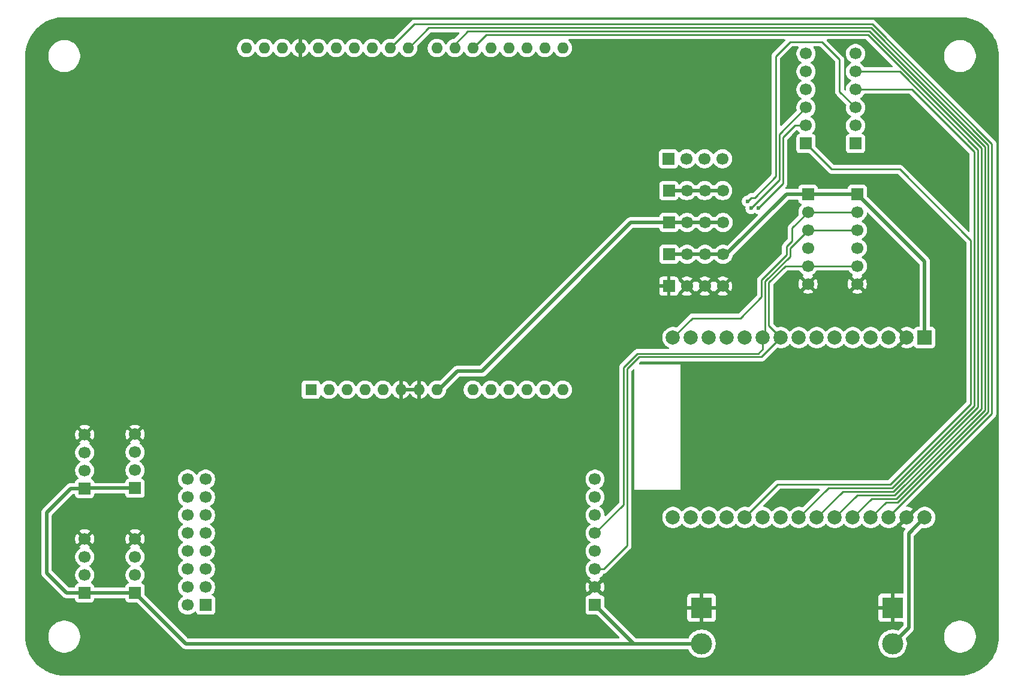
<source format=gbr>
%TF.GenerationSoftware,KiCad,Pcbnew,9.0.4*%
%TF.CreationDate,2025-10-04T22:47:02-03:00*%
%TF.ProjectId,mb,6d622e6b-6963-4616-945f-706362585858,rev?*%
%TF.SameCoordinates,Original*%
%TF.FileFunction,Copper,L1,Top*%
%TF.FilePolarity,Positive*%
%FSLAX46Y46*%
G04 Gerber Fmt 4.6, Leading zero omitted, Abs format (unit mm)*
G04 Created by KiCad (PCBNEW 9.0.4) date 2025-10-04 22:47:02*
%MOMM*%
%LPD*%
G01*
G04 APERTURE LIST*
%TA.AperFunction,ComponentPad*%
%ADD10R,1.700000X1.700000*%
%TD*%
%TA.AperFunction,ComponentPad*%
%ADD11C,1.700000*%
%TD*%
%TA.AperFunction,ComponentPad*%
%ADD12R,2.000000X2.000000*%
%TD*%
%TA.AperFunction,ComponentPad*%
%ADD13C,2.000000*%
%TD*%
%TA.AperFunction,ComponentPad*%
%ADD14R,1.600000X1.600000*%
%TD*%
%TA.AperFunction,ComponentPad*%
%ADD15O,1.600000X1.600000*%
%TD*%
%TA.AperFunction,ComponentPad*%
%ADD16R,3.000000X3.000000*%
%TD*%
%TA.AperFunction,ComponentPad*%
%ADD17C,3.000000*%
%TD*%
%TA.AperFunction,ViaPad*%
%ADD18C,0.600000*%
%TD*%
%TA.AperFunction,Conductor*%
%ADD19C,0.250000*%
%TD*%
%TA.AperFunction,Conductor*%
%ADD20C,0.500000*%
%TD*%
%TA.AperFunction,Conductor*%
%ADD21C,0.200000*%
%TD*%
G04 APERTURE END LIST*
D10*
%TO.P,J8,1,Pin_1*%
%TO.N,+5V*%
X123000000Y-121040000D03*
D11*
%TO.P,J8,2,Pin_2*%
%TO.N,AIN6*%
X123000000Y-118500000D03*
%TO.P,J8,3,Pin_3*%
%TO.N,AIN7*%
X123000000Y-115960000D03*
%TO.P,J8,4,Pin_4*%
%TO.N,GND*%
X123000000Y-113420000D03*
%TD*%
D10*
%TO.P,J5,1,Pin_1*%
%TO.N,+5V*%
X115886667Y-135810000D03*
D11*
%TO.P,J5,2,Pin_2*%
%TO.N,AIN0*%
X115886667Y-133270000D03*
%TO.P,J5,3,Pin_3*%
%TO.N,AIN1*%
X115886667Y-130730000D03*
%TO.P,J5,4,Pin_4*%
%TO.N,GND*%
X115886667Y-128190000D03*
%TD*%
D10*
%TO.P,J4,1,Pin_1*%
%TO.N,+5V*%
X187960000Y-137540000D03*
D11*
%TO.P,J4,2,Pin_2*%
%TO.N,GND*%
X187960000Y-135000000D03*
%TO.P,J4,3,Pin_3*%
%TO.N,CLK*%
X187960000Y-132460000D03*
%TO.P,J4,4,Pin_4*%
%TO.N,MOSI*%
X187960000Y-129920000D03*
%TO.P,J4,5,Pin_5*%
%TO.N,MISO*%
X187960000Y-127380000D03*
%TO.P,J4,6,Pin_6*%
%TO.N,DRDY_ADS1256*%
X187960000Y-124840000D03*
%TO.P,J4,7,Pin_7*%
%TO.N,CS_ADS1256*%
X187960000Y-122300000D03*
%TO.P,J4,8,Pin_8*%
%TO.N,RST_ADS1256*%
X187960000Y-119760000D03*
%TD*%
D10*
%TO.P,J7,1,Pin_1*%
%TO.N,+5V*%
X115886667Y-121080000D03*
D11*
%TO.P,J7,2,Pin_2*%
%TO.N,AIN4*%
X115886667Y-118540000D03*
%TO.P,J7,3,Pin_3*%
%TO.N,AIN5*%
X115886667Y-116000000D03*
%TO.P,J7,4,Pin_4*%
%TO.N,GND*%
X115886667Y-113460000D03*
%TD*%
D10*
%TO.P,J16,1,Pin_1*%
%TO.N,D2*%
X224755000Y-72350000D03*
D11*
%TO.P,J16,2,Pin_2*%
%TO.N,D15*%
X224755000Y-69810000D03*
%TO.P,J16,3,Pin_3*%
%TO.N,D22*%
X224755000Y-67270000D03*
%TO.P,J16,4,Pin_4*%
%TO.N,D25*%
X224755000Y-64730000D03*
%TO.P,J16,5,Pin_5*%
%TO.N,D26*%
X224755000Y-62190000D03*
%TO.P,J16,6,Pin_6*%
%TO.N,D34*%
X224755000Y-59650000D03*
%TD*%
D12*
%TO.P,U1,1,3V3*%
%TO.N,+3.3V*%
X234520000Y-99760000D03*
D13*
%TO.P,U1,2,GND*%
%TO.N,GND*%
X231980000Y-99760000D03*
%TO.P,U1,3,D15*%
%TO.N,D15*%
X229440000Y-99760000D03*
%TO.P,U1,4,D2*%
%TO.N,D2*%
X226900000Y-99760000D03*
%TO.P,U1,5,D4*%
%TO.N,CS_ADXL*%
X224360000Y-99760000D03*
%TO.P,U1,6,RX2*%
%TO.N,RX2*%
X221820000Y-99760000D03*
%TO.P,U1,7,TX2*%
%TO.N,TX2*%
X219280000Y-99760000D03*
%TO.P,U1,8,D5*%
%TO.N,CS_AS5047*%
X216740000Y-99760000D03*
%TO.P,U1,9,D18*%
%TO.N,CLK*%
X214200000Y-99760000D03*
%TO.P,U1,10,D19*%
%TO.N,MISO*%
X211660000Y-99760000D03*
%TO.P,U1,11,D21*%
%TO.N,RST_ADS1256*%
X209120000Y-99760000D03*
%TO.P,U1,12,RX0*%
%TO.N,RX0*%
X206580000Y-99760000D03*
%TO.P,U1,13,TX0*%
%TO.N,TX0*%
X204040000Y-99760000D03*
%TO.P,U1,14,D22*%
%TO.N,D22*%
X201500000Y-99760000D03*
%TO.P,U1,15,D23*%
%TO.N,MOSI*%
X198960000Y-99760000D03*
%TO.P,U1,16,EN*%
%TO.N,unconnected-(U1-EN-Pad16)*%
X198960000Y-125160000D03*
%TO.P,U1,17,VP*%
%TO.N,unconnected-(U1-VP-Pad17)*%
X201500000Y-125160000D03*
%TO.P,U1,18,VN*%
%TO.N,unconnected-(U1-VN-Pad18)*%
X204040000Y-125160000D03*
%TO.P,U1,19,D34*%
%TO.N,D34*%
X206580000Y-125160000D03*
%TO.P,U1,20,D35*%
%TO.N,D35*%
X209120000Y-125160000D03*
%TO.P,U1,21,D32*%
%TO.N,CS_ADS1256*%
X211660000Y-125160000D03*
%TO.P,U1,22,D33*%
%TO.N,DRDY_ADS1256*%
X214200000Y-125160000D03*
%TO.P,U1,23,D25*%
%TO.N,D25*%
X216740000Y-125160000D03*
%TO.P,U1,24,D26*%
%TO.N,D26*%
X219280000Y-125160000D03*
%TO.P,U1,25,D27*%
%TO.N,mot_2*%
X221820000Y-125160000D03*
%TO.P,U1,26,D14*%
%TO.N,mot_3*%
X224360000Y-125160000D03*
%TO.P,U1,27,D12*%
%TO.N,mot_en*%
X226900000Y-125160000D03*
%TO.P,U1,28,D13*%
%TO.N,mot_1*%
X229440000Y-125160000D03*
%TO.P,U1,29,GND*%
%TO.N,GND*%
X231980000Y-125160000D03*
%TO.P,U1,30,VIN*%
%TO.N,+8V*%
X234520000Y-125160000D03*
%TD*%
D10*
%TO.P,J6,1,Pin_1*%
%TO.N,+5V*%
X123000000Y-135810000D03*
D11*
%TO.P,J6,2,Pin_2*%
%TO.N,AIN2*%
X123000000Y-133270000D03*
%TO.P,J6,3,Pin_3*%
%TO.N,AIN3*%
X123000000Y-130730000D03*
%TO.P,J6,4,Pin_4*%
%TO.N,GND*%
X123000000Y-128190000D03*
%TD*%
D10*
%TO.P,J13,1,Pin_1*%
%TO.N,+3.3V*%
X198420000Y-88000000D03*
D11*
%TO.P,J13,2,Pin_2*%
X200960000Y-88000000D03*
%TO.P,J13,3,Pin_3*%
X203500000Y-88000000D03*
%TO.P,J13,4,Pin_4*%
X206040000Y-88000000D03*
%TD*%
D14*
%TO.P,A1,1,NC*%
%TO.N,unconnected-(A1-NC-Pad1)*%
X147850000Y-107125000D03*
D15*
%TO.P,A1,2,IOREF*%
%TO.N,unconnected-(A1-IOREF-Pad2)*%
X150390000Y-107125000D03*
%TO.P,A1,3,~{RESET}*%
%TO.N,unconnected-(A1-~{RESET}-Pad3)*%
X152930000Y-107125000D03*
%TO.P,A1,4,3V3*%
%TO.N,unconnected-(A1-3V3-Pad4)*%
X155470000Y-107125000D03*
%TO.P,A1,5,+5V*%
%TO.N,unconnected-(A1-+5V-Pad5)*%
X158010000Y-107125000D03*
%TO.P,A1,6,GND*%
%TO.N,GND*%
X160550000Y-107125000D03*
%TO.P,A1,7,GND*%
X163090000Y-107125000D03*
%TO.P,A1,8,VIN*%
%TO.N,+8V*%
X165630000Y-107125000D03*
%TO.P,A1,9,A0*%
%TO.N,unconnected-(A1-A0-Pad9)*%
X170710000Y-107125000D03*
%TO.P,A1,10,A1*%
%TO.N,unconnected-(A1-A1-Pad10)*%
X173250000Y-107125000D03*
%TO.P,A1,11,A2*%
%TO.N,unconnected-(A1-A2-Pad11)*%
X175790000Y-107125000D03*
%TO.P,A1,12,A3*%
%TO.N,unconnected-(A1-A3-Pad12)*%
X178330000Y-107125000D03*
%TO.P,A1,13,SDA/A4*%
%TO.N,unconnected-(A1-SDA{slash}A4-Pad13)*%
X180870000Y-107125000D03*
%TO.P,A1,14,SCL/A5*%
%TO.N,unconnected-(A1-SCL{slash}A5-Pad14)*%
X183410000Y-107125000D03*
%TO.P,A1,15,D0/RX*%
%TO.N,unconnected-(A1-D0{slash}RX-Pad15)*%
X183410000Y-58865000D03*
%TO.P,A1,16,D1/TX*%
%TO.N,unconnected-(A1-D1{slash}TX-Pad16)*%
X180870000Y-58865000D03*
%TO.P,A1,17,D2*%
%TO.N,unconnected-(A1-D2-Pad17)*%
X178330000Y-58865000D03*
%TO.P,A1,18,D3*%
%TO.N,unconnected-(A1-D3-Pad18)*%
X175790000Y-58865000D03*
%TO.P,A1,19,D4*%
%TO.N,unconnected-(A1-D4-Pad19)*%
X173250000Y-58865000D03*
%TO.P,A1,20,D5*%
%TO.N,mot_2*%
X170710000Y-58865000D03*
%TO.P,A1,21,D6*%
%TO.N,mot_3*%
X168170000Y-58865000D03*
%TO.P,A1,22,D7*%
%TO.N,unconnected-(A1-D7-Pad22)*%
X165630000Y-58865000D03*
%TO.P,A1,23,D8*%
%TO.N,mot_en*%
X161570000Y-58865000D03*
%TO.P,A1,24,D9*%
%TO.N,mot_1*%
X159030000Y-58865000D03*
%TO.P,A1,25,D10*%
%TO.N,unconnected-(A1-D10-Pad25)*%
X156490000Y-58865000D03*
%TO.P,A1,26,D11*%
%TO.N,unconnected-(A1-D11-Pad26)*%
X153950000Y-58865000D03*
%TO.P,A1,27,D12*%
%TO.N,unconnected-(A1-D12-Pad27)*%
X151410000Y-58865000D03*
%TO.P,A1,28,D13*%
%TO.N,unconnected-(A1-D13-Pad28)*%
X148870000Y-58865000D03*
%TO.P,A1,29,GND*%
%TO.N,GND*%
X146330000Y-58865000D03*
%TO.P,A1,30,AREF*%
%TO.N,unconnected-(A1-AREF-Pad30)*%
X143790000Y-58865000D03*
%TO.P,A1,31,SDA/A4*%
%TO.N,unconnected-(A1-SDA{slash}A4-Pad31)*%
X141250000Y-58865000D03*
%TO.P,A1,32,SCL/A5*%
%TO.N,unconnected-(A1-SCL{slash}A5-Pad32)*%
X138710000Y-58865000D03*
%TD*%
D10*
%TO.P,J2,1,Pin_1*%
%TO.N,+3.3V*%
X225000000Y-79500000D03*
D11*
%TO.P,J2,2,Pin_2*%
%TO.N,MOSI*%
X225000000Y-82040000D03*
%TO.P,J2,3,Pin_3*%
%TO.N,MISO*%
X225000000Y-84580000D03*
%TO.P,J2,4,Pin_4*%
%TO.N,CS_ADXL*%
X225000000Y-87120000D03*
%TO.P,J2,5,Pin_5*%
%TO.N,CLK*%
X225000000Y-89660000D03*
%TO.P,J2,6,Pin_6*%
%TO.N,GND*%
X225000000Y-92200000D03*
%TD*%
D10*
%TO.P,J3,1,Pin_1*%
%TO.N,unconnected-(J3-Pin_1-Pad1)*%
X132960000Y-137540000D03*
D11*
%TO.P,J3,2,Pin_2*%
%TO.N,AIN0*%
X130420000Y-137540000D03*
%TO.P,J3,3,Pin_3*%
%TO.N,unconnected-(J3-Pin_3-Pad3)*%
X132960000Y-135000000D03*
%TO.P,J3,4,Pin_4*%
%TO.N,AIN1*%
X130420000Y-135000000D03*
%TO.P,J3,5,Pin_5*%
%TO.N,unconnected-(J3-Pin_5-Pad5)*%
X132960000Y-132460000D03*
%TO.P,J3,6,Pin_6*%
%TO.N,AIN2*%
X130420000Y-132460000D03*
%TO.P,J3,7,Pin_7*%
%TO.N,unconnected-(J3-Pin_7-Pad7)*%
X132960000Y-129920000D03*
%TO.P,J3,8,Pin_8*%
%TO.N,AIN3*%
X130420000Y-129920000D03*
%TO.P,J3,9,Pin_9*%
%TO.N,unconnected-(J3-Pin_9-Pad9)*%
X132960000Y-127380000D03*
%TO.P,J3,10,Pin_10*%
%TO.N,AIN4*%
X130420000Y-127380000D03*
%TO.P,J3,11,Pin_11*%
%TO.N,unconnected-(J3-Pin_11-Pad11)*%
X132960000Y-124840000D03*
%TO.P,J3,12,Pin_12*%
%TO.N,AIN5*%
X130420000Y-124840000D03*
%TO.P,J3,13,Pin_13*%
%TO.N,unconnected-(J3-Pin_13-Pad13)*%
X132960000Y-122300000D03*
%TO.P,J3,14,Pin_14*%
%TO.N,AIN6*%
X130420000Y-122300000D03*
%TO.P,J3,15,Pin_15*%
%TO.N,unconnected-(J3-Pin_15-Pad15)*%
X132960000Y-119760000D03*
%TO.P,J3,16,Pin_16*%
%TO.N,AIN7*%
X130420000Y-119760000D03*
%TD*%
D10*
%TO.P,J12,1,Pin_1*%
%TO.N,+5V*%
X198380000Y-79000000D03*
D11*
%TO.P,J12,2,Pin_2*%
X200920000Y-79000000D03*
%TO.P,J12,3,Pin_3*%
X203460000Y-79000000D03*
%TO.P,J12,4,Pin_4*%
X206000000Y-79000000D03*
%TD*%
D10*
%TO.P,J17,1,Pin_1*%
%TO.N,D35*%
X217755000Y-72350000D03*
D11*
%TO.P,J17,2,Pin_2*%
%TO.N,RX0*%
X217755000Y-69810000D03*
%TO.P,J17,3,Pin_3*%
%TO.N,TX0*%
X217755000Y-67270000D03*
%TO.P,J17,4,Pin_4*%
%TO.N,TX2*%
X217755000Y-64730000D03*
%TO.P,J17,5,Pin_5*%
%TO.N,RX2*%
X217755000Y-62190000D03*
%TO.P,J17,6,Pin_6*%
%TO.N,unconnected-(J17-Pin_6-Pad6)*%
X217755000Y-59650000D03*
%TD*%
D10*
%TO.P,J14,1,Pin_1*%
%TO.N,+8V*%
X198420000Y-83500000D03*
D11*
%TO.P,J14,2,Pin_2*%
X200960000Y-83500000D03*
%TO.P,J14,3,Pin_3*%
X203500000Y-83500000D03*
%TO.P,J14,4,Pin_4*%
X206040000Y-83500000D03*
%TD*%
D10*
%TO.P,J1,1,Pin_1*%
%TO.N,+3.3V*%
X218040000Y-79500000D03*
D11*
%TO.P,J1,2,Pin_2*%
%TO.N,MOSI*%
X218040000Y-82040000D03*
%TO.P,J1,3,Pin_3*%
%TO.N,MISO*%
X218040000Y-84580000D03*
%TO.P,J1,4,Pin_4*%
%TO.N,CS_AS5047*%
X218040000Y-87120000D03*
%TO.P,J1,5,Pin_5*%
%TO.N,CLK*%
X218040000Y-89660000D03*
%TO.P,J1,6,Pin_6*%
%TO.N,GND*%
X218040000Y-92200000D03*
%TD*%
D10*
%TO.P,J11,1,Pin_1*%
%TO.N,GND*%
X198380000Y-92500000D03*
D11*
%TO.P,J11,2,Pin_2*%
X200920000Y-92500000D03*
%TO.P,J11,3,Pin_3*%
X203460000Y-92500000D03*
%TO.P,J11,4,Pin_4*%
X206000000Y-92500000D03*
%TD*%
D16*
%TO.P,J10,1,Pin_1*%
%TO.N,GND*%
X203000000Y-137920000D03*
D17*
%TO.P,J10,2,Pin_2*%
%TO.N,+5V*%
X203000000Y-143000000D03*
%TD*%
D10*
%TO.P,J15,1,Pin_1*%
%TO.N,CLK*%
X198340000Y-74500000D03*
D11*
%TO.P,J15,2,Pin_2*%
%TO.N,MOSI*%
X200880000Y-74500000D03*
%TO.P,J15,3,Pin_3*%
%TO.N,MISO*%
X203420000Y-74500000D03*
%TO.P,J15,4,Pin_4*%
%TO.N,unconnected-(J15-Pin_4-Pad4)*%
X205960000Y-74500000D03*
%TD*%
D16*
%TO.P,J9,1,Pin_1*%
%TO.N,GND*%
X230000000Y-137920000D03*
D17*
%TO.P,J9,2,Pin_2*%
%TO.N,+8V*%
X230000000Y-143000000D03*
%TD*%
D18*
%TO.N,D22*%
X209500000Y-80500000D03*
%TO.N,TX0*%
X210000000Y-81500000D03*
%TO.N,RX0*%
X211000000Y-81500000D03*
%TO.N,GND*%
X150500000Y-55500000D03*
X232000000Y-56000000D03*
X126000000Y-121000000D03*
X240000000Y-77000000D03*
X231500000Y-92500000D03*
X158000000Y-86500000D03*
X232000000Y-70000000D03*
X215000000Y-64000000D03*
X114000000Y-103500000D03*
X216500000Y-95500000D03*
X187500000Y-146000000D03*
X118500000Y-118000000D03*
X240500000Y-122500000D03*
X242500000Y-66000000D03*
X157000000Y-70162555D03*
X119500000Y-126000000D03*
X114500000Y-70500000D03*
X210500000Y-61000000D03*
X114000000Y-93000000D03*
X214500000Y-82000000D03*
X122000000Y-144500000D03*
X133500000Y-102500000D03*
X240500000Y-135000000D03*
X226000000Y-95500000D03*
X126500000Y-136000000D03*
X184500000Y-103000000D03*
X227000000Y-106000000D03*
X191000000Y-65500000D03*
X222000000Y-58000000D03*
X216000000Y-106000000D03*
X210500000Y-71500000D03*
X231500000Y-81000000D03*
X133000000Y-70500000D03*
X216000000Y-115000000D03*
X232000000Y-115500000D03*
X209500000Y-77000000D03*
X182000000Y-70500000D03*
X154000000Y-146000000D03*
X126000000Y-132000000D03*
X216000000Y-122500000D03*
X133000000Y-86000000D03*
%TD*%
D19*
%TO.N,CS_ADXL*%
X225000000Y-87120000D02*
X224995000Y-87120000D01*
%TO.N,D22*%
X213498000Y-77002000D02*
X213498000Y-60002000D01*
X215500000Y-58000000D02*
X220000000Y-58000000D01*
X210000000Y-80000000D02*
X210500000Y-80000000D01*
X209500000Y-80500000D02*
X210000000Y-80000000D01*
X220000000Y-58000000D02*
X222500000Y-60500000D01*
X222500000Y-65015000D02*
X224755000Y-67270000D01*
X210500000Y-80000000D02*
X213498000Y-77002000D01*
X213498000Y-60002000D02*
X215500000Y-58000000D01*
X222500000Y-60500000D02*
X222500000Y-65015000D01*
%TO.N,D26*%
X241999000Y-73207520D02*
X241999000Y-109583959D01*
X224755000Y-62190000D02*
X230981480Y-62190000D01*
X230981480Y-62190000D02*
X241999000Y-73207520D01*
X241999000Y-109583959D02*
X230084958Y-121498000D01*
X230084958Y-121498000D02*
X222942000Y-121498000D01*
X222942000Y-121498000D02*
X219280000Y-125160000D01*
%TO.N,D25*%
X220903000Y-120997000D02*
X216740000Y-125160000D01*
X232691000Y-64691000D02*
X241498000Y-73498000D01*
X241498000Y-73498000D02*
X241498000Y-109376438D01*
X229877438Y-120997000D02*
X220903000Y-120997000D01*
X241498000Y-109376438D02*
X229877438Y-120997000D01*
X224755000Y-64730000D02*
X224794000Y-64691000D01*
X224794000Y-64691000D02*
X232691000Y-64691000D01*
%TO.N,D35*%
X231000000Y-76000000D02*
X240997000Y-85997000D01*
X221405000Y-76000000D02*
X231000000Y-76000000D01*
X220695480Y-120496000D02*
X220691479Y-120500000D01*
X213780000Y-120500000D02*
X209120000Y-125160000D01*
X217755000Y-72350000D02*
X221405000Y-76000000D01*
X240997000Y-85997000D02*
X240997000Y-109168918D01*
X240997000Y-109168918D02*
X229669918Y-120496000D01*
X220691479Y-120500000D02*
X213780000Y-120500000D01*
X229669918Y-120496000D02*
X220695480Y-120496000D01*
%TO.N,TX0*%
X213999000Y-77501000D02*
X213999000Y-71026000D01*
X213999000Y-71026000D02*
X217755000Y-67270000D01*
X210000000Y-81500000D02*
X213999000Y-77501000D01*
%TO.N,RX0*%
X216190000Y-69810000D02*
X217755000Y-69810000D01*
X214500000Y-78000000D02*
X214500000Y-71500000D01*
X211000000Y-81500000D02*
X214500000Y-78000000D01*
X214500000Y-71500000D02*
X216190000Y-69810000D01*
%TO.N,mot_2*%
X230292479Y-121999000D02*
X226812480Y-121999000D01*
X242500000Y-109791480D02*
X230292479Y-121999000D01*
X224980000Y-122000000D02*
X221820000Y-125160000D01*
X226811479Y-122000000D02*
X224980000Y-122000000D01*
X242500000Y-73000000D02*
X242500000Y-109791480D01*
X222210000Y-125160000D02*
X221820000Y-125160000D01*
X170710000Y-58865000D02*
X172575000Y-57000000D01*
X172575000Y-57000000D02*
X226500000Y-57000000D01*
X226500000Y-57000000D02*
X242500000Y-73000000D01*
X226812480Y-121999000D02*
X226811479Y-122000000D01*
%TO.N,mot_en*%
X164502001Y-55997999D02*
X168997999Y-55997999D01*
X226915042Y-55998000D02*
X243502001Y-72584960D01*
X230708521Y-123000000D02*
X229060000Y-123000000D01*
X243502000Y-110206521D02*
X230708521Y-123000000D01*
X229060000Y-123000000D02*
X226900000Y-125160000D01*
X169000000Y-56000000D02*
X169791479Y-56000000D01*
X168997999Y-55997999D02*
X169000000Y-56000000D01*
X169791479Y-56000000D02*
X169792480Y-55999000D01*
X172158959Y-55999000D02*
X172159959Y-55998000D01*
X161635000Y-58865000D02*
X164502001Y-55997999D01*
X243502001Y-72584960D02*
X243502000Y-110206521D01*
X172159959Y-55998000D02*
X226915042Y-55998000D01*
X161570000Y-58865000D02*
X161635000Y-58865000D01*
X169792480Y-55999000D02*
X172158959Y-55999000D01*
D20*
%TO.N,+8V*%
X232251000Y-140749000D02*
X232251000Y-127429000D01*
X172000000Y-104500000D02*
X193000000Y-83500000D01*
X198420000Y-83500000D02*
X200960000Y-83500000D01*
X203500000Y-83500000D02*
X206040000Y-83500000D01*
X200960000Y-83500000D02*
X203500000Y-83500000D01*
X165875000Y-107125000D02*
X168500000Y-104500000D01*
X165630000Y-107125000D02*
X165875000Y-107125000D01*
X193000000Y-83500000D02*
X198420000Y-83500000D01*
X168500000Y-104500000D02*
X172000000Y-104500000D01*
X230000000Y-143000000D02*
X232251000Y-140749000D01*
X232251000Y-127429000D02*
X234520000Y-125160000D01*
D19*
%TO.N,mot_3*%
X243001000Y-72792480D02*
X243001000Y-100500000D01*
X243001000Y-100500000D02*
X243001000Y-100501000D01*
X170000000Y-56500000D02*
X172366479Y-56500000D01*
X168170000Y-58865000D02*
X168170000Y-58330000D01*
X227020000Y-122500000D02*
X224360000Y-125160000D01*
X226707521Y-56499000D02*
X243001000Y-72792480D01*
X172367480Y-56499000D02*
X226707521Y-56499000D01*
X243001000Y-100500000D02*
X243001000Y-109999000D01*
X172366479Y-56500000D02*
X172367480Y-56499000D01*
X243001000Y-109999000D02*
X230500000Y-122500000D01*
X168170000Y-58330000D02*
X170000000Y-56500000D01*
X230500000Y-122500000D02*
X227020000Y-122500000D01*
%TO.N,mot_1*%
X244003000Y-110497000D02*
X229440000Y-125060000D01*
X159030000Y-58865000D02*
X162398001Y-55496999D01*
X244003002Y-72377440D02*
X244003000Y-110497000D01*
X162398001Y-55496999D02*
X227122563Y-55497000D01*
X229440000Y-125060000D02*
X229440000Y-125160000D01*
X227122563Y-55497000D02*
X244003002Y-72377440D01*
D20*
%TO.N,+5V*%
X193500000Y-143000000D02*
X193420000Y-143000000D01*
X193420000Y-143000000D02*
X187960000Y-137540000D01*
X113310000Y-135810000D02*
X115886667Y-135810000D01*
X203000000Y-143000000D02*
X193500000Y-143000000D01*
X198380000Y-79000000D02*
X200920000Y-79000000D01*
X123000000Y-135810000D02*
X115886667Y-135810000D01*
X123000000Y-135810000D02*
X130190000Y-143000000D01*
X203460000Y-79000000D02*
X206000000Y-79000000D01*
X115926667Y-121040000D02*
X115886667Y-121080000D01*
X110500000Y-124500000D02*
X110500000Y-133000000D01*
X123000000Y-121040000D02*
X115926667Y-121040000D01*
X115886667Y-121080000D02*
X113920000Y-121080000D01*
X193500000Y-143000000D02*
X130190000Y-143000000D01*
X110500000Y-133000000D02*
X113310000Y-135810000D01*
X113920000Y-121080000D02*
X110500000Y-124500000D01*
X200920000Y-79000000D02*
X203460000Y-79000000D01*
%TO.N,+3.3V*%
X198420000Y-88000000D02*
X200960000Y-88000000D01*
X218000000Y-79540000D02*
X218040000Y-79500000D01*
X215000000Y-79500000D02*
X218040000Y-79500000D01*
X200960000Y-88000000D02*
X203500000Y-88000000D01*
X206500000Y-88000000D02*
X215000000Y-79500000D01*
X234520000Y-99760000D02*
X234520000Y-89020000D01*
X234520000Y-89020000D02*
X225000000Y-79500000D01*
X203500000Y-88000000D02*
X206040000Y-88000000D01*
X218040000Y-79500000D02*
X225000000Y-79500000D01*
X206040000Y-88000000D02*
X206500000Y-88000000D01*
D19*
%TO.N,MISO*%
X211999000Y-91792480D02*
X215500000Y-88291480D01*
X211660000Y-101340000D02*
X211660000Y-99760000D01*
X187960000Y-127380000D02*
X191999000Y-123341000D01*
X225000000Y-84580000D02*
X225000000Y-84595000D01*
D21*
X225040000Y-84540000D02*
X225000000Y-84580000D01*
D19*
X211000000Y-102000000D02*
X211660000Y-101340000D01*
X218040000Y-84580000D02*
X225000000Y-84580000D01*
X215500000Y-88291480D02*
X215500000Y-87120000D01*
X191999000Y-123341000D02*
X191999000Y-103965645D01*
X191999000Y-103965645D02*
X193964645Y-102000000D01*
X211999000Y-99421000D02*
X211999000Y-91792480D01*
X215500000Y-87120000D02*
X218040000Y-84580000D01*
X193964645Y-102000000D02*
X211000000Y-102000000D01*
X211660000Y-99760000D02*
X211999000Y-99421000D01*
%TO.N,CLK*%
X211460000Y-102500000D02*
X214200000Y-99760000D01*
D21*
X225040000Y-89620000D02*
X225000000Y-89660000D01*
D19*
X192500000Y-129122081D02*
X192500000Y-104173166D01*
X218040000Y-89660000D02*
X225000000Y-89660000D01*
X212500000Y-92000000D02*
X214840000Y-89660000D01*
X214840000Y-89660000D02*
X218040000Y-89660000D01*
X192500000Y-104173166D02*
X194173166Y-102500000D01*
X218000000Y-89700000D02*
X218040000Y-89660000D01*
X194173166Y-102500000D02*
X211460000Y-102500000D01*
X187960000Y-132460000D02*
X189162081Y-132460000D01*
X214200000Y-99760000D02*
X212500000Y-98060000D01*
X212500000Y-98060000D02*
X212500000Y-92000000D01*
X189162081Y-132460000D02*
X192500000Y-129122081D01*
%TO.N,MOSI*%
X211498000Y-94002000D02*
X211498000Y-91584960D01*
X208500000Y-97000000D02*
X211498000Y-94002000D01*
X218000000Y-82080000D02*
X218040000Y-82040000D01*
X214999000Y-86912480D02*
X215792480Y-86119000D01*
X198960000Y-99760000D02*
X201720000Y-97000000D01*
X218040000Y-82040000D02*
X225000000Y-82040000D01*
X214999000Y-88083960D02*
X214999000Y-86912480D01*
D21*
X225040000Y-82000000D02*
X225000000Y-82040000D01*
D19*
X211498000Y-91584960D02*
X214999000Y-88083960D01*
X201720000Y-97000000D02*
X208500000Y-97000000D01*
X215792480Y-86119000D02*
X215792480Y-84287520D01*
X215792480Y-84287520D02*
X218040000Y-82040000D01*
%TD*%
%TA.AperFunction,Conductor*%
%TO.N,GND*%
G36*
X219657587Y-121145185D02*
G01*
X219703342Y-121197989D01*
X219713286Y-121267147D01*
X219684261Y-121330703D01*
X219678229Y-121337181D01*
X217316879Y-123698529D01*
X217255556Y-123732014D01*
X217190881Y-123728779D01*
X217091371Y-123696447D01*
X216858097Y-123659500D01*
X216858092Y-123659500D01*
X216621908Y-123659500D01*
X216621903Y-123659500D01*
X216388631Y-123696446D01*
X216164003Y-123769433D01*
X215953566Y-123876657D01*
X215870047Y-123937338D01*
X215762490Y-124015483D01*
X215762488Y-124015485D01*
X215762487Y-124015485D01*
X215595484Y-124182488D01*
X215595483Y-124182490D01*
X215576560Y-124208536D01*
X215570318Y-124217127D01*
X215514987Y-124259792D01*
X215445374Y-124265771D01*
X215383579Y-124233165D01*
X215369682Y-124217127D01*
X215344517Y-124182490D01*
X215177510Y-124015483D01*
X214986433Y-123876657D01*
X214775996Y-123769433D01*
X214551368Y-123696446D01*
X214318097Y-123659500D01*
X214318092Y-123659500D01*
X214081908Y-123659500D01*
X214081903Y-123659500D01*
X213848631Y-123696446D01*
X213624003Y-123769433D01*
X213413566Y-123876657D01*
X213330047Y-123937338D01*
X213222490Y-124015483D01*
X213222488Y-124015485D01*
X213222487Y-124015485D01*
X213055484Y-124182488D01*
X213055483Y-124182490D01*
X213036560Y-124208536D01*
X213030318Y-124217127D01*
X212974987Y-124259792D01*
X212905374Y-124265771D01*
X212843579Y-124233165D01*
X212829682Y-124217127D01*
X212804517Y-124182490D01*
X212637510Y-124015483D01*
X212446433Y-123876657D01*
X212235996Y-123769433D01*
X212011368Y-123696446D01*
X211782783Y-123660242D01*
X211719648Y-123630313D01*
X211682717Y-123571001D01*
X211683715Y-123501139D01*
X211714498Y-123450090D01*
X214002771Y-121161819D01*
X214064094Y-121128334D01*
X214090452Y-121125500D01*
X219590548Y-121125500D01*
X219657587Y-121145185D01*
G37*
%TD.AperFunction*%
%TA.AperFunction,Conductor*%
G36*
X226503584Y-82085218D02*
G01*
X226554635Y-82116003D01*
X233733181Y-89294548D01*
X233766666Y-89355871D01*
X233769500Y-89382229D01*
X233769500Y-98135500D01*
X233749815Y-98202539D01*
X233697011Y-98248294D01*
X233645501Y-98259500D01*
X233472130Y-98259500D01*
X233472123Y-98259501D01*
X233412516Y-98265908D01*
X233277671Y-98316202D01*
X233277664Y-98316206D01*
X233162455Y-98402452D01*
X233162452Y-98402455D01*
X233076206Y-98517664D01*
X233071953Y-98525454D01*
X233068807Y-98523736D01*
X233037139Y-98566010D01*
X232971667Y-98590404D01*
X232903399Y-98575529D01*
X232889978Y-98567035D01*
X232766174Y-98477087D01*
X232555802Y-98369897D01*
X232331247Y-98296934D01*
X232331248Y-98296934D01*
X232098052Y-98260000D01*
X231861948Y-98260000D01*
X231628752Y-98296934D01*
X231404197Y-98369897D01*
X231193830Y-98477084D01*
X231110894Y-98537340D01*
X231842425Y-99268871D01*
X231783147Y-99284755D01*
X231666853Y-99351898D01*
X231571898Y-99446853D01*
X231504755Y-99563147D01*
X231488871Y-99622424D01*
X230757340Y-98890893D01*
X230737593Y-98892448D01*
X230669215Y-98878084D01*
X230627547Y-98841716D01*
X230584517Y-98782490D01*
X230417510Y-98615483D01*
X230226433Y-98476657D01*
X230015996Y-98369433D01*
X229791368Y-98296446D01*
X229558097Y-98259500D01*
X229558092Y-98259500D01*
X229321908Y-98259500D01*
X229321903Y-98259500D01*
X229088631Y-98296446D01*
X228864003Y-98369433D01*
X228653566Y-98476657D01*
X228586404Y-98525454D01*
X228462490Y-98615483D01*
X228462488Y-98615485D01*
X228462487Y-98615485D01*
X228295484Y-98782488D01*
X228270318Y-98817127D01*
X228214987Y-98859792D01*
X228145374Y-98865771D01*
X228083579Y-98833165D01*
X228069682Y-98817127D01*
X228044519Y-98782493D01*
X228044517Y-98782490D01*
X227877510Y-98615483D01*
X227686433Y-98476657D01*
X227475996Y-98369433D01*
X227251368Y-98296446D01*
X227018097Y-98259500D01*
X227018092Y-98259500D01*
X226781908Y-98259500D01*
X226781903Y-98259500D01*
X226548631Y-98296446D01*
X226324003Y-98369433D01*
X226113566Y-98476657D01*
X226046404Y-98525454D01*
X225922490Y-98615483D01*
X225922488Y-98615485D01*
X225922487Y-98615485D01*
X225755484Y-98782488D01*
X225730318Y-98817127D01*
X225674987Y-98859792D01*
X225605374Y-98865771D01*
X225543579Y-98833165D01*
X225529682Y-98817127D01*
X225504519Y-98782493D01*
X225504517Y-98782490D01*
X225337510Y-98615483D01*
X225146433Y-98476657D01*
X224935996Y-98369433D01*
X224711368Y-98296446D01*
X224478097Y-98259500D01*
X224478092Y-98259500D01*
X224241908Y-98259500D01*
X224241903Y-98259500D01*
X224008631Y-98296446D01*
X223784003Y-98369433D01*
X223573566Y-98476657D01*
X223506404Y-98525454D01*
X223382490Y-98615483D01*
X223382488Y-98615485D01*
X223382487Y-98615485D01*
X223215484Y-98782488D01*
X223190318Y-98817127D01*
X223134987Y-98859792D01*
X223065374Y-98865771D01*
X223003579Y-98833165D01*
X222989682Y-98817127D01*
X222964519Y-98782493D01*
X222964517Y-98782490D01*
X222797510Y-98615483D01*
X222606433Y-98476657D01*
X222395996Y-98369433D01*
X222171368Y-98296446D01*
X221938097Y-98259500D01*
X221938092Y-98259500D01*
X221701908Y-98259500D01*
X221701903Y-98259500D01*
X221468631Y-98296446D01*
X221244003Y-98369433D01*
X221033566Y-98476657D01*
X220966404Y-98525454D01*
X220842490Y-98615483D01*
X220842488Y-98615485D01*
X220842487Y-98615485D01*
X220675484Y-98782488D01*
X220650318Y-98817127D01*
X220594987Y-98859792D01*
X220525374Y-98865771D01*
X220463579Y-98833165D01*
X220449682Y-98817127D01*
X220424519Y-98782493D01*
X220424517Y-98782490D01*
X220257510Y-98615483D01*
X220066433Y-98476657D01*
X219855996Y-98369433D01*
X219631368Y-98296446D01*
X219398097Y-98259500D01*
X219398092Y-98259500D01*
X219161908Y-98259500D01*
X219161903Y-98259500D01*
X218928631Y-98296446D01*
X218704003Y-98369433D01*
X218493566Y-98476657D01*
X218426404Y-98525454D01*
X218302490Y-98615483D01*
X218302488Y-98615485D01*
X218302487Y-98615485D01*
X218135484Y-98782488D01*
X218110318Y-98817127D01*
X218054987Y-98859792D01*
X217985374Y-98865771D01*
X217923579Y-98833165D01*
X217909682Y-98817127D01*
X217884519Y-98782493D01*
X217884517Y-98782490D01*
X217717510Y-98615483D01*
X217526433Y-98476657D01*
X217315996Y-98369433D01*
X217091368Y-98296446D01*
X216858097Y-98259500D01*
X216858092Y-98259500D01*
X216621908Y-98259500D01*
X216621903Y-98259500D01*
X216388631Y-98296446D01*
X216164003Y-98369433D01*
X215953566Y-98476657D01*
X215886404Y-98525454D01*
X215762490Y-98615483D01*
X215762488Y-98615485D01*
X215762487Y-98615485D01*
X215595484Y-98782488D01*
X215570318Y-98817127D01*
X215514987Y-98859792D01*
X215445374Y-98865771D01*
X215383579Y-98833165D01*
X215369682Y-98817127D01*
X215344519Y-98782493D01*
X215344517Y-98782490D01*
X215177510Y-98615483D01*
X214986433Y-98476657D01*
X214775996Y-98369433D01*
X214551368Y-98296446D01*
X214318097Y-98259500D01*
X214318092Y-98259500D01*
X214081908Y-98259500D01*
X214081903Y-98259500D01*
X213848630Y-98296447D01*
X213749119Y-98328780D01*
X213679277Y-98330775D01*
X213623120Y-98298530D01*
X213161819Y-97837229D01*
X213128334Y-97775906D01*
X213125500Y-97749548D01*
X213125500Y-92310452D01*
X213145185Y-92243413D01*
X213161819Y-92222771D01*
X215062771Y-90321819D01*
X215124094Y-90288334D01*
X215150452Y-90285500D01*
X216767019Y-90285500D01*
X216834058Y-90305185D01*
X216877503Y-90353203D01*
X216884950Y-90367819D01*
X217009890Y-90539786D01*
X217160213Y-90690109D01*
X217332179Y-90815048D01*
X217332181Y-90815049D01*
X217332184Y-90815051D01*
X217341493Y-90819794D01*
X217392290Y-90867766D01*
X217409087Y-90935587D01*
X217386552Y-91001722D01*
X217341505Y-91040760D01*
X217332446Y-91045376D01*
X217332440Y-91045380D01*
X217278282Y-91084727D01*
X217278282Y-91084728D01*
X217910591Y-91717037D01*
X217847007Y-91734075D01*
X217732993Y-91799901D01*
X217639901Y-91892993D01*
X217574075Y-92007007D01*
X217557037Y-92070590D01*
X216924728Y-91438282D01*
X216924727Y-91438282D01*
X216885380Y-91492439D01*
X216788904Y-91681782D01*
X216723242Y-91883869D01*
X216723242Y-91883872D01*
X216690000Y-92093753D01*
X216690000Y-92306246D01*
X216723242Y-92516127D01*
X216723242Y-92516130D01*
X216788904Y-92718217D01*
X216885375Y-92907550D01*
X216924728Y-92961716D01*
X217557037Y-92329408D01*
X217574075Y-92392993D01*
X217639901Y-92507007D01*
X217732993Y-92600099D01*
X217847007Y-92665925D01*
X217910590Y-92682962D01*
X217278282Y-93315269D01*
X217278282Y-93315270D01*
X217332449Y-93354624D01*
X217521782Y-93451095D01*
X217723870Y-93516757D01*
X217933754Y-93550000D01*
X218146246Y-93550000D01*
X218356127Y-93516757D01*
X218356130Y-93516757D01*
X218558217Y-93451095D01*
X218747554Y-93354622D01*
X218801716Y-93315270D01*
X218801717Y-93315270D01*
X218169408Y-92682962D01*
X218232993Y-92665925D01*
X218347007Y-92600099D01*
X218440099Y-92507007D01*
X218505925Y-92392993D01*
X218522962Y-92329408D01*
X219155270Y-92961717D01*
X219155270Y-92961716D01*
X219194622Y-92907554D01*
X219291095Y-92718217D01*
X219356757Y-92516130D01*
X219356757Y-92516127D01*
X219390000Y-92306246D01*
X219390000Y-92093753D01*
X219356757Y-91883872D01*
X219356757Y-91883869D01*
X219291095Y-91681782D01*
X219194624Y-91492449D01*
X219155270Y-91438282D01*
X219155269Y-91438282D01*
X218522962Y-92070590D01*
X218505925Y-92007007D01*
X218440099Y-91892993D01*
X218347007Y-91799901D01*
X218232993Y-91734075D01*
X218169409Y-91717037D01*
X218801716Y-91084728D01*
X218747547Y-91045373D01*
X218747547Y-91045372D01*
X218738500Y-91040763D01*
X218687706Y-90992788D01*
X218670912Y-90924966D01*
X218693451Y-90858832D01*
X218738508Y-90819793D01*
X218747816Y-90815051D01*
X218827007Y-90757515D01*
X218919786Y-90690109D01*
X218919788Y-90690106D01*
X218919792Y-90690104D01*
X219070104Y-90539792D01*
X219070106Y-90539788D01*
X219070109Y-90539786D01*
X219195049Y-90367819D01*
X219202497Y-90353203D01*
X219250473Y-90302408D01*
X219312981Y-90285500D01*
X223727019Y-90285500D01*
X223794058Y-90305185D01*
X223837503Y-90353203D01*
X223844950Y-90367819D01*
X223969890Y-90539786D01*
X224120213Y-90690109D01*
X224292179Y-90815048D01*
X224292181Y-90815049D01*
X224292184Y-90815051D01*
X224301493Y-90819794D01*
X224352290Y-90867766D01*
X224369087Y-90935587D01*
X224346552Y-91001722D01*
X224301505Y-91040760D01*
X224292446Y-91045376D01*
X224292440Y-91045380D01*
X224238282Y-91084727D01*
X224238282Y-91084728D01*
X224870591Y-91717037D01*
X224807007Y-91734075D01*
X224692993Y-91799901D01*
X224599901Y-91892993D01*
X224534075Y-92007007D01*
X224517037Y-92070590D01*
X223884728Y-91438282D01*
X223884727Y-91438282D01*
X223845380Y-91492439D01*
X223748904Y-91681782D01*
X223683242Y-91883869D01*
X223683242Y-91883872D01*
X223650000Y-92093753D01*
X223650000Y-92306246D01*
X223683242Y-92516127D01*
X223683242Y-92516130D01*
X223748904Y-92718217D01*
X223845375Y-92907550D01*
X223884728Y-92961716D01*
X224517037Y-92329408D01*
X224534075Y-92392993D01*
X224599901Y-92507007D01*
X224692993Y-92600099D01*
X224807007Y-92665925D01*
X224870590Y-92682962D01*
X224238282Y-93315269D01*
X224238282Y-93315270D01*
X224292449Y-93354624D01*
X224481782Y-93451095D01*
X224683870Y-93516757D01*
X224893754Y-93550000D01*
X225106246Y-93550000D01*
X225316127Y-93516757D01*
X225316130Y-93516757D01*
X225518217Y-93451095D01*
X225707554Y-93354622D01*
X225761716Y-93315270D01*
X225761717Y-93315270D01*
X225129408Y-92682962D01*
X225192993Y-92665925D01*
X225307007Y-92600099D01*
X225400099Y-92507007D01*
X225465925Y-92392993D01*
X225482962Y-92329408D01*
X226115270Y-92961717D01*
X226115270Y-92961716D01*
X226154622Y-92907554D01*
X226251095Y-92718217D01*
X226316757Y-92516130D01*
X226316757Y-92516127D01*
X226350000Y-92306246D01*
X226350000Y-92093753D01*
X226316757Y-91883872D01*
X226316757Y-91883869D01*
X226251095Y-91681782D01*
X226154624Y-91492449D01*
X226115270Y-91438282D01*
X226115269Y-91438282D01*
X225482962Y-92070590D01*
X225465925Y-92007007D01*
X225400099Y-91892993D01*
X225307007Y-91799901D01*
X225192993Y-91734075D01*
X225129409Y-91717037D01*
X225761716Y-91084728D01*
X225707547Y-91045373D01*
X225707547Y-91045372D01*
X225698500Y-91040763D01*
X225647706Y-90992788D01*
X225630912Y-90924966D01*
X225653451Y-90858832D01*
X225698508Y-90819793D01*
X225707816Y-90815051D01*
X225787007Y-90757515D01*
X225879786Y-90690109D01*
X225879788Y-90690106D01*
X225879792Y-90690104D01*
X226030104Y-90539792D01*
X226030106Y-90539788D01*
X226030109Y-90539786D01*
X226155048Y-90367820D01*
X226155049Y-90367819D01*
X226155051Y-90367816D01*
X226251557Y-90178412D01*
X226317246Y-89976243D01*
X226350500Y-89766287D01*
X226350500Y-89553713D01*
X226317246Y-89343757D01*
X226251557Y-89141588D01*
X226155051Y-88952184D01*
X226155049Y-88952181D01*
X226155048Y-88952179D01*
X226030109Y-88780213D01*
X225879786Y-88629890D01*
X225707820Y-88504951D01*
X225707115Y-88504591D01*
X225699054Y-88500485D01*
X225648259Y-88452512D01*
X225631463Y-88384692D01*
X225653999Y-88318556D01*
X225699054Y-88279515D01*
X225707816Y-88275051D01*
X225783940Y-88219744D01*
X225879786Y-88150109D01*
X225879788Y-88150106D01*
X225879792Y-88150104D01*
X226030104Y-87999792D01*
X226030106Y-87999788D01*
X226030109Y-87999786D01*
X226155048Y-87827820D01*
X226155047Y-87827820D01*
X226155051Y-87827816D01*
X226251557Y-87638412D01*
X226317246Y-87436243D01*
X226350500Y-87226287D01*
X226350500Y-87013713D01*
X226317246Y-86803757D01*
X226251557Y-86601588D01*
X226155051Y-86412184D01*
X226155049Y-86412181D01*
X226155048Y-86412179D01*
X226030109Y-86240213D01*
X225879786Y-86089890D01*
X225707820Y-85964951D01*
X225707115Y-85964591D01*
X225699054Y-85960485D01*
X225648259Y-85912512D01*
X225631463Y-85844692D01*
X225653999Y-85778556D01*
X225699054Y-85739515D01*
X225707816Y-85735051D01*
X225729789Y-85719086D01*
X225879786Y-85610109D01*
X225879788Y-85610106D01*
X225879792Y-85610104D01*
X226030104Y-85459792D01*
X226030106Y-85459788D01*
X226030109Y-85459786D01*
X226155048Y-85287820D01*
X226155049Y-85287819D01*
X226155051Y-85287816D01*
X226251557Y-85098412D01*
X226317246Y-84896243D01*
X226350500Y-84686287D01*
X226350500Y-84473713D01*
X226317246Y-84263757D01*
X226251557Y-84061588D01*
X226155051Y-83872184D01*
X226155049Y-83872181D01*
X226155048Y-83872179D01*
X226030109Y-83700213D01*
X225879786Y-83549890D01*
X225707820Y-83424951D01*
X225707115Y-83424591D01*
X225699054Y-83420485D01*
X225648259Y-83372512D01*
X225631463Y-83304692D01*
X225653999Y-83238556D01*
X225699054Y-83199515D01*
X225707816Y-83195051D01*
X225729789Y-83179086D01*
X225879786Y-83070109D01*
X225879788Y-83070106D01*
X225879792Y-83070104D01*
X226030104Y-82919792D01*
X226030106Y-82919788D01*
X226030109Y-82919786D01*
X226139086Y-82769789D01*
X226155051Y-82747816D01*
X226251557Y-82558412D01*
X226317246Y-82356243D01*
X226344481Y-82184284D01*
X226374410Y-82121152D01*
X226433721Y-82084220D01*
X226503584Y-82085218D01*
G37*
%TD.AperFunction*%
%TA.AperFunction,Conductor*%
G36*
X219756587Y-58645185D02*
G01*
X219777229Y-58661819D01*
X221838181Y-60722771D01*
X221871666Y-60784094D01*
X221874500Y-60810452D01*
X221874500Y-65076611D01*
X221898535Y-65197444D01*
X221898540Y-65197461D01*
X221945685Y-65311281D01*
X221945690Y-65311290D01*
X221970900Y-65349019D01*
X221970905Y-65349025D01*
X221975232Y-65355500D01*
X222014142Y-65413733D01*
X222101267Y-65500858D01*
X222101269Y-65500859D01*
X222111451Y-65511041D01*
X223412571Y-66812162D01*
X223446056Y-66873485D01*
X223442821Y-66938160D01*
X223437754Y-66953753D01*
X223404500Y-67163713D01*
X223404500Y-67376286D01*
X223437753Y-67586239D01*
X223503444Y-67788414D01*
X223599951Y-67977820D01*
X223724890Y-68149786D01*
X223875213Y-68300109D01*
X224047182Y-68425050D01*
X224055946Y-68429516D01*
X224106742Y-68477491D01*
X224123536Y-68545312D01*
X224100998Y-68611447D01*
X224055946Y-68650484D01*
X224047182Y-68654949D01*
X223875213Y-68779890D01*
X223724890Y-68930213D01*
X223599951Y-69102179D01*
X223503444Y-69291585D01*
X223437753Y-69493760D01*
X223404500Y-69703713D01*
X223404500Y-69916286D01*
X223437753Y-70126239D01*
X223503444Y-70328414D01*
X223599951Y-70517820D01*
X223724890Y-70689786D01*
X223838430Y-70803326D01*
X223871915Y-70864649D01*
X223866931Y-70934341D01*
X223825059Y-70990274D01*
X223794083Y-71007189D01*
X223662669Y-71056203D01*
X223662664Y-71056206D01*
X223547455Y-71142452D01*
X223547452Y-71142455D01*
X223461206Y-71257664D01*
X223461202Y-71257671D01*
X223410908Y-71392517D01*
X223404501Y-71452116D01*
X223404501Y-71452123D01*
X223404500Y-71452135D01*
X223404500Y-73247870D01*
X223404501Y-73247876D01*
X223410908Y-73307483D01*
X223461202Y-73442328D01*
X223461206Y-73442335D01*
X223547452Y-73557544D01*
X223547455Y-73557547D01*
X223662664Y-73643793D01*
X223662671Y-73643797D01*
X223797517Y-73694091D01*
X223797516Y-73694091D01*
X223804444Y-73694835D01*
X223857127Y-73700500D01*
X225652872Y-73700499D01*
X225712483Y-73694091D01*
X225847331Y-73643796D01*
X225962546Y-73557546D01*
X226048796Y-73442331D01*
X226099091Y-73307483D01*
X226105500Y-73247873D01*
X226105499Y-71452128D01*
X226099091Y-71392517D01*
X226048796Y-71257669D01*
X226048795Y-71257668D01*
X226048793Y-71257664D01*
X225962547Y-71142455D01*
X225962544Y-71142452D01*
X225847335Y-71056206D01*
X225847328Y-71056202D01*
X225715917Y-71007189D01*
X225659983Y-70965318D01*
X225635566Y-70899853D01*
X225650418Y-70831580D01*
X225671563Y-70803332D01*
X225785104Y-70689792D01*
X225910051Y-70517816D01*
X226006557Y-70328412D01*
X226072246Y-70126243D01*
X226105500Y-69916287D01*
X226105500Y-69703713D01*
X226072246Y-69493757D01*
X226006557Y-69291588D01*
X225910051Y-69102184D01*
X225910049Y-69102181D01*
X225910048Y-69102179D01*
X225785109Y-68930213D01*
X225634786Y-68779890D01*
X225462820Y-68654951D01*
X225462115Y-68654591D01*
X225454054Y-68650485D01*
X225403259Y-68602512D01*
X225386463Y-68534692D01*
X225408999Y-68468556D01*
X225454054Y-68429515D01*
X225462816Y-68425051D01*
X225484789Y-68409086D01*
X225634786Y-68300109D01*
X225634788Y-68300106D01*
X225634792Y-68300104D01*
X225785104Y-68149792D01*
X225785106Y-68149788D01*
X225785109Y-68149786D01*
X225910048Y-67977820D01*
X225910047Y-67977820D01*
X225910051Y-67977816D01*
X226006557Y-67788412D01*
X226072246Y-67586243D01*
X226105500Y-67376287D01*
X226105500Y-67163713D01*
X226072246Y-66953757D01*
X226006557Y-66751588D01*
X225910051Y-66562184D01*
X225910049Y-66562181D01*
X225910048Y-66562179D01*
X225785109Y-66390213D01*
X225634786Y-66239890D01*
X225462820Y-66114951D01*
X225462115Y-66114591D01*
X225454054Y-66110485D01*
X225403259Y-66062512D01*
X225386463Y-65994692D01*
X225408999Y-65928556D01*
X225454054Y-65889515D01*
X225462816Y-65885051D01*
X225484789Y-65869086D01*
X225634786Y-65760109D01*
X225634788Y-65760106D01*
X225634792Y-65760104D01*
X225785104Y-65609792D01*
X225785106Y-65609788D01*
X225785109Y-65609786D01*
X225864248Y-65500859D01*
X225910051Y-65437816D01*
X225937366Y-65384205D01*
X225985340Y-65333410D01*
X226047851Y-65316500D01*
X232380548Y-65316500D01*
X232447587Y-65336185D01*
X232468229Y-65352819D01*
X240836181Y-73720771D01*
X240869666Y-73782094D01*
X240872500Y-73808452D01*
X240872500Y-84688548D01*
X240852815Y-84755587D01*
X240800011Y-84801342D01*
X240730853Y-84811286D01*
X240667297Y-84782261D01*
X240660819Y-84776229D01*
X231493150Y-75608560D01*
X231485860Y-75601270D01*
X231485858Y-75601267D01*
X231398733Y-75514142D01*
X231347509Y-75479915D01*
X231296286Y-75445688D01*
X231296283Y-75445686D01*
X231296280Y-75445685D01*
X231223593Y-75415578D01*
X231223591Y-75415577D01*
X231215792Y-75412347D01*
X231182452Y-75398537D01*
X231088212Y-75379792D01*
X231061607Y-75374500D01*
X221715453Y-75374500D01*
X221648414Y-75354815D01*
X221627772Y-75338181D01*
X219141818Y-72852227D01*
X219108333Y-72790904D01*
X219105499Y-72764546D01*
X219105499Y-71452129D01*
X219105498Y-71452123D01*
X219105497Y-71452116D01*
X219099091Y-71392517D01*
X219048796Y-71257669D01*
X219048795Y-71257668D01*
X219048793Y-71257664D01*
X218962547Y-71142455D01*
X218962544Y-71142452D01*
X218847335Y-71056206D01*
X218847328Y-71056202D01*
X218715917Y-71007189D01*
X218659983Y-70965318D01*
X218635566Y-70899853D01*
X218650418Y-70831580D01*
X218671563Y-70803332D01*
X218785104Y-70689792D01*
X218910051Y-70517816D01*
X219006557Y-70328412D01*
X219072246Y-70126243D01*
X219105500Y-69916287D01*
X219105500Y-69703713D01*
X219072246Y-69493757D01*
X219006557Y-69291588D01*
X218910051Y-69102184D01*
X218910049Y-69102181D01*
X218910048Y-69102179D01*
X218785109Y-68930213D01*
X218634786Y-68779890D01*
X218462820Y-68654951D01*
X218462115Y-68654591D01*
X218454054Y-68650485D01*
X218403259Y-68602512D01*
X218386463Y-68534692D01*
X218408999Y-68468556D01*
X218454054Y-68429515D01*
X218462816Y-68425051D01*
X218484789Y-68409086D01*
X218634786Y-68300109D01*
X218634788Y-68300106D01*
X218634792Y-68300104D01*
X218785104Y-68149792D01*
X218785106Y-68149788D01*
X218785109Y-68149786D01*
X218910048Y-67977820D01*
X218910047Y-67977820D01*
X218910051Y-67977816D01*
X219006557Y-67788412D01*
X219072246Y-67586243D01*
X219105500Y-67376287D01*
X219105500Y-67163713D01*
X219072246Y-66953757D01*
X219006557Y-66751588D01*
X218910051Y-66562184D01*
X218910049Y-66562181D01*
X218910048Y-66562179D01*
X218785109Y-66390213D01*
X218634786Y-66239890D01*
X218462820Y-66114951D01*
X218462115Y-66114591D01*
X218454054Y-66110485D01*
X218403259Y-66062512D01*
X218386463Y-65994692D01*
X218408999Y-65928556D01*
X218454054Y-65889515D01*
X218462816Y-65885051D01*
X218484789Y-65869086D01*
X218634786Y-65760109D01*
X218634788Y-65760106D01*
X218634792Y-65760104D01*
X218785104Y-65609792D01*
X218785106Y-65609788D01*
X218785109Y-65609786D01*
X218910048Y-65437820D01*
X218910047Y-65437820D01*
X218910051Y-65437816D01*
X219006557Y-65248412D01*
X219072246Y-65046243D01*
X219105500Y-64836287D01*
X219105500Y-64623713D01*
X219072246Y-64413757D01*
X219006557Y-64211588D01*
X218910051Y-64022184D01*
X218910049Y-64022181D01*
X218910048Y-64022179D01*
X218785109Y-63850213D01*
X218634786Y-63699890D01*
X218462820Y-63574951D01*
X218462115Y-63574591D01*
X218454054Y-63570485D01*
X218403259Y-63522512D01*
X218386463Y-63454692D01*
X218408999Y-63388556D01*
X218454054Y-63349515D01*
X218462816Y-63345051D01*
X218484789Y-63329086D01*
X218634786Y-63220109D01*
X218634788Y-63220106D01*
X218634792Y-63220104D01*
X218785104Y-63069792D01*
X218785106Y-63069788D01*
X218785109Y-63069786D01*
X218910048Y-62897820D01*
X218910049Y-62897819D01*
X218910051Y-62897816D01*
X219006557Y-62708412D01*
X219072246Y-62506243D01*
X219105500Y-62296287D01*
X219105500Y-62083713D01*
X219072246Y-61873757D01*
X219006557Y-61671588D01*
X218910051Y-61482184D01*
X218910049Y-61482181D01*
X218910048Y-61482179D01*
X218785109Y-61310213D01*
X218634786Y-61159890D01*
X218462820Y-61034951D01*
X218462115Y-61034591D01*
X218454054Y-61030485D01*
X218403259Y-60982512D01*
X218386463Y-60914692D01*
X218408999Y-60848556D01*
X218454054Y-60809515D01*
X218462816Y-60805051D01*
X218491661Y-60784094D01*
X218634786Y-60680109D01*
X218634788Y-60680106D01*
X218634792Y-60680104D01*
X218785104Y-60529792D01*
X218785106Y-60529788D01*
X218785109Y-60529786D01*
X218910048Y-60357820D01*
X218910047Y-60357820D01*
X218910051Y-60357816D01*
X219006557Y-60168412D01*
X219072246Y-59966243D01*
X219105500Y-59756287D01*
X219105500Y-59543713D01*
X219072246Y-59333757D01*
X219006557Y-59131588D01*
X218910051Y-58942184D01*
X218823013Y-58822385D01*
X218799533Y-58756579D01*
X218815359Y-58688525D01*
X218865464Y-58639830D01*
X218923331Y-58625500D01*
X219689548Y-58625500D01*
X219756587Y-58645185D01*
G37*
%TD.AperFunction*%
%TA.AperFunction,Conductor*%
G36*
X216653708Y-58645185D02*
G01*
X216699463Y-58697989D01*
X216709407Y-58767147D01*
X216686987Y-58822385D01*
X216599951Y-58942180D01*
X216503444Y-59131585D01*
X216437753Y-59333760D01*
X216404500Y-59543713D01*
X216404500Y-59756286D01*
X216419736Y-59852486D01*
X216437754Y-59966243D01*
X216496650Y-60147506D01*
X216503444Y-60168414D01*
X216599951Y-60357820D01*
X216724890Y-60529786D01*
X216875213Y-60680109D01*
X217047182Y-60805050D01*
X217055946Y-60809516D01*
X217106742Y-60857491D01*
X217123536Y-60925312D01*
X217100998Y-60991447D01*
X217055946Y-61030484D01*
X217047182Y-61034949D01*
X216875213Y-61159890D01*
X216724890Y-61310213D01*
X216599951Y-61482179D01*
X216503444Y-61671585D01*
X216437753Y-61873760D01*
X216404500Y-62083713D01*
X216404500Y-62296286D01*
X216437753Y-62506239D01*
X216503444Y-62708414D01*
X216599951Y-62897820D01*
X216724890Y-63069786D01*
X216875213Y-63220109D01*
X217047182Y-63345050D01*
X217055946Y-63349516D01*
X217106742Y-63397491D01*
X217123536Y-63465312D01*
X217100998Y-63531447D01*
X217055946Y-63570484D01*
X217047182Y-63574949D01*
X216875213Y-63699890D01*
X216724890Y-63850213D01*
X216599951Y-64022179D01*
X216503444Y-64211585D01*
X216437753Y-64413760D01*
X216404500Y-64623713D01*
X216404500Y-64836287D01*
X216437754Y-65046243D01*
X216486882Y-65197444D01*
X216503444Y-65248414D01*
X216599951Y-65437820D01*
X216724890Y-65609786D01*
X216875213Y-65760109D01*
X217047182Y-65885050D01*
X217055946Y-65889516D01*
X217106742Y-65937491D01*
X217123536Y-66005312D01*
X217100998Y-66071447D01*
X217055946Y-66110484D01*
X217047182Y-66114949D01*
X216875213Y-66239890D01*
X216724890Y-66390213D01*
X216599951Y-66562179D01*
X216503444Y-66751585D01*
X216437753Y-66953760D01*
X216404500Y-67163713D01*
X216404500Y-67376286D01*
X216437753Y-67586241D01*
X216442821Y-67601837D01*
X216444816Y-67671678D01*
X216412571Y-67727837D01*
X214335181Y-69805228D01*
X214273858Y-69838713D01*
X214204166Y-69833729D01*
X214148233Y-69791857D01*
X214123816Y-69726393D01*
X214123500Y-69717547D01*
X214123500Y-60312452D01*
X214143185Y-60245413D01*
X214159819Y-60224771D01*
X215722772Y-58661819D01*
X215784095Y-58628334D01*
X215810453Y-58625500D01*
X216586669Y-58625500D01*
X216653708Y-58645185D01*
G37*
%TD.AperFunction*%
%TA.AperFunction,Conductor*%
G36*
X226256587Y-57645185D02*
G01*
X226277229Y-57661819D01*
X229968229Y-61352819D01*
X230001714Y-61414142D01*
X229996730Y-61483834D01*
X229954858Y-61539767D01*
X229889394Y-61564184D01*
X229880548Y-61564500D01*
X226027981Y-61564500D01*
X225960942Y-61544815D01*
X225917497Y-61496797D01*
X225910049Y-61482180D01*
X225785109Y-61310213D01*
X225634786Y-61159890D01*
X225462820Y-61034951D01*
X225462115Y-61034591D01*
X225454054Y-61030485D01*
X225403259Y-60982512D01*
X225386463Y-60914692D01*
X225408999Y-60848556D01*
X225454054Y-60809515D01*
X225462816Y-60805051D01*
X225491661Y-60784094D01*
X225634786Y-60680109D01*
X225634788Y-60680106D01*
X225634792Y-60680104D01*
X225785104Y-60529792D01*
X225785106Y-60529788D01*
X225785109Y-60529786D01*
X225910048Y-60357820D01*
X225910047Y-60357820D01*
X225910051Y-60357816D01*
X226006557Y-60168412D01*
X226072246Y-59966243D01*
X226105500Y-59756287D01*
X226105500Y-59543713D01*
X226072246Y-59333757D01*
X226006557Y-59131588D01*
X225910051Y-58942184D01*
X225910049Y-58942181D01*
X225910048Y-58942179D01*
X225785109Y-58770213D01*
X225634786Y-58619890D01*
X225462820Y-58494951D01*
X225273414Y-58398444D01*
X225273413Y-58398443D01*
X225273412Y-58398443D01*
X225071243Y-58332754D01*
X225071241Y-58332753D01*
X225071240Y-58332753D01*
X224891959Y-58304358D01*
X224861287Y-58299500D01*
X224648713Y-58299500D01*
X224618041Y-58304358D01*
X224438760Y-58332753D01*
X224236585Y-58398444D01*
X224047179Y-58494951D01*
X223875213Y-58619890D01*
X223724890Y-58770213D01*
X223599951Y-58942179D01*
X223503444Y-59131585D01*
X223437753Y-59333760D01*
X223404500Y-59543713D01*
X223404500Y-59756286D01*
X223419736Y-59852486D01*
X223437754Y-59966243D01*
X223496650Y-60147506D01*
X223503444Y-60168414D01*
X223599951Y-60357820D01*
X223724890Y-60529786D01*
X223875213Y-60680109D01*
X224047182Y-60805050D01*
X224055946Y-60809516D01*
X224106742Y-60857491D01*
X224123536Y-60925312D01*
X224100998Y-60991447D01*
X224055946Y-61030484D01*
X224047182Y-61034949D01*
X223875213Y-61159890D01*
X223724890Y-61310213D01*
X223599951Y-61482179D01*
X223503444Y-61671585D01*
X223437753Y-61873760D01*
X223404500Y-62083713D01*
X223404500Y-62296286D01*
X223437753Y-62506239D01*
X223503444Y-62708414D01*
X223599951Y-62897820D01*
X223724890Y-63069786D01*
X223875213Y-63220109D01*
X224047182Y-63345050D01*
X224055946Y-63349516D01*
X224106742Y-63397491D01*
X224123536Y-63465312D01*
X224100998Y-63531447D01*
X224055946Y-63570484D01*
X224047182Y-63574949D01*
X223875213Y-63699890D01*
X223724890Y-63850213D01*
X223599951Y-64022179D01*
X223503444Y-64211585D01*
X223437753Y-64413760D01*
X223404500Y-64623713D01*
X223404500Y-64735547D01*
X223398261Y-64756792D01*
X223396682Y-64778881D01*
X223388609Y-64789664D01*
X223384815Y-64802586D01*
X223368081Y-64817085D01*
X223354810Y-64834814D01*
X223342189Y-64839521D01*
X223332011Y-64848341D01*
X223310093Y-64851492D01*
X223289346Y-64859231D01*
X223276185Y-64856368D01*
X223262853Y-64858285D01*
X223242709Y-64849085D01*
X223221073Y-64844379D01*
X223203347Y-64831110D01*
X223199297Y-64829260D01*
X223192819Y-64823228D01*
X223161819Y-64792228D01*
X223128334Y-64730905D01*
X223125500Y-64704547D01*
X223125500Y-60438396D01*
X223125500Y-60438394D01*
X223101463Y-60317548D01*
X223081932Y-60270397D01*
X223054312Y-60203715D01*
X223016754Y-60147506D01*
X223013274Y-60142298D01*
X223013272Y-60142294D01*
X222985861Y-60101271D01*
X222985855Y-60101263D01*
X222895637Y-60011045D01*
X222895606Y-60011016D01*
X220721771Y-57837181D01*
X220688286Y-57775858D01*
X220693270Y-57706166D01*
X220735142Y-57650233D01*
X220800606Y-57625816D01*
X220809452Y-57625500D01*
X226189548Y-57625500D01*
X226256587Y-57645185D01*
G37*
%TD.AperFunction*%
%TA.AperFunction,Conductor*%
G36*
X162624075Y-106932007D02*
G01*
X162590000Y-107059174D01*
X162590000Y-107190826D01*
X162624075Y-107317993D01*
X162656988Y-107375000D01*
X160983012Y-107375000D01*
X161015925Y-107317993D01*
X161050000Y-107190826D01*
X161050000Y-107059174D01*
X161015925Y-106932007D01*
X160983012Y-106875000D01*
X162656988Y-106875000D01*
X162624075Y-106932007D01*
G37*
%TD.AperFunction*%
%TA.AperFunction,Conductor*%
G36*
X239502562Y-54500605D02*
G01*
X239949036Y-54519072D01*
X239959209Y-54519915D01*
X240400114Y-54574873D01*
X240410194Y-54576555D01*
X240845042Y-54667733D01*
X240854950Y-54670242D01*
X241280786Y-54797019D01*
X241290454Y-54800338D01*
X241631430Y-54933388D01*
X241704339Y-54961838D01*
X241713724Y-54965954D01*
X242112869Y-55161083D01*
X242121877Y-55165958D01*
X242503544Y-55393383D01*
X242512123Y-55398989D01*
X242873693Y-55657144D01*
X242881775Y-55663435D01*
X243220796Y-55950571D01*
X243228336Y-55957512D01*
X243542487Y-56271663D01*
X243549428Y-56279203D01*
X243836564Y-56618224D01*
X243842859Y-56626312D01*
X244101010Y-56987876D01*
X244106616Y-56996455D01*
X244334041Y-57378122D01*
X244338919Y-57387136D01*
X244534045Y-57786275D01*
X244538161Y-57795660D01*
X244699656Y-58209533D01*
X244702984Y-58219226D01*
X244829753Y-58645036D01*
X244832269Y-58654971D01*
X244923441Y-59089791D01*
X244925128Y-59099900D01*
X244980082Y-59540769D01*
X244980928Y-59550983D01*
X244999394Y-59997437D01*
X244999500Y-60002561D01*
X244999500Y-141997438D01*
X244999394Y-142002562D01*
X244980928Y-142449016D01*
X244980082Y-142459230D01*
X244925128Y-142900099D01*
X244923441Y-142910208D01*
X244832269Y-143345028D01*
X244829753Y-143354963D01*
X244702984Y-143780773D01*
X244699656Y-143790466D01*
X244538161Y-144204339D01*
X244534045Y-144213724D01*
X244338919Y-144612863D01*
X244334041Y-144621877D01*
X244106616Y-145003544D01*
X244101010Y-145012123D01*
X243842859Y-145373687D01*
X243836564Y-145381775D01*
X243549428Y-145720796D01*
X243542487Y-145728336D01*
X243228336Y-146042487D01*
X243220796Y-146049428D01*
X242881775Y-146336564D01*
X242873687Y-146342859D01*
X242512123Y-146601010D01*
X242503544Y-146606616D01*
X242121877Y-146834041D01*
X242112863Y-146838919D01*
X241713724Y-147034045D01*
X241704339Y-147038161D01*
X241290466Y-147199656D01*
X241280773Y-147202984D01*
X240854963Y-147329753D01*
X240845028Y-147332269D01*
X240410208Y-147423441D01*
X240400099Y-147425128D01*
X239959230Y-147480082D01*
X239949016Y-147480928D01*
X239502563Y-147499394D01*
X239497439Y-147499500D01*
X113002561Y-147499500D01*
X112997437Y-147499394D01*
X112550983Y-147480928D01*
X112540769Y-147480082D01*
X112099900Y-147425128D01*
X112089791Y-147423441D01*
X111654971Y-147332269D01*
X111645036Y-147329753D01*
X111219226Y-147202984D01*
X111209533Y-147199656D01*
X110795660Y-147038161D01*
X110786275Y-147034045D01*
X110387136Y-146838919D01*
X110378122Y-146834041D01*
X109996455Y-146606616D01*
X109987876Y-146601010D01*
X109626312Y-146342859D01*
X109618224Y-146336564D01*
X109279203Y-146049428D01*
X109271663Y-146042487D01*
X108957512Y-145728336D01*
X108950571Y-145720796D01*
X108663435Y-145381775D01*
X108657140Y-145373687D01*
X108398989Y-145012123D01*
X108393383Y-145003544D01*
X108165958Y-144621877D01*
X108161080Y-144612863D01*
X108109464Y-144507281D01*
X108018814Y-144321851D01*
X107965954Y-144213724D01*
X107961838Y-144204339D01*
X107890979Y-144022745D01*
X107800338Y-143790454D01*
X107797019Y-143780786D01*
X107670242Y-143354950D01*
X107667733Y-143345042D01*
X107576555Y-142910194D01*
X107574873Y-142900114D01*
X107519915Y-142459209D01*
X107519072Y-142449036D01*
X107500606Y-142002562D01*
X107500500Y-141997438D01*
X107500500Y-141852486D01*
X110749500Y-141852486D01*
X110749500Y-142147513D01*
X110776894Y-142355581D01*
X110788007Y-142439993D01*
X110864361Y-142724951D01*
X110864364Y-142724961D01*
X110977254Y-142997500D01*
X110977258Y-142997510D01*
X111124761Y-143252993D01*
X111304352Y-143487040D01*
X111304358Y-143487047D01*
X111512952Y-143695641D01*
X111512959Y-143695647D01*
X111747006Y-143875238D01*
X112002489Y-144022741D01*
X112002490Y-144022741D01*
X112002493Y-144022743D01*
X112275048Y-144135639D01*
X112560007Y-144211993D01*
X112852494Y-144250500D01*
X112852501Y-144250500D01*
X113147499Y-144250500D01*
X113147506Y-144250500D01*
X113439993Y-144211993D01*
X113724952Y-144135639D01*
X113997507Y-144022743D01*
X114252994Y-143875238D01*
X114487042Y-143695646D01*
X114695646Y-143487042D01*
X114875238Y-143252994D01*
X115022743Y-142997507D01*
X115135639Y-142724952D01*
X115211993Y-142439993D01*
X115250500Y-142147506D01*
X115250500Y-141852494D01*
X115211993Y-141560007D01*
X115135639Y-141275048D01*
X115022743Y-141002493D01*
X114875238Y-140747006D01*
X114695646Y-140512958D01*
X114695641Y-140512952D01*
X114487047Y-140304358D01*
X114487040Y-140304352D01*
X114252993Y-140124761D01*
X113997510Y-139977258D01*
X113997500Y-139977254D01*
X113724961Y-139864364D01*
X113724954Y-139864362D01*
X113724952Y-139864361D01*
X113439993Y-139788007D01*
X113391113Y-139781571D01*
X113147513Y-139749500D01*
X113147506Y-139749500D01*
X112852494Y-139749500D01*
X112852486Y-139749500D01*
X112574085Y-139786153D01*
X112560007Y-139788007D01*
X112278821Y-139863350D01*
X112275048Y-139864361D01*
X112275038Y-139864364D01*
X112002499Y-139977254D01*
X112002489Y-139977258D01*
X111747006Y-140124761D01*
X111512959Y-140304352D01*
X111512952Y-140304358D01*
X111304358Y-140512952D01*
X111304352Y-140512959D01*
X111124761Y-140747006D01*
X110977258Y-141002489D01*
X110977254Y-141002499D01*
X110864364Y-141275038D01*
X110864361Y-141275048D01*
X110788008Y-141560004D01*
X110788006Y-141560015D01*
X110749500Y-141852486D01*
X107500500Y-141852486D01*
X107500500Y-133073920D01*
X109749499Y-133073920D01*
X109778340Y-133218907D01*
X109778343Y-133218917D01*
X109834913Y-133355490D01*
X109834914Y-133355491D01*
X109834916Y-133355495D01*
X109848808Y-133376285D01*
X109848809Y-133376287D01*
X109917051Y-133478420D01*
X109917052Y-133478421D01*
X112727049Y-136288416D01*
X112780080Y-136341447D01*
X112831585Y-136392952D01*
X112954498Y-136475080D01*
X112954511Y-136475087D01*
X113091082Y-136531656D01*
X113091087Y-136531658D01*
X113091091Y-136531658D01*
X113091092Y-136531659D01*
X113236079Y-136560500D01*
X113236082Y-136560500D01*
X113236083Y-136560500D01*
X113383917Y-136560500D01*
X114412168Y-136560500D01*
X114479207Y-136580185D01*
X114524962Y-136632989D01*
X114536168Y-136684500D01*
X114536168Y-136707876D01*
X114542575Y-136767483D01*
X114592869Y-136902328D01*
X114592873Y-136902335D01*
X114679119Y-137017544D01*
X114679122Y-137017547D01*
X114794331Y-137103793D01*
X114794338Y-137103797D01*
X114929184Y-137154091D01*
X114929183Y-137154091D01*
X114936111Y-137154835D01*
X114988794Y-137160500D01*
X116784539Y-137160499D01*
X116844150Y-137154091D01*
X116978998Y-137103796D01*
X117094213Y-137017546D01*
X117180463Y-136902331D01*
X117230758Y-136767483D01*
X117237167Y-136707873D01*
X117237167Y-136684500D01*
X117256852Y-136617461D01*
X117309656Y-136571706D01*
X117361167Y-136560500D01*
X121525501Y-136560500D01*
X121592540Y-136580185D01*
X121638295Y-136632989D01*
X121649501Y-136684500D01*
X121649501Y-136707876D01*
X121655908Y-136767483D01*
X121706202Y-136902328D01*
X121706206Y-136902335D01*
X121792452Y-137017544D01*
X121792455Y-137017547D01*
X121907664Y-137103793D01*
X121907671Y-137103797D01*
X122042517Y-137154091D01*
X122042516Y-137154091D01*
X122049444Y-137154835D01*
X122102127Y-137160500D01*
X123237769Y-137160499D01*
X123304808Y-137180184D01*
X123325450Y-137196818D01*
X129607049Y-143478416D01*
X129711584Y-143582951D01*
X129711587Y-143582953D01*
X129711588Y-143582954D01*
X129834494Y-143665077D01*
X129834497Y-143665078D01*
X129834505Y-143665084D01*
X129879282Y-143683631D01*
X129971088Y-143721659D01*
X130087241Y-143744763D01*
X130111593Y-143749607D01*
X130116081Y-143750500D01*
X130116082Y-143750500D01*
X130116083Y-143750500D01*
X130263918Y-143750500D01*
X193346082Y-143750500D01*
X193346083Y-143750500D01*
X193426082Y-143750500D01*
X201062688Y-143750500D01*
X201129727Y-143770185D01*
X201175482Y-143822989D01*
X201177249Y-143827047D01*
X201201954Y-143886690D01*
X201201958Y-143886700D01*
X201333075Y-144113803D01*
X201492718Y-144321851D01*
X201492726Y-144321860D01*
X201678140Y-144507274D01*
X201678148Y-144507281D01*
X201886196Y-144666924D01*
X202113299Y-144798041D01*
X202113309Y-144798046D01*
X202355571Y-144898394D01*
X202355581Y-144898398D01*
X202608884Y-144966270D01*
X202868880Y-145000500D01*
X202868887Y-145000500D01*
X203131113Y-145000500D01*
X203131120Y-145000500D01*
X203391116Y-144966270D01*
X203644419Y-144898398D01*
X203886697Y-144798043D01*
X204113803Y-144666924D01*
X204321851Y-144507282D01*
X204321855Y-144507277D01*
X204321860Y-144507274D01*
X204507274Y-144321860D01*
X204507277Y-144321855D01*
X204507282Y-144321851D01*
X204666924Y-144113803D01*
X204798043Y-143886697D01*
X204802790Y-143875238D01*
X204866404Y-143721659D01*
X204898398Y-143644419D01*
X204966270Y-143391116D01*
X205000500Y-143131120D01*
X205000500Y-142868880D01*
X204966270Y-142608884D01*
X204898398Y-142355581D01*
X204854327Y-142249184D01*
X204798046Y-142113309D01*
X204798041Y-142113299D01*
X204666924Y-141886196D01*
X204507281Y-141678148D01*
X204507274Y-141678140D01*
X204321860Y-141492726D01*
X204321851Y-141492718D01*
X204113803Y-141333075D01*
X203886700Y-141201958D01*
X203886690Y-141201953D01*
X203644428Y-141101605D01*
X203644421Y-141101603D01*
X203644419Y-141101602D01*
X203391116Y-141033730D01*
X203333339Y-141026123D01*
X203131127Y-140999500D01*
X203131120Y-140999500D01*
X202868880Y-140999500D01*
X202868872Y-140999500D01*
X202637772Y-141029926D01*
X202608884Y-141033730D01*
X202363691Y-141099429D01*
X202355581Y-141101602D01*
X202355571Y-141101605D01*
X202113309Y-141201953D01*
X202113299Y-141201958D01*
X201886196Y-141333075D01*
X201678148Y-141492718D01*
X201492718Y-141678148D01*
X201333075Y-141886196D01*
X201201958Y-142113299D01*
X201201954Y-142113309D01*
X201177249Y-142172953D01*
X201133408Y-142227356D01*
X201067114Y-142249421D01*
X201062688Y-142249500D01*
X193782230Y-142249500D01*
X193715191Y-142229815D01*
X193694549Y-142213181D01*
X189346818Y-137865450D01*
X189313333Y-137804127D01*
X189310499Y-137777769D01*
X189310499Y-136642129D01*
X189310498Y-136642123D01*
X189310497Y-136642116D01*
X189304091Y-136582517D01*
X189303221Y-136580185D01*
X189253797Y-136447671D01*
X189253796Y-136447670D01*
X189253796Y-136447669D01*
X189250421Y-136443161D01*
X189250421Y-136443159D01*
X189197267Y-136372155D01*
X201000000Y-136372155D01*
X201000000Y-137670000D01*
X202280936Y-137670000D01*
X202269207Y-137698316D01*
X202240000Y-137845147D01*
X202240000Y-137994853D01*
X202269207Y-138141684D01*
X202280936Y-138170000D01*
X201000000Y-138170000D01*
X201000000Y-139467844D01*
X201006401Y-139527372D01*
X201006403Y-139527379D01*
X201056645Y-139662086D01*
X201056649Y-139662093D01*
X201142809Y-139777187D01*
X201142812Y-139777190D01*
X201257906Y-139863350D01*
X201257913Y-139863354D01*
X201392620Y-139913596D01*
X201392627Y-139913598D01*
X201452155Y-139919999D01*
X201452172Y-139920000D01*
X202750000Y-139920000D01*
X202750000Y-138639064D01*
X202778316Y-138650793D01*
X202925147Y-138680000D01*
X203074853Y-138680000D01*
X203221684Y-138650793D01*
X203250000Y-138639064D01*
X203250000Y-139920000D01*
X204547828Y-139920000D01*
X204547844Y-139919999D01*
X204607372Y-139913598D01*
X204607379Y-139913596D01*
X204742086Y-139863354D01*
X204742093Y-139863350D01*
X204857187Y-139777190D01*
X204857190Y-139777187D01*
X204943350Y-139662093D01*
X204943354Y-139662086D01*
X204993596Y-139527379D01*
X204993598Y-139527372D01*
X204999999Y-139467844D01*
X205000000Y-139467827D01*
X205000000Y-138170000D01*
X203719064Y-138170000D01*
X203730793Y-138141684D01*
X203760000Y-137994853D01*
X203760000Y-137845147D01*
X203730793Y-137698316D01*
X203719064Y-137670000D01*
X205000000Y-137670000D01*
X205000000Y-136372172D01*
X204999999Y-136372155D01*
X204993598Y-136312627D01*
X204993596Y-136312620D01*
X204943354Y-136177913D01*
X204943350Y-136177906D01*
X204857190Y-136062812D01*
X204857187Y-136062809D01*
X204742093Y-135976649D01*
X204742086Y-135976645D01*
X204607379Y-135926403D01*
X204607372Y-135926401D01*
X204547844Y-135920000D01*
X203250000Y-135920000D01*
X203250000Y-137200935D01*
X203221684Y-137189207D01*
X203074853Y-137160000D01*
X202925147Y-137160000D01*
X202778316Y-137189207D01*
X202750000Y-137200935D01*
X202750000Y-135920000D01*
X201452155Y-135920000D01*
X201392627Y-135926401D01*
X201392620Y-135926403D01*
X201257913Y-135976645D01*
X201257906Y-135976649D01*
X201142812Y-136062809D01*
X201142809Y-136062812D01*
X201056649Y-136177906D01*
X201056645Y-136177913D01*
X201006403Y-136312620D01*
X201006401Y-136312627D01*
X201000000Y-136372155D01*
X189197267Y-136372155D01*
X189167547Y-136332455D01*
X189167544Y-136332452D01*
X189052335Y-136246206D01*
X189052328Y-136246202D01*
X188917482Y-136195908D01*
X188917483Y-136195908D01*
X188857883Y-136189501D01*
X188857881Y-136189500D01*
X188857873Y-136189500D01*
X188857865Y-136189500D01*
X188847309Y-136189500D01*
X188780270Y-136169815D01*
X188759628Y-136153181D01*
X188089408Y-135482962D01*
X188152993Y-135465925D01*
X188267007Y-135400099D01*
X188360099Y-135307007D01*
X188425925Y-135192993D01*
X188442962Y-135129408D01*
X189075270Y-135761717D01*
X189075270Y-135761716D01*
X189114622Y-135707554D01*
X189211095Y-135518217D01*
X189276757Y-135316130D01*
X189276757Y-135316127D01*
X189310000Y-135106246D01*
X189310000Y-134893753D01*
X189276757Y-134683872D01*
X189276757Y-134683869D01*
X189211095Y-134481782D01*
X189114624Y-134292449D01*
X189075270Y-134238282D01*
X189075269Y-134238282D01*
X188442962Y-134870590D01*
X188425925Y-134807007D01*
X188360099Y-134692993D01*
X188267007Y-134599901D01*
X188152993Y-134534075D01*
X188089409Y-134517037D01*
X188721716Y-133884728D01*
X188667547Y-133845373D01*
X188667547Y-133845372D01*
X188658500Y-133840763D01*
X188607706Y-133792788D01*
X188590912Y-133724966D01*
X188613451Y-133658832D01*
X188658508Y-133619793D01*
X188667816Y-133615051D01*
X188747007Y-133557515D01*
X188839786Y-133490109D01*
X188839788Y-133490106D01*
X188839792Y-133490104D01*
X188990104Y-133339792D01*
X188990106Y-133339788D01*
X188990109Y-133339786D01*
X189115050Y-133167818D01*
X189122663Y-133152876D01*
X189125201Y-133150187D01*
X189126093Y-133146598D01*
X189149011Y-133124976D01*
X189170636Y-133102079D01*
X189175010Y-133100448D01*
X189176915Y-133098652D01*
X189190439Y-133094698D01*
X189210329Y-133087286D01*
X189219868Y-133085500D01*
X189223688Y-133085500D01*
X189284110Y-133073481D01*
X189344533Y-133061463D01*
X189344536Y-133061461D01*
X189344539Y-133061461D01*
X189377868Y-133047654D01*
X189377867Y-133047654D01*
X189377873Y-133047652D01*
X189458367Y-133014312D01*
X189509590Y-132980084D01*
X189512090Y-132978414D01*
X189522352Y-132971556D01*
X189560814Y-132945858D01*
X189647939Y-132858733D01*
X189647940Y-132858731D01*
X189655006Y-132851665D01*
X189655009Y-132851661D01*
X192898729Y-129607941D01*
X192898733Y-129607939D01*
X192985858Y-129520814D01*
X193054311Y-129418367D01*
X193101463Y-129304533D01*
X193125500Y-129183687D01*
X193125500Y-104483618D01*
X193134144Y-104454177D01*
X193140668Y-104424191D01*
X193144422Y-104419175D01*
X193145185Y-104416579D01*
X193161819Y-104395937D01*
X193318319Y-104239437D01*
X193379642Y-104205952D01*
X193449334Y-104210936D01*
X193505267Y-104252808D01*
X193529684Y-104318272D01*
X193530000Y-104327118D01*
X193530000Y-121240000D01*
X200020000Y-121240000D01*
X200020000Y-103550000D01*
X194307118Y-103550000D01*
X194285872Y-103543761D01*
X194263784Y-103542182D01*
X194253000Y-103534109D01*
X194240079Y-103530315D01*
X194225579Y-103513581D01*
X194207851Y-103500310D01*
X194203143Y-103487689D01*
X194194324Y-103477511D01*
X194191172Y-103455593D01*
X194183434Y-103434846D01*
X194186296Y-103421685D01*
X194184380Y-103408353D01*
X194193579Y-103388209D01*
X194198286Y-103366573D01*
X194211554Y-103348847D01*
X194213405Y-103344797D01*
X194219437Y-103338319D01*
X194395937Y-103161819D01*
X194457260Y-103128334D01*
X194483618Y-103125500D01*
X211521607Y-103125500D01*
X211582029Y-103113481D01*
X211642452Y-103101463D01*
X211675792Y-103087652D01*
X211756286Y-103054312D01*
X211807509Y-103020084D01*
X211858733Y-102985858D01*
X211945858Y-102898733D01*
X211945859Y-102898731D01*
X211952925Y-102891665D01*
X211952928Y-102891661D01*
X213623121Y-101221467D01*
X213684442Y-101187984D01*
X213749117Y-101191218D01*
X213780080Y-101201279D01*
X213848631Y-101223553D01*
X214081903Y-101260500D01*
X214081908Y-101260500D01*
X214318097Y-101260500D01*
X214551368Y-101223553D01*
X214557782Y-101221469D01*
X214775992Y-101150568D01*
X214986433Y-101043343D01*
X215177510Y-100904517D01*
X215344517Y-100737510D01*
X215369682Y-100702872D01*
X215425011Y-100660207D01*
X215494625Y-100654228D01*
X215556420Y-100686833D01*
X215570315Y-100702870D01*
X215595483Y-100737510D01*
X215762490Y-100904517D01*
X215953567Y-101043343D01*
X216032246Y-101083432D01*
X216164003Y-101150566D01*
X216164005Y-101150566D01*
X216164008Y-101150568D01*
X216216852Y-101167738D01*
X216388631Y-101223553D01*
X216621903Y-101260500D01*
X216621908Y-101260500D01*
X216858097Y-101260500D01*
X217091368Y-101223553D01*
X217097782Y-101221469D01*
X217315992Y-101150568D01*
X217526433Y-101043343D01*
X217717510Y-100904517D01*
X217884517Y-100737510D01*
X217909682Y-100702872D01*
X217965011Y-100660207D01*
X218034625Y-100654228D01*
X218096420Y-100686833D01*
X218110315Y-100702870D01*
X218135483Y-100737510D01*
X218302490Y-100904517D01*
X218493567Y-101043343D01*
X218572246Y-101083432D01*
X218704003Y-101150566D01*
X218704005Y-101150566D01*
X218704008Y-101150568D01*
X218756852Y-101167738D01*
X218928631Y-101223553D01*
X219161903Y-101260500D01*
X219161908Y-101260500D01*
X219398097Y-101260500D01*
X219631368Y-101223553D01*
X219637782Y-101221469D01*
X219855992Y-101150568D01*
X220066433Y-101043343D01*
X220257510Y-100904517D01*
X220424517Y-100737510D01*
X220449682Y-100702872D01*
X220505011Y-100660207D01*
X220574625Y-100654228D01*
X220636420Y-100686833D01*
X220650315Y-100702870D01*
X220675483Y-100737510D01*
X220842490Y-100904517D01*
X221033567Y-101043343D01*
X221112246Y-101083432D01*
X221244003Y-101150566D01*
X221244005Y-101150566D01*
X221244008Y-101150568D01*
X221296852Y-101167738D01*
X221468631Y-101223553D01*
X221701903Y-101260500D01*
X221701908Y-101260500D01*
X221938097Y-101260500D01*
X222171368Y-101223553D01*
X222177782Y-101221469D01*
X222395992Y-101150568D01*
X222606433Y-101043343D01*
X222797510Y-100904517D01*
X222964517Y-100737510D01*
X222989682Y-100702872D01*
X223045011Y-100660207D01*
X223114625Y-100654228D01*
X223176420Y-100686833D01*
X223190315Y-100702870D01*
X223215483Y-100737510D01*
X223382490Y-100904517D01*
X223573567Y-101043343D01*
X223652246Y-101083432D01*
X223784003Y-101150566D01*
X223784005Y-101150566D01*
X223784008Y-101150568D01*
X223836852Y-101167738D01*
X224008631Y-101223553D01*
X224241903Y-101260500D01*
X224241908Y-101260500D01*
X224478097Y-101260500D01*
X224711368Y-101223553D01*
X224717782Y-101221469D01*
X224935992Y-101150568D01*
X225146433Y-101043343D01*
X225337510Y-100904517D01*
X225504517Y-100737510D01*
X225529682Y-100702872D01*
X225585011Y-100660207D01*
X225654625Y-100654228D01*
X225716420Y-100686833D01*
X225730315Y-100702870D01*
X225755483Y-100737510D01*
X225922490Y-100904517D01*
X226113567Y-101043343D01*
X226192246Y-101083432D01*
X226324003Y-101150566D01*
X226324005Y-101150566D01*
X226324008Y-101150568D01*
X226376852Y-101167738D01*
X226548631Y-101223553D01*
X226781903Y-101260500D01*
X226781908Y-101260500D01*
X227018097Y-101260500D01*
X227251368Y-101223553D01*
X227257782Y-101221469D01*
X227475992Y-101150568D01*
X227686433Y-101043343D01*
X227877510Y-100904517D01*
X228044517Y-100737510D01*
X228069682Y-100702872D01*
X228125011Y-100660207D01*
X228194625Y-100654228D01*
X228256420Y-100686833D01*
X228270315Y-100702870D01*
X228295483Y-100737510D01*
X228462490Y-100904517D01*
X228653567Y-101043343D01*
X228732246Y-101083432D01*
X228864003Y-101150566D01*
X228864005Y-101150566D01*
X228864008Y-101150568D01*
X228916852Y-101167738D01*
X229088631Y-101223553D01*
X229321903Y-101260500D01*
X229321908Y-101260500D01*
X229558097Y-101260500D01*
X229791368Y-101223553D01*
X229797782Y-101221469D01*
X230015992Y-101150568D01*
X230226433Y-101043343D01*
X230417510Y-100904517D01*
X230584517Y-100737510D01*
X230627547Y-100678283D01*
X230682877Y-100635618D01*
X230737594Y-100627551D01*
X230757340Y-100629105D01*
X231488871Y-99897574D01*
X231504755Y-99956853D01*
X231571898Y-100073147D01*
X231666853Y-100168102D01*
X231783147Y-100235245D01*
X231842423Y-100251127D01*
X231110893Y-100982658D01*
X231193828Y-101042914D01*
X231404197Y-101150102D01*
X231628752Y-101223065D01*
X231628751Y-101223065D01*
X231861948Y-101260000D01*
X232098052Y-101260000D01*
X232331247Y-101223065D01*
X232555802Y-101150102D01*
X232766171Y-101042914D01*
X232889977Y-100952964D01*
X232955784Y-100929484D01*
X233023838Y-100945309D01*
X233071779Y-100994640D01*
X233071953Y-100994546D01*
X233072293Y-100995169D01*
X233072532Y-100995415D01*
X233073009Y-100996480D01*
X233076206Y-101002335D01*
X233162452Y-101117544D01*
X233162455Y-101117547D01*
X233277664Y-101203793D01*
X233277671Y-101203797D01*
X233412517Y-101254091D01*
X233412516Y-101254091D01*
X233419444Y-101254835D01*
X233472127Y-101260500D01*
X235567872Y-101260499D01*
X235627483Y-101254091D01*
X235762331Y-101203796D01*
X235877546Y-101117546D01*
X235963796Y-101002331D01*
X236014091Y-100867483D01*
X236020500Y-100807873D01*
X236020499Y-98712128D01*
X236014091Y-98652517D01*
X236000278Y-98615483D01*
X235963797Y-98517671D01*
X235963793Y-98517664D01*
X235877547Y-98402455D01*
X235877544Y-98402452D01*
X235762335Y-98316206D01*
X235762328Y-98316202D01*
X235627482Y-98265908D01*
X235627483Y-98265908D01*
X235567883Y-98259501D01*
X235567881Y-98259500D01*
X235567873Y-98259500D01*
X235567865Y-98259500D01*
X235394500Y-98259500D01*
X235327461Y-98239815D01*
X235281706Y-98187011D01*
X235270500Y-98135500D01*
X235270500Y-88946079D01*
X235241659Y-88801092D01*
X235241658Y-88801091D01*
X235241658Y-88801087D01*
X235195733Y-88690213D01*
X235185087Y-88664511D01*
X235185080Y-88664498D01*
X235102952Y-88541585D01*
X235061851Y-88500484D01*
X234998416Y-88437049D01*
X226386818Y-79825450D01*
X226353333Y-79764127D01*
X226350499Y-79737769D01*
X226350499Y-78602129D01*
X226350498Y-78602123D01*
X226350497Y-78602116D01*
X226344091Y-78542517D01*
X226293796Y-78407669D01*
X226293795Y-78407668D01*
X226293793Y-78407664D01*
X226207547Y-78292455D01*
X226207544Y-78292452D01*
X226092335Y-78206206D01*
X226092328Y-78206202D01*
X225957482Y-78155908D01*
X225957483Y-78155908D01*
X225897883Y-78149501D01*
X225897881Y-78149500D01*
X225897873Y-78149500D01*
X225897864Y-78149500D01*
X224102129Y-78149500D01*
X224102123Y-78149501D01*
X224042516Y-78155908D01*
X223907671Y-78206202D01*
X223907664Y-78206206D01*
X223792455Y-78292452D01*
X223792452Y-78292455D01*
X223706206Y-78407664D01*
X223706202Y-78407671D01*
X223655908Y-78542517D01*
X223649501Y-78602116D01*
X223649501Y-78602123D01*
X223649500Y-78602135D01*
X223649500Y-78625500D01*
X223629815Y-78692539D01*
X223577011Y-78738294D01*
X223525500Y-78749500D01*
X219514499Y-78749500D01*
X219447460Y-78729815D01*
X219401705Y-78677011D01*
X219390499Y-78625500D01*
X219390499Y-78602129D01*
X219390498Y-78602123D01*
X219390497Y-78602116D01*
X219384091Y-78542517D01*
X219333796Y-78407669D01*
X219333795Y-78407668D01*
X219333793Y-78407664D01*
X219247547Y-78292455D01*
X219247544Y-78292452D01*
X219132335Y-78206206D01*
X219132328Y-78206202D01*
X218997482Y-78155908D01*
X218997483Y-78155908D01*
X218937883Y-78149501D01*
X218937881Y-78149500D01*
X218937873Y-78149500D01*
X218937864Y-78149500D01*
X217142129Y-78149500D01*
X217142123Y-78149501D01*
X217082516Y-78155908D01*
X216947671Y-78206202D01*
X216947664Y-78206206D01*
X216832455Y-78292452D01*
X216832452Y-78292455D01*
X216746206Y-78407664D01*
X216746202Y-78407671D01*
X216695908Y-78542517D01*
X216689501Y-78602116D01*
X216689501Y-78602123D01*
X216689500Y-78602135D01*
X216689500Y-78625500D01*
X216669815Y-78692539D01*
X216617011Y-78738294D01*
X216565500Y-78749500D01*
X214934453Y-78749500D01*
X214867414Y-78729815D01*
X214821659Y-78677011D01*
X214811715Y-78607853D01*
X214840740Y-78544297D01*
X214846772Y-78537819D01*
X214903006Y-78481585D01*
X214985857Y-78398734D01*
X215010257Y-78362218D01*
X215054311Y-78296286D01*
X215101463Y-78182452D01*
X215125500Y-78061606D01*
X215125500Y-71810452D01*
X215145185Y-71743413D01*
X215161819Y-71722771D01*
X215742138Y-71142452D01*
X216400562Y-70484027D01*
X216461883Y-70450544D01*
X216531575Y-70455528D01*
X216587508Y-70497400D01*
X216598727Y-70515418D01*
X216599949Y-70517818D01*
X216724890Y-70689786D01*
X216838430Y-70803326D01*
X216871915Y-70864649D01*
X216866931Y-70934341D01*
X216825059Y-70990274D01*
X216794083Y-71007189D01*
X216662669Y-71056203D01*
X216662664Y-71056206D01*
X216547455Y-71142452D01*
X216547452Y-71142455D01*
X216461206Y-71257664D01*
X216461202Y-71257671D01*
X216410908Y-71392517D01*
X216404501Y-71452116D01*
X216404501Y-71452123D01*
X216404500Y-71452135D01*
X216404500Y-73247870D01*
X216404501Y-73247876D01*
X216410908Y-73307483D01*
X216461202Y-73442328D01*
X216461206Y-73442335D01*
X216547452Y-73557544D01*
X216547455Y-73557547D01*
X216662664Y-73643793D01*
X216662671Y-73643797D01*
X216797517Y-73694091D01*
X216797516Y-73694091D01*
X216804444Y-73694835D01*
X216857127Y-73700500D01*
X218169546Y-73700499D01*
X218236585Y-73720184D01*
X218257227Y-73736818D01*
X221006263Y-76485855D01*
X221006267Y-76485858D01*
X221108710Y-76554309D01*
X221108711Y-76554309D01*
X221108715Y-76554312D01*
X221175397Y-76581932D01*
X221222548Y-76601463D01*
X221231618Y-76603267D01*
X221329802Y-76622797D01*
X221343393Y-76625501D01*
X221343394Y-76625501D01*
X221472721Y-76625501D01*
X221472741Y-76625500D01*
X230689548Y-76625500D01*
X230756587Y-76645185D01*
X230777229Y-76661819D01*
X240335181Y-86219771D01*
X240368666Y-86281094D01*
X240371500Y-86307452D01*
X240371500Y-108858466D01*
X240351815Y-108925505D01*
X240335181Y-108946147D01*
X229447147Y-119834181D01*
X229385824Y-119867666D01*
X229359466Y-119870500D01*
X220699666Y-119870500D01*
X220633952Y-119870492D01*
X220633912Y-119870500D01*
X220633874Y-119870500D01*
X220630862Y-119871098D01*
X220630858Y-119871099D01*
X220625739Y-119872118D01*
X220601550Y-119874500D01*
X213718389Y-119874500D01*
X213657971Y-119886518D01*
X213614743Y-119895116D01*
X213597546Y-119898537D01*
X213483716Y-119945687D01*
X213483707Y-119945692D01*
X213381268Y-120014140D01*
X213337705Y-120057703D01*
X213294142Y-120101267D01*
X213294139Y-120101270D01*
X209696879Y-123698529D01*
X209635556Y-123732014D01*
X209570881Y-123728779D01*
X209471371Y-123696447D01*
X209238097Y-123659500D01*
X209238092Y-123659500D01*
X209001908Y-123659500D01*
X209001903Y-123659500D01*
X208768631Y-123696446D01*
X208544003Y-123769433D01*
X208333566Y-123876657D01*
X208250047Y-123937338D01*
X208142490Y-124015483D01*
X208142488Y-124015485D01*
X208142487Y-124015485D01*
X207975484Y-124182488D01*
X207975483Y-124182490D01*
X207956560Y-124208536D01*
X207950318Y-124217127D01*
X207894987Y-124259792D01*
X207825374Y-124265771D01*
X207763579Y-124233165D01*
X207749682Y-124217127D01*
X207724517Y-124182490D01*
X207557510Y-124015483D01*
X207366433Y-123876657D01*
X207155996Y-123769433D01*
X206931368Y-123696446D01*
X206698097Y-123659500D01*
X206698092Y-123659500D01*
X206461908Y-123659500D01*
X206461903Y-123659500D01*
X206228631Y-123696446D01*
X206004003Y-123769433D01*
X205793566Y-123876657D01*
X205710047Y-123937338D01*
X205602490Y-124015483D01*
X205602488Y-124015485D01*
X205602487Y-124015485D01*
X205435484Y-124182488D01*
X205435483Y-124182490D01*
X205416560Y-124208536D01*
X205410318Y-124217127D01*
X205354987Y-124259792D01*
X205285374Y-124265771D01*
X205223579Y-124233165D01*
X205209682Y-124217127D01*
X205184517Y-124182490D01*
X205017510Y-124015483D01*
X204826433Y-123876657D01*
X204615996Y-123769433D01*
X204391368Y-123696446D01*
X204158097Y-123659500D01*
X204158092Y-123659500D01*
X203921908Y-123659500D01*
X203921903Y-123659500D01*
X203688631Y-123696446D01*
X203464003Y-123769433D01*
X203253566Y-123876657D01*
X203170047Y-123937338D01*
X203062490Y-124015483D01*
X203062488Y-124015485D01*
X203062487Y-124015485D01*
X202895484Y-124182488D01*
X202895483Y-124182490D01*
X202876560Y-124208536D01*
X202870318Y-124217127D01*
X202814987Y-124259792D01*
X202745374Y-124265771D01*
X202683579Y-124233165D01*
X202669682Y-124217127D01*
X202644517Y-124182490D01*
X202477510Y-124015483D01*
X202286433Y-123876657D01*
X202075996Y-123769433D01*
X201851368Y-123696446D01*
X201618097Y-123659500D01*
X201618092Y-123659500D01*
X201381908Y-123659500D01*
X201381903Y-123659500D01*
X201148631Y-123696446D01*
X200924003Y-123769433D01*
X200713566Y-123876657D01*
X200630047Y-123937338D01*
X200522490Y-124015483D01*
X200522488Y-124015485D01*
X200522487Y-124015485D01*
X200355484Y-124182488D01*
X200355483Y-124182490D01*
X200336560Y-124208536D01*
X200330318Y-124217127D01*
X200274987Y-124259792D01*
X200205374Y-124265771D01*
X200143579Y-124233165D01*
X200129682Y-124217127D01*
X200104517Y-124182490D01*
X199937510Y-124015483D01*
X199746433Y-123876657D01*
X199535996Y-123769433D01*
X199311368Y-123696446D01*
X199078097Y-123659500D01*
X199078092Y-123659500D01*
X198841908Y-123659500D01*
X198841903Y-123659500D01*
X198608631Y-123696446D01*
X198384003Y-123769433D01*
X198173566Y-123876657D01*
X198090047Y-123937338D01*
X197982490Y-124015483D01*
X197982488Y-124015485D01*
X197982487Y-124015485D01*
X197815485Y-124182487D01*
X197815485Y-124182488D01*
X197815483Y-124182490D01*
X197772452Y-124241717D01*
X197676657Y-124373566D01*
X197569433Y-124584003D01*
X197496446Y-124808631D01*
X197459500Y-125041902D01*
X197459500Y-125278097D01*
X197496446Y-125511368D01*
X197569433Y-125735996D01*
X197637765Y-125870104D01*
X197676657Y-125946433D01*
X197815483Y-126137510D01*
X197982490Y-126304517D01*
X198173567Y-126443343D01*
X198272991Y-126494002D01*
X198384003Y-126550566D01*
X198384005Y-126550566D01*
X198384008Y-126550568D01*
X198504412Y-126589689D01*
X198608631Y-126623553D01*
X198841903Y-126660500D01*
X198841908Y-126660500D01*
X199078097Y-126660500D01*
X199311368Y-126623553D01*
X199349725Y-126611090D01*
X199535992Y-126550568D01*
X199746433Y-126443343D01*
X199937510Y-126304517D01*
X200104517Y-126137510D01*
X200129682Y-126102872D01*
X200185011Y-126060207D01*
X200254625Y-126054228D01*
X200316420Y-126086833D01*
X200330315Y-126102870D01*
X200355483Y-126137510D01*
X200522490Y-126304517D01*
X200713567Y-126443343D01*
X200812991Y-126494002D01*
X200924003Y-126550566D01*
X200924005Y-126550566D01*
X200924008Y-126550568D01*
X201044412Y-126589689D01*
X201148631Y-126623553D01*
X201381903Y-126660500D01*
X201381908Y-126660500D01*
X201618097Y-126660500D01*
X201851368Y-126623553D01*
X201889725Y-126611090D01*
X202075992Y-126550568D01*
X202286433Y-126443343D01*
X202477510Y-126304517D01*
X202644517Y-126137510D01*
X202669682Y-126102872D01*
X202725011Y-126060207D01*
X202794625Y-126054228D01*
X202856420Y-126086833D01*
X202870315Y-126102870D01*
X202895483Y-126137510D01*
X203062490Y-126304517D01*
X203253567Y-126443343D01*
X203352991Y-126494002D01*
X203464003Y-126550566D01*
X203464005Y-126550566D01*
X203464008Y-126550568D01*
X203584412Y-126589689D01*
X203688631Y-126623553D01*
X203921903Y-126660500D01*
X203921908Y-126660500D01*
X204158097Y-126660500D01*
X204391368Y-126623553D01*
X204429725Y-126611090D01*
X204615992Y-126550568D01*
X204826433Y-126443343D01*
X205017510Y-126304517D01*
X205184517Y-126137510D01*
X205209682Y-126102872D01*
X205265011Y-126060207D01*
X205334625Y-126054228D01*
X205396420Y-126086833D01*
X205410315Y-126102870D01*
X205435483Y-126137510D01*
X205602490Y-126304517D01*
X205793567Y-126443343D01*
X205892991Y-126494002D01*
X206004003Y-126550566D01*
X206004005Y-126550566D01*
X206004008Y-126550568D01*
X206124412Y-126589689D01*
X206228631Y-126623553D01*
X206461903Y-126660500D01*
X206461908Y-126660500D01*
X206698097Y-126660500D01*
X206931368Y-126623553D01*
X206969725Y-126611090D01*
X207155992Y-126550568D01*
X207366433Y-126443343D01*
X207557510Y-126304517D01*
X207724517Y-126137510D01*
X207749682Y-126102872D01*
X207805011Y-126060207D01*
X207874625Y-126054228D01*
X207936420Y-126086833D01*
X207950315Y-126102870D01*
X207975483Y-126137510D01*
X208142490Y-126304517D01*
X208333567Y-126443343D01*
X208432991Y-126494002D01*
X208544003Y-126550566D01*
X208544005Y-126550566D01*
X208544008Y-126550568D01*
X208664412Y-126589689D01*
X208768631Y-126623553D01*
X209001903Y-126660500D01*
X209001908Y-126660500D01*
X209238097Y-126660500D01*
X209471368Y-126623553D01*
X209509725Y-126611090D01*
X209695992Y-126550568D01*
X209906433Y-126443343D01*
X210097510Y-126304517D01*
X210264517Y-126137510D01*
X210289682Y-126102872D01*
X210345011Y-126060207D01*
X210414625Y-126054228D01*
X210476420Y-126086833D01*
X210490315Y-126102870D01*
X210515483Y-126137510D01*
X210682490Y-126304517D01*
X210873567Y-126443343D01*
X210972991Y-126494002D01*
X211084003Y-126550566D01*
X211084005Y-126550566D01*
X211084008Y-126550568D01*
X211204412Y-126589689D01*
X211308631Y-126623553D01*
X211541903Y-126660500D01*
X211541908Y-126660500D01*
X211778097Y-126660500D01*
X212011368Y-126623553D01*
X212049725Y-126611090D01*
X212235992Y-126550568D01*
X212446433Y-126443343D01*
X212637510Y-126304517D01*
X212804517Y-126137510D01*
X212829682Y-126102872D01*
X212885011Y-126060207D01*
X212954625Y-126054228D01*
X213016420Y-126086833D01*
X213030315Y-126102870D01*
X213055483Y-126137510D01*
X213222490Y-126304517D01*
X213413567Y-126443343D01*
X213512991Y-126494002D01*
X213624003Y-126550566D01*
X213624005Y-126550566D01*
X213624008Y-126550568D01*
X213744412Y-126589689D01*
X213848631Y-126623553D01*
X214081903Y-126660500D01*
X214081908Y-126660500D01*
X214318097Y-126660500D01*
X214551368Y-126623553D01*
X214589725Y-126611090D01*
X214775992Y-126550568D01*
X214986433Y-126443343D01*
X215177510Y-126304517D01*
X215344517Y-126137510D01*
X215369682Y-126102872D01*
X215425011Y-126060207D01*
X215494625Y-126054228D01*
X215556420Y-126086833D01*
X215570315Y-126102870D01*
X215595483Y-126137510D01*
X215762490Y-126304517D01*
X215953567Y-126443343D01*
X216052991Y-126494002D01*
X216164003Y-126550566D01*
X216164005Y-126550566D01*
X216164008Y-126550568D01*
X216284412Y-126589689D01*
X216388631Y-126623553D01*
X216621903Y-126660500D01*
X216621908Y-126660500D01*
X216858097Y-126660500D01*
X217091368Y-126623553D01*
X217129725Y-126611090D01*
X217315992Y-126550568D01*
X217526433Y-126443343D01*
X217717510Y-126304517D01*
X217884517Y-126137510D01*
X217909682Y-126102872D01*
X217965011Y-126060207D01*
X218034625Y-126054228D01*
X218096420Y-126086833D01*
X218110315Y-126102870D01*
X218135483Y-126137510D01*
X218302490Y-126304517D01*
X218493567Y-126443343D01*
X218592991Y-126494002D01*
X218704003Y-126550566D01*
X218704005Y-126550566D01*
X218704008Y-126550568D01*
X218824412Y-126589689D01*
X218928631Y-126623553D01*
X219161903Y-126660500D01*
X219161908Y-126660500D01*
X219398097Y-126660500D01*
X219631368Y-126623553D01*
X219669725Y-126611090D01*
X219855992Y-126550568D01*
X220066433Y-126443343D01*
X220257510Y-126304517D01*
X220424517Y-126137510D01*
X220449682Y-126102872D01*
X220505011Y-126060207D01*
X220574625Y-126054228D01*
X220636420Y-126086833D01*
X220650315Y-126102870D01*
X220675483Y-126137510D01*
X220842490Y-126304517D01*
X221033567Y-126443343D01*
X221132991Y-126494002D01*
X221244003Y-126550566D01*
X221244005Y-126550566D01*
X221244008Y-126550568D01*
X221364412Y-126589689D01*
X221468631Y-126623553D01*
X221701903Y-126660500D01*
X221701908Y-126660500D01*
X221938097Y-126660500D01*
X222171368Y-126623553D01*
X222209725Y-126611090D01*
X222395992Y-126550568D01*
X222606433Y-126443343D01*
X222797510Y-126304517D01*
X222964517Y-126137510D01*
X222989682Y-126102872D01*
X223045011Y-126060207D01*
X223114625Y-126054228D01*
X223176420Y-126086833D01*
X223190315Y-126102870D01*
X223215483Y-126137510D01*
X223382490Y-126304517D01*
X223573567Y-126443343D01*
X223672991Y-126494002D01*
X223784003Y-126550566D01*
X223784005Y-126550566D01*
X223784008Y-126550568D01*
X223904412Y-126589689D01*
X224008631Y-126623553D01*
X224241903Y-126660500D01*
X224241908Y-126660500D01*
X224478097Y-126660500D01*
X224711368Y-126623553D01*
X224749725Y-126611090D01*
X224935992Y-126550568D01*
X225146433Y-126443343D01*
X225337510Y-126304517D01*
X225504517Y-126137510D01*
X225529682Y-126102872D01*
X225585011Y-126060207D01*
X225654625Y-126054228D01*
X225716420Y-126086833D01*
X225730315Y-126102870D01*
X225755483Y-126137510D01*
X225922490Y-126304517D01*
X226113567Y-126443343D01*
X226212991Y-126494002D01*
X226324003Y-126550566D01*
X226324005Y-126550566D01*
X226324008Y-126550568D01*
X226444412Y-126589689D01*
X226548631Y-126623553D01*
X226781903Y-126660500D01*
X226781908Y-126660500D01*
X227018097Y-126660500D01*
X227251368Y-126623553D01*
X227289725Y-126611090D01*
X227475992Y-126550568D01*
X227686433Y-126443343D01*
X227877510Y-126304517D01*
X228044517Y-126137510D01*
X228069682Y-126102872D01*
X228125011Y-126060207D01*
X228194625Y-126054228D01*
X228256420Y-126086833D01*
X228270315Y-126102870D01*
X228295483Y-126137510D01*
X228462490Y-126304517D01*
X228653567Y-126443343D01*
X228752991Y-126494002D01*
X228864003Y-126550566D01*
X228864005Y-126550566D01*
X228864008Y-126550568D01*
X228984412Y-126589689D01*
X229088631Y-126623553D01*
X229321903Y-126660500D01*
X229321908Y-126660500D01*
X229558097Y-126660500D01*
X229791368Y-126623553D01*
X229829725Y-126611090D01*
X230015992Y-126550568D01*
X230226433Y-126443343D01*
X230417510Y-126304517D01*
X230584517Y-126137510D01*
X230627547Y-126078283D01*
X230682877Y-126035618D01*
X230737594Y-126027551D01*
X230757340Y-126029105D01*
X231488871Y-125297573D01*
X231504755Y-125356853D01*
X231571898Y-125473147D01*
X231666853Y-125568102D01*
X231783147Y-125635245D01*
X231842424Y-125651128D01*
X231110893Y-126382658D01*
X231193828Y-126442914D01*
X231404197Y-126550102D01*
X231628752Y-126623065D01*
X231628751Y-126623065D01*
X231705045Y-126635149D01*
X231713864Y-126639329D01*
X231723620Y-126639580D01*
X231744914Y-126654049D01*
X231768179Y-126665078D01*
X231773337Y-126673362D01*
X231781411Y-126678848D01*
X231791502Y-126702534D01*
X231805111Y-126724389D01*
X231804971Y-126734148D01*
X231808797Y-126743127D01*
X231804480Y-126768509D01*
X231804113Y-126794252D01*
X231798408Y-126804221D01*
X231797084Y-126812008D01*
X231781265Y-126834179D01*
X231777248Y-126841200D01*
X231775330Y-126843301D01*
X231668048Y-126950584D01*
X231647547Y-126981267D01*
X231642350Y-126989044D01*
X231642349Y-126989046D01*
X231585914Y-127073507D01*
X231529343Y-127210082D01*
X231529340Y-127210092D01*
X231500500Y-127355079D01*
X231500500Y-135796000D01*
X231480815Y-135863039D01*
X231428011Y-135908794D01*
X231376500Y-135920000D01*
X230250000Y-135920000D01*
X230250000Y-137200935D01*
X230221684Y-137189207D01*
X230074853Y-137160000D01*
X229925147Y-137160000D01*
X229778316Y-137189207D01*
X229750000Y-137200935D01*
X229750000Y-135920000D01*
X228452155Y-135920000D01*
X228392627Y-135926401D01*
X228392620Y-135926403D01*
X228257913Y-135976645D01*
X228257906Y-135976649D01*
X228142812Y-136062809D01*
X228142809Y-136062812D01*
X228056649Y-136177906D01*
X228056645Y-136177913D01*
X228006403Y-136312620D01*
X228006401Y-136312627D01*
X228000000Y-136372155D01*
X228000000Y-137670000D01*
X229280936Y-137670000D01*
X229269207Y-137698316D01*
X229240000Y-137845147D01*
X229240000Y-137994853D01*
X229269207Y-138141684D01*
X229280936Y-138170000D01*
X228000000Y-138170000D01*
X228000000Y-139467844D01*
X228006401Y-139527372D01*
X228006403Y-139527379D01*
X228056645Y-139662086D01*
X228056649Y-139662093D01*
X228142809Y-139777187D01*
X228142812Y-139777190D01*
X228257906Y-139863350D01*
X228257913Y-139863354D01*
X228392620Y-139913596D01*
X228392627Y-139913598D01*
X228452155Y-139919999D01*
X228452172Y-139920000D01*
X229750000Y-139920000D01*
X229750000Y-138639064D01*
X229778316Y-138650793D01*
X229925147Y-138680000D01*
X230074853Y-138680000D01*
X230221684Y-138650793D01*
X230250000Y-138639064D01*
X230250000Y-139920000D01*
X231376500Y-139920000D01*
X231443539Y-139939685D01*
X231489294Y-139992489D01*
X231500500Y-140044000D01*
X231500500Y-140386769D01*
X231480815Y-140453808D01*
X231464181Y-140474450D01*
X230839201Y-141099429D01*
X230777878Y-141132914D01*
X230708186Y-141127930D01*
X230704067Y-141126309D01*
X230644428Y-141101605D01*
X230644421Y-141101603D01*
X230644419Y-141101602D01*
X230391116Y-141033730D01*
X230333339Y-141026123D01*
X230131127Y-140999500D01*
X230131120Y-140999500D01*
X229868880Y-140999500D01*
X229868872Y-140999500D01*
X229637772Y-141029926D01*
X229608884Y-141033730D01*
X229363691Y-141099429D01*
X229355581Y-141101602D01*
X229355571Y-141101605D01*
X229113309Y-141201953D01*
X229113299Y-141201958D01*
X228886196Y-141333075D01*
X228678148Y-141492718D01*
X228492718Y-141678148D01*
X228333075Y-141886196D01*
X228201958Y-142113299D01*
X228201953Y-142113309D01*
X228101605Y-142355571D01*
X228101602Y-142355581D01*
X228073830Y-142459230D01*
X228033730Y-142608885D01*
X227999500Y-142868872D01*
X227999500Y-143131127D01*
X228009801Y-143209364D01*
X228033730Y-143391116D01*
X228059435Y-143487047D01*
X228101602Y-143644418D01*
X228101605Y-143644428D01*
X228201953Y-143886690D01*
X228201958Y-143886700D01*
X228333075Y-144113803D01*
X228492718Y-144321851D01*
X228492726Y-144321860D01*
X228678140Y-144507274D01*
X228678148Y-144507281D01*
X228886196Y-144666924D01*
X229113299Y-144798041D01*
X229113309Y-144798046D01*
X229355571Y-144898394D01*
X229355581Y-144898398D01*
X229608884Y-144966270D01*
X229868880Y-145000500D01*
X229868887Y-145000500D01*
X230131113Y-145000500D01*
X230131120Y-145000500D01*
X230391116Y-144966270D01*
X230644419Y-144898398D01*
X230886697Y-144798043D01*
X231113803Y-144666924D01*
X231321851Y-144507282D01*
X231321855Y-144507277D01*
X231321860Y-144507274D01*
X231507274Y-144321860D01*
X231507277Y-144321855D01*
X231507282Y-144321851D01*
X231666924Y-144113803D01*
X231798043Y-143886697D01*
X231802790Y-143875238D01*
X231866404Y-143721659D01*
X231898398Y-143644419D01*
X231966270Y-143391116D01*
X232000500Y-143131120D01*
X232000500Y-142868880D01*
X231966270Y-142608884D01*
X231898398Y-142355581D01*
X231873688Y-142295927D01*
X231866220Y-142226463D01*
X231897494Y-142163983D01*
X231900539Y-142160827D01*
X232208881Y-141852486D01*
X237249500Y-141852486D01*
X237249500Y-142147513D01*
X237276894Y-142355581D01*
X237288007Y-142439993D01*
X237364361Y-142724951D01*
X237364364Y-142724961D01*
X237477254Y-142997500D01*
X237477258Y-142997510D01*
X237624761Y-143252993D01*
X237804352Y-143487040D01*
X237804358Y-143487047D01*
X238012952Y-143695641D01*
X238012959Y-143695647D01*
X238247006Y-143875238D01*
X238502489Y-144022741D01*
X238502490Y-144022741D01*
X238502493Y-144022743D01*
X238775048Y-144135639D01*
X239060007Y-144211993D01*
X239352494Y-144250500D01*
X239352501Y-144250500D01*
X239647499Y-144250500D01*
X239647506Y-144250500D01*
X239939993Y-144211993D01*
X240224952Y-144135639D01*
X240497507Y-144022743D01*
X240752994Y-143875238D01*
X240987042Y-143695646D01*
X241195646Y-143487042D01*
X241375238Y-143252994D01*
X241522743Y-142997507D01*
X241635639Y-142724952D01*
X241711993Y-142439993D01*
X241750500Y-142147506D01*
X241750500Y-141852494D01*
X241711993Y-141560007D01*
X241635639Y-141275048D01*
X241522743Y-141002493D01*
X241375238Y-140747006D01*
X241195646Y-140512958D01*
X241195641Y-140512952D01*
X240987047Y-140304358D01*
X240987040Y-140304352D01*
X240752993Y-140124761D01*
X240497510Y-139977258D01*
X240497500Y-139977254D01*
X240224961Y-139864364D01*
X240224954Y-139864362D01*
X240224952Y-139864361D01*
X239939993Y-139788007D01*
X239891113Y-139781571D01*
X239647513Y-139749500D01*
X239647506Y-139749500D01*
X239352494Y-139749500D01*
X239352486Y-139749500D01*
X239074085Y-139786153D01*
X239060007Y-139788007D01*
X238778821Y-139863350D01*
X238775048Y-139864361D01*
X238775038Y-139864364D01*
X238502499Y-139977254D01*
X238502489Y-139977258D01*
X238247006Y-140124761D01*
X238012959Y-140304352D01*
X238012952Y-140304358D01*
X237804358Y-140512952D01*
X237804352Y-140512959D01*
X237624761Y-140747006D01*
X237477258Y-141002489D01*
X237477254Y-141002499D01*
X237364364Y-141275038D01*
X237364361Y-141275048D01*
X237288008Y-141560004D01*
X237288006Y-141560015D01*
X237249500Y-141852486D01*
X232208881Y-141852486D01*
X232833952Y-141227416D01*
X232883186Y-141153729D01*
X232916084Y-141104495D01*
X232958335Y-141002493D01*
X232972659Y-140967912D01*
X233001500Y-140822917D01*
X233001500Y-140675082D01*
X233001500Y-127791228D01*
X233021185Y-127724189D01*
X233037814Y-127703551D01*
X234080087Y-126661278D01*
X234141408Y-126627795D01*
X234187163Y-126626488D01*
X234222789Y-126632130D01*
X234401903Y-126660500D01*
X234401908Y-126660500D01*
X234638097Y-126660500D01*
X234871368Y-126623553D01*
X234909725Y-126611090D01*
X235095992Y-126550568D01*
X235306433Y-126443343D01*
X235497510Y-126304517D01*
X235664517Y-126137510D01*
X235803343Y-125946433D01*
X235910568Y-125735992D01*
X235983553Y-125511368D01*
X235989873Y-125471463D01*
X236020500Y-125278097D01*
X236020500Y-125041902D01*
X235983553Y-124808631D01*
X235910566Y-124584003D01*
X235854002Y-124472991D01*
X235803343Y-124373567D01*
X235664517Y-124182490D01*
X235497510Y-124015483D01*
X235306433Y-123876657D01*
X235095996Y-123769433D01*
X234871368Y-123696446D01*
X234638097Y-123659500D01*
X234638092Y-123659500D01*
X234401908Y-123659500D01*
X234401903Y-123659500D01*
X234168631Y-123696446D01*
X233944003Y-123769433D01*
X233733566Y-123876657D01*
X233650047Y-123937338D01*
X233542490Y-124015483D01*
X233542488Y-124015485D01*
X233542487Y-124015485D01*
X233375482Y-124182490D01*
X233332451Y-124241717D01*
X233277120Y-124284382D01*
X233222405Y-124292448D01*
X233202658Y-124290893D01*
X232471128Y-125022424D01*
X232455245Y-124963147D01*
X232388102Y-124846853D01*
X232293147Y-124751898D01*
X232176853Y-124684755D01*
X232117573Y-124668871D01*
X232849105Y-123937340D01*
X232849104Y-123937338D01*
X232766174Y-123877087D01*
X232555802Y-123769897D01*
X232331247Y-123696934D01*
X232331248Y-123696934D01*
X232098052Y-123660000D01*
X232023950Y-123660000D01*
X231956911Y-123640315D01*
X231911156Y-123587511D01*
X231901212Y-123518353D01*
X231930237Y-123454797D01*
X231936255Y-123448333D01*
X244401729Y-110982860D01*
X244401733Y-110982858D01*
X244488858Y-110895733D01*
X244531429Y-110832021D01*
X244557312Y-110793286D01*
X244604463Y-110679451D01*
X244628500Y-110558607D01*
X244628500Y-110435393D01*
X244628502Y-72315834D01*
X244615697Y-72251459D01*
X244604465Y-72194988D01*
X244557313Y-72081154D01*
X244557311Y-72081151D01*
X244542835Y-72059485D01*
X244542830Y-72059479D01*
X244538978Y-72053714D01*
X244488860Y-71978707D01*
X244401735Y-71891582D01*
X232362639Y-59852486D01*
X237249500Y-59852486D01*
X237249500Y-59852494D01*
X237249500Y-60147506D01*
X237288007Y-60439993D01*
X237363777Y-60722771D01*
X237364361Y-60724951D01*
X237364364Y-60724961D01*
X237477254Y-60997500D01*
X237477258Y-60997510D01*
X237624761Y-61252993D01*
X237804352Y-61487040D01*
X237804358Y-61487047D01*
X238012952Y-61695641D01*
X238012959Y-61695647D01*
X238247006Y-61875238D01*
X238502489Y-62022741D01*
X238502490Y-62022741D01*
X238502493Y-62022743D01*
X238775048Y-62135639D01*
X239060007Y-62211993D01*
X239352494Y-62250500D01*
X239352501Y-62250500D01*
X239647499Y-62250500D01*
X239647506Y-62250500D01*
X239939993Y-62211993D01*
X240224952Y-62135639D01*
X240497507Y-62022743D01*
X240752994Y-61875238D01*
X240987042Y-61695646D01*
X241195646Y-61487042D01*
X241375238Y-61252994D01*
X241522743Y-60997507D01*
X241635639Y-60724952D01*
X241711993Y-60439993D01*
X241750500Y-60147506D01*
X241750500Y-59852494D01*
X241711993Y-59560007D01*
X241635639Y-59275048D01*
X241522743Y-59002493D01*
X241502454Y-58967352D01*
X241375238Y-58747006D01*
X241195647Y-58512959D01*
X241195641Y-58512952D01*
X240987047Y-58304358D01*
X240987040Y-58304352D01*
X240752993Y-58124761D01*
X240497510Y-57977258D01*
X240497500Y-57977254D01*
X240224961Y-57864364D01*
X240224954Y-57864362D01*
X240224952Y-57864361D01*
X239939993Y-57788007D01*
X239891113Y-57781571D01*
X239647513Y-57749500D01*
X239647506Y-57749500D01*
X239352494Y-57749500D01*
X239352486Y-57749500D01*
X239074085Y-57786153D01*
X239060007Y-57788007D01*
X238876486Y-57837181D01*
X238775048Y-57864361D01*
X238775038Y-57864364D01*
X238502499Y-57977254D01*
X238502489Y-57977258D01*
X238247006Y-58124761D01*
X238012959Y-58304352D01*
X238012952Y-58304358D01*
X237804358Y-58512952D01*
X237804352Y-58512959D01*
X237624761Y-58747006D01*
X237477258Y-59002489D01*
X237477254Y-59002499D01*
X237364364Y-59275038D01*
X237364361Y-59275048D01*
X237291597Y-59546611D01*
X237288008Y-59560004D01*
X237288006Y-59560015D01*
X237249500Y-59852486D01*
X232362639Y-59852486D01*
X227608423Y-55098270D01*
X227608421Y-55098267D01*
X227521296Y-55011142D01*
X227450302Y-54963705D01*
X227444302Y-54959696D01*
X227444300Y-54959694D01*
X227418848Y-54942687D01*
X227379385Y-54926342D01*
X227338355Y-54909347D01*
X227305015Y-54895537D01*
X227244592Y-54883518D01*
X227239869Y-54882578D01*
X227239867Y-54882578D01*
X227184173Y-54871500D01*
X227184170Y-54871500D01*
X227184169Y-54871500D01*
X162465742Y-54871499D01*
X162465722Y-54871498D01*
X162459608Y-54871498D01*
X162336395Y-54871498D01*
X162235598Y-54891547D01*
X162235593Y-54891547D01*
X162215550Y-54895535D01*
X162215548Y-54895535D01*
X162168398Y-54915066D01*
X162101720Y-54942684D01*
X162101718Y-54942685D01*
X161999267Y-55011140D01*
X161999264Y-55011143D01*
X159447627Y-57562781D01*
X159386304Y-57596266D01*
X159339584Y-57595776D01*
X159339346Y-57597285D01*
X159218798Y-57578192D01*
X159132352Y-57564500D01*
X158927648Y-57564500D01*
X158907760Y-57567650D01*
X158725465Y-57596522D01*
X158530776Y-57659781D01*
X158348386Y-57752715D01*
X158182786Y-57873028D01*
X158038028Y-58017786D01*
X157917715Y-58183386D01*
X157870485Y-58276080D01*
X157822510Y-58326876D01*
X157754689Y-58343671D01*
X157688554Y-58321134D01*
X157649515Y-58276080D01*
X157620546Y-58219226D01*
X157602287Y-58183390D01*
X157571690Y-58141276D01*
X157481971Y-58017786D01*
X157337213Y-57873028D01*
X157171613Y-57752715D01*
X157171612Y-57752714D01*
X157171610Y-57752713D01*
X157080257Y-57706166D01*
X156989223Y-57659781D01*
X156794534Y-57596522D01*
X156612240Y-57567650D01*
X156592352Y-57564500D01*
X156387648Y-57564500D01*
X156367760Y-57567650D01*
X156185465Y-57596522D01*
X155990776Y-57659781D01*
X155808386Y-57752715D01*
X155642786Y-57873028D01*
X155498028Y-58017786D01*
X155377715Y-58183386D01*
X155330485Y-58276080D01*
X155282510Y-58326876D01*
X155214689Y-58343671D01*
X155148554Y-58321134D01*
X155109515Y-58276080D01*
X155080546Y-58219226D01*
X155062287Y-58183390D01*
X155031690Y-58141276D01*
X154941971Y-58017786D01*
X154797213Y-57873028D01*
X154631613Y-57752715D01*
X154631612Y-57752714D01*
X154631610Y-57752713D01*
X154540257Y-57706166D01*
X154449223Y-57659781D01*
X154254534Y-57596522D01*
X154072240Y-57567650D01*
X154052352Y-57564500D01*
X153847648Y-57564500D01*
X153827760Y-57567650D01*
X153645465Y-57596522D01*
X153450776Y-57659781D01*
X153268386Y-57752715D01*
X153102786Y-57873028D01*
X152958028Y-58017786D01*
X152837715Y-58183386D01*
X152790485Y-58276080D01*
X152742510Y-58326876D01*
X152674689Y-58343671D01*
X152608554Y-58321134D01*
X152569515Y-58276080D01*
X152540546Y-58219226D01*
X152522287Y-58183390D01*
X152491690Y-58141276D01*
X152401971Y-58017786D01*
X152257213Y-57873028D01*
X152091613Y-57752715D01*
X152091612Y-57752714D01*
X152091610Y-57752713D01*
X152000257Y-57706166D01*
X151909223Y-57659781D01*
X151714534Y-57596522D01*
X151532240Y-57567650D01*
X151512352Y-57564500D01*
X151307648Y-57564500D01*
X151287760Y-57567650D01*
X151105465Y-57596522D01*
X150910776Y-57659781D01*
X150728386Y-57752715D01*
X150562786Y-57873028D01*
X150418028Y-58017786D01*
X150297715Y-58183386D01*
X150250485Y-58276080D01*
X150202510Y-58326876D01*
X150134689Y-58343671D01*
X150068554Y-58321134D01*
X150029515Y-58276080D01*
X150000546Y-58219226D01*
X149982287Y-58183390D01*
X149951690Y-58141276D01*
X149861971Y-58017786D01*
X149717213Y-57873028D01*
X149551613Y-57752715D01*
X149551612Y-57752714D01*
X149551610Y-57752713D01*
X149460257Y-57706166D01*
X149369223Y-57659781D01*
X149174534Y-57596522D01*
X148992240Y-57567650D01*
X148972352Y-57564500D01*
X148767648Y-57564500D01*
X148747760Y-57567650D01*
X148565465Y-57596522D01*
X148370776Y-57659781D01*
X148188386Y-57752715D01*
X148022786Y-57873028D01*
X147878028Y-58017786D01*
X147757713Y-58183388D01*
X147710203Y-58276630D01*
X147662228Y-58327426D01*
X147594407Y-58344220D01*
X147528272Y-58321682D01*
X147489234Y-58276628D01*
X147441861Y-58183652D01*
X147321582Y-58018105D01*
X147321582Y-58018104D01*
X147176895Y-57873417D01*
X147011349Y-57753140D01*
X146829029Y-57660244D01*
X146634413Y-57597009D01*
X146580000Y-57588390D01*
X146580000Y-58431988D01*
X146522993Y-58399075D01*
X146395826Y-58365000D01*
X146264174Y-58365000D01*
X146137007Y-58399075D01*
X146080000Y-58431988D01*
X146080000Y-57588390D01*
X146025586Y-57597009D01*
X145830970Y-57660244D01*
X145648650Y-57753140D01*
X145483105Y-57873417D01*
X145483104Y-57873417D01*
X145338417Y-58018104D01*
X145338417Y-58018105D01*
X145218140Y-58183650D01*
X145170765Y-58276629D01*
X145122790Y-58327425D01*
X145054969Y-58344220D01*
X144988834Y-58321682D01*
X144949795Y-58276629D01*
X144915817Y-58209945D01*
X144902287Y-58183390D01*
X144871690Y-58141276D01*
X144781971Y-58017786D01*
X144637213Y-57873028D01*
X144471613Y-57752715D01*
X144471612Y-57752714D01*
X144471610Y-57752713D01*
X144380257Y-57706166D01*
X144289223Y-57659781D01*
X144094534Y-57596522D01*
X143912240Y-57567650D01*
X143892352Y-57564500D01*
X143687648Y-57564500D01*
X143667760Y-57567650D01*
X143485465Y-57596522D01*
X143290776Y-57659781D01*
X143108386Y-57752715D01*
X142942786Y-57873028D01*
X142798028Y-58017786D01*
X142677715Y-58183386D01*
X142630485Y-58276080D01*
X142582510Y-58326876D01*
X142514689Y-58343671D01*
X142448554Y-58321134D01*
X142409515Y-58276080D01*
X142380546Y-58219226D01*
X142362287Y-58183390D01*
X142331690Y-58141276D01*
X142241971Y-58017786D01*
X142097213Y-57873028D01*
X141931613Y-57752715D01*
X141931612Y-57752714D01*
X141931610Y-57752713D01*
X141840257Y-57706166D01*
X141749223Y-57659781D01*
X141554534Y-57596522D01*
X141372240Y-57567650D01*
X141352352Y-57564500D01*
X141147648Y-57564500D01*
X141127760Y-57567650D01*
X140945465Y-57596522D01*
X140750776Y-57659781D01*
X140568386Y-57752715D01*
X140402786Y-57873028D01*
X140258028Y-58017786D01*
X140137715Y-58183386D01*
X140090485Y-58276080D01*
X140042510Y-58326876D01*
X139974689Y-58343671D01*
X139908554Y-58321134D01*
X139869515Y-58276080D01*
X139840546Y-58219226D01*
X139822287Y-58183390D01*
X139791690Y-58141276D01*
X139701971Y-58017786D01*
X139557213Y-57873028D01*
X139391613Y-57752715D01*
X139391612Y-57752714D01*
X139391610Y-57752713D01*
X139300257Y-57706166D01*
X139209223Y-57659781D01*
X139014534Y-57596522D01*
X138832240Y-57567650D01*
X138812352Y-57564500D01*
X138607648Y-57564500D01*
X138587760Y-57567650D01*
X138405465Y-57596522D01*
X138210776Y-57659781D01*
X138028386Y-57752715D01*
X137862786Y-57873028D01*
X137718028Y-58017786D01*
X137597715Y-58183386D01*
X137504781Y-58365776D01*
X137441522Y-58560465D01*
X137409500Y-58762648D01*
X137409500Y-58967351D01*
X137441522Y-59169534D01*
X137504781Y-59364223D01*
X137568691Y-59489653D01*
X137597328Y-59545855D01*
X137597715Y-59546613D01*
X137718028Y-59712213D01*
X137862786Y-59856971D01*
X138013184Y-59966239D01*
X138028390Y-59977287D01*
X138144607Y-60036503D01*
X138210776Y-60070218D01*
X138210778Y-60070218D01*
X138210781Y-60070220D01*
X138306322Y-60101263D01*
X138405465Y-60133477D01*
X138461133Y-60142294D01*
X138607648Y-60165500D01*
X138607649Y-60165500D01*
X138812351Y-60165500D01*
X138812352Y-60165500D01*
X139014534Y-60133477D01*
X139209219Y-60070220D01*
X139391610Y-59977287D01*
X139484590Y-59909732D01*
X139557213Y-59856971D01*
X139557215Y-59856968D01*
X139557219Y-59856966D01*
X139701966Y-59712219D01*
X139701968Y-59712215D01*
X139701971Y-59712213D01*
X139822284Y-59546614D01*
X139822286Y-59546611D01*
X139822287Y-59546610D01*
X139869516Y-59453917D01*
X139917489Y-59403123D01*
X139985310Y-59386328D01*
X140051445Y-59408865D01*
X140090485Y-59453919D01*
X140137715Y-59546614D01*
X140258028Y-59712213D01*
X140402786Y-59856971D01*
X140553184Y-59966239D01*
X140568390Y-59977287D01*
X140684607Y-60036503D01*
X140750776Y-60070218D01*
X140750778Y-60070218D01*
X140750781Y-60070220D01*
X140846322Y-60101263D01*
X140945465Y-60133477D01*
X141001133Y-60142294D01*
X141147648Y-60165500D01*
X141147649Y-60165500D01*
X141352351Y-60165500D01*
X141352352Y-60165500D01*
X141554534Y-60133477D01*
X141749219Y-60070220D01*
X141931610Y-59977287D01*
X142024590Y-59909732D01*
X142097213Y-59856971D01*
X142097215Y-59856968D01*
X142097219Y-59856966D01*
X142241966Y-59712219D01*
X142241968Y-59712215D01*
X142241971Y-59712213D01*
X142362284Y-59546614D01*
X142362286Y-59546611D01*
X142362287Y-59546610D01*
X142409516Y-59453917D01*
X142457489Y-59403123D01*
X142525310Y-59386328D01*
X142591445Y-59408865D01*
X142630485Y-59453919D01*
X142677715Y-59546614D01*
X142798028Y-59712213D01*
X142942786Y-59856971D01*
X143093184Y-59966239D01*
X143108390Y-59977287D01*
X143224607Y-60036503D01*
X143290776Y-60070218D01*
X143290778Y-60070218D01*
X143290781Y-60070220D01*
X143386322Y-60101263D01*
X143485465Y-60133477D01*
X143541133Y-60142294D01*
X143687648Y-60165500D01*
X143687649Y-60165500D01*
X143892351Y-60165500D01*
X143892352Y-60165500D01*
X144094534Y-60133477D01*
X144289219Y-60070220D01*
X144471610Y-59977287D01*
X144564590Y-59909732D01*
X144637213Y-59856971D01*
X144637215Y-59856968D01*
X144637219Y-59856966D01*
X144781966Y-59712219D01*
X144781968Y-59712215D01*
X144781971Y-59712213D01*
X144902284Y-59546614D01*
X144902286Y-59546611D01*
X144902287Y-59546610D01*
X144949795Y-59453369D01*
X144997770Y-59402574D01*
X145065591Y-59385779D01*
X145131725Y-59408316D01*
X145170765Y-59453370D01*
X145218140Y-59546349D01*
X145338417Y-59711894D01*
X145338417Y-59711895D01*
X145483104Y-59856582D01*
X145648650Y-59976859D01*
X145830968Y-60069754D01*
X146025578Y-60132988D01*
X146080000Y-60141607D01*
X146080000Y-59298012D01*
X146137007Y-59330925D01*
X146264174Y-59365000D01*
X146395826Y-59365000D01*
X146522993Y-59330925D01*
X146580000Y-59298012D01*
X146580000Y-60141606D01*
X146634421Y-60132988D01*
X146829031Y-60069754D01*
X147011349Y-59976859D01*
X147176894Y-59856582D01*
X147176895Y-59856582D01*
X147321582Y-59711895D01*
X147321582Y-59711894D01*
X147441861Y-59546347D01*
X147489234Y-59453371D01*
X147537208Y-59402575D01*
X147605028Y-59385779D01*
X147671164Y-59408316D01*
X147710203Y-59453369D01*
X147757713Y-59546611D01*
X147878028Y-59712213D01*
X148022786Y-59856971D01*
X148173184Y-59966239D01*
X148188390Y-59977287D01*
X148304607Y-60036503D01*
X148370776Y-60070218D01*
X148370778Y-60070218D01*
X148370781Y-60070220D01*
X148466322Y-60101263D01*
X148565465Y-60133477D01*
X148621133Y-60142294D01*
X148767648Y-60165500D01*
X148767649Y-60165500D01*
X148972351Y-60165500D01*
X148972352Y-60165500D01*
X149174534Y-60133477D01*
X149369219Y-60070220D01*
X149551610Y-59977287D01*
X149644590Y-59909732D01*
X149717213Y-59856971D01*
X149717215Y-59856968D01*
X149717219Y-59856966D01*
X149861966Y-59712219D01*
X149861968Y-59712215D01*
X149861971Y-59712213D01*
X149982284Y-59546614D01*
X149982286Y-59546611D01*
X149982287Y-59546610D01*
X150029516Y-59453917D01*
X150077489Y-59403123D01*
X150145310Y-59386328D01*
X150211445Y-59408865D01*
X150250485Y-59453919D01*
X150297715Y-59546614D01*
X150418028Y-59712213D01*
X150562786Y-59856971D01*
X150713184Y-59966239D01*
X150728390Y-59977287D01*
X150844607Y-60036503D01*
X150910776Y-60070218D01*
X150910778Y-60070218D01*
X150910781Y-60070220D01*
X151006322Y-60101263D01*
X151105465Y-60133477D01*
X151161133Y-60142294D01*
X151307648Y-60165500D01*
X151307649Y-60165500D01*
X151512351Y-60165500D01*
X151512352Y-60165500D01*
X151714534Y-60133477D01*
X151909219Y-60070220D01*
X152091610Y-59977287D01*
X152184590Y-59909732D01*
X152257213Y-59856971D01*
X152257215Y-59856968D01*
X152257219Y-59856966D01*
X152401966Y-59712219D01*
X152401968Y-59712215D01*
X152401971Y-59712213D01*
X152522284Y-59546614D01*
X152522286Y-59546611D01*
X152522287Y-59546610D01*
X152569516Y-59453917D01*
X152617489Y-59403123D01*
X152685310Y-59386328D01*
X152751445Y-59408865D01*
X152790485Y-59453919D01*
X152837715Y-59546614D01*
X152958028Y-59712213D01*
X153102786Y-59856971D01*
X153253184Y-59966239D01*
X153268390Y-59977287D01*
X153384607Y-60036503D01*
X153450776Y-60070218D01*
X153450778Y-60070218D01*
X153450781Y-60070220D01*
X153546322Y-60101263D01*
X153645465Y-60133477D01*
X153701133Y-60142294D01*
X153847648Y-60165500D01*
X153847649Y-60165500D01*
X154052351Y-60165500D01*
X154052352Y-60165500D01*
X154254534Y-60133477D01*
X154449219Y-60070220D01*
X154631610Y-59977287D01*
X154724590Y-59909732D01*
X154797213Y-59856971D01*
X154797215Y-59856968D01*
X154797219Y-59856966D01*
X154941966Y-59712219D01*
X154941968Y-59712215D01*
X154941971Y-59712213D01*
X155062284Y-59546614D01*
X155062286Y-59546611D01*
X155062287Y-59546610D01*
X155109516Y-59453917D01*
X155157489Y-59403123D01*
X155225310Y-59386328D01*
X155291445Y-59408865D01*
X155330485Y-59453919D01*
X155377715Y-59546614D01*
X155498028Y-59712213D01*
X155642786Y-59856971D01*
X155793184Y-59966239D01*
X155808390Y-59977287D01*
X155924607Y-60036503D01*
X155990776Y-60070218D01*
X155990778Y-60070218D01*
X155990781Y-60070220D01*
X156086322Y-60101263D01*
X156185465Y-60133477D01*
X156241133Y-60142294D01*
X156387648Y-60165500D01*
X156387649Y-60165500D01*
X156592351Y-60165500D01*
X156592352Y-60165500D01*
X156794534Y-60133477D01*
X156989219Y-60070220D01*
X157171610Y-59977287D01*
X157264590Y-59909732D01*
X157337213Y-59856971D01*
X157337215Y-59856968D01*
X157337219Y-59856966D01*
X157481966Y-59712219D01*
X157481968Y-59712215D01*
X157481971Y-59712213D01*
X157602284Y-59546614D01*
X157602286Y-59546611D01*
X157602287Y-59546610D01*
X157649516Y-59453917D01*
X157697489Y-59403123D01*
X157765310Y-59386328D01*
X157831445Y-59408865D01*
X157870485Y-59453919D01*
X157917715Y-59546614D01*
X158038028Y-59712213D01*
X158182786Y-59856971D01*
X158333184Y-59966239D01*
X158348390Y-59977287D01*
X158464607Y-60036503D01*
X158530776Y-60070218D01*
X158530778Y-60070218D01*
X158530781Y-60070220D01*
X158626322Y-60101263D01*
X158725465Y-60133477D01*
X158781133Y-60142294D01*
X158927648Y-60165500D01*
X158927649Y-60165500D01*
X159132351Y-60165500D01*
X159132352Y-60165500D01*
X159334534Y-60133477D01*
X159529219Y-60070220D01*
X159711610Y-59977287D01*
X159804590Y-59909732D01*
X159877213Y-59856971D01*
X159877215Y-59856968D01*
X159877219Y-59856966D01*
X160021966Y-59712219D01*
X160021968Y-59712215D01*
X160021971Y-59712213D01*
X160142284Y-59546614D01*
X160142286Y-59546611D01*
X160142287Y-59546610D01*
X160189516Y-59453917D01*
X160237489Y-59403123D01*
X160305310Y-59386328D01*
X160371445Y-59408865D01*
X160410485Y-59453919D01*
X160457715Y-59546614D01*
X160578028Y-59712213D01*
X160722786Y-59856971D01*
X160873184Y-59966239D01*
X160888390Y-59977287D01*
X161004607Y-60036503D01*
X161070776Y-60070218D01*
X161070778Y-60070218D01*
X161070781Y-60070220D01*
X161166322Y-60101263D01*
X161265465Y-60133477D01*
X161321133Y-60142294D01*
X161467648Y-60165500D01*
X161467649Y-60165500D01*
X161672351Y-60165500D01*
X161672352Y-60165500D01*
X161874534Y-60133477D01*
X162069219Y-60070220D01*
X162251610Y-59977287D01*
X162344590Y-59909732D01*
X162417213Y-59856971D01*
X162417215Y-59856968D01*
X162417219Y-59856966D01*
X162561966Y-59712219D01*
X162561968Y-59712215D01*
X162561971Y-59712213D01*
X162614732Y-59639590D01*
X162682287Y-59546610D01*
X162775220Y-59364219D01*
X162838477Y-59169534D01*
X162870500Y-58967352D01*
X162870500Y-58762648D01*
X162846398Y-58610477D01*
X162855352Y-58541185D01*
X162881187Y-58503402D01*
X164724773Y-56659818D01*
X164786096Y-56626333D01*
X164812454Y-56623499D01*
X168692549Y-56623499D01*
X168759588Y-56643184D01*
X168805343Y-56695988D01*
X168815287Y-56765146D01*
X168786262Y-56828702D01*
X168780230Y-56835180D01*
X168076248Y-57539160D01*
X168014925Y-57572645D01*
X168007966Y-57573952D01*
X167865468Y-57596522D01*
X167670778Y-57659781D01*
X167488386Y-57752715D01*
X167322786Y-57873028D01*
X167178028Y-58017786D01*
X167057715Y-58183386D01*
X167010485Y-58276080D01*
X166962510Y-58326876D01*
X166894689Y-58343671D01*
X166828554Y-58321134D01*
X166789515Y-58276080D01*
X166760546Y-58219226D01*
X166742287Y-58183390D01*
X166711690Y-58141276D01*
X166621971Y-58017786D01*
X166477213Y-57873028D01*
X166311613Y-57752715D01*
X166311612Y-57752714D01*
X166311610Y-57752713D01*
X166220257Y-57706166D01*
X166129223Y-57659781D01*
X165934534Y-57596522D01*
X165752240Y-57567650D01*
X165732352Y-57564500D01*
X165527648Y-57564500D01*
X165507760Y-57567650D01*
X165325465Y-57596522D01*
X165130776Y-57659781D01*
X164948386Y-57752715D01*
X164782786Y-57873028D01*
X164638028Y-58017786D01*
X164517715Y-58183386D01*
X164424781Y-58365776D01*
X164361522Y-58560465D01*
X164329500Y-58762648D01*
X164329500Y-58967351D01*
X164361522Y-59169534D01*
X164424781Y-59364223D01*
X164488691Y-59489653D01*
X164517328Y-59545855D01*
X164517715Y-59546613D01*
X164638028Y-59712213D01*
X164782786Y-59856971D01*
X164933184Y-59966239D01*
X164948390Y-59977287D01*
X165064607Y-60036503D01*
X165130776Y-60070218D01*
X165130778Y-60070218D01*
X165130781Y-60070220D01*
X165226322Y-60101263D01*
X165325465Y-60133477D01*
X165381133Y-60142294D01*
X165527648Y-60165500D01*
X165527649Y-60165500D01*
X165732351Y-60165500D01*
X165732352Y-60165500D01*
X165934534Y-60133477D01*
X166129219Y-60070220D01*
X166311610Y-59977287D01*
X166404590Y-59909732D01*
X166477213Y-59856971D01*
X166477215Y-59856968D01*
X166477219Y-59856966D01*
X166621966Y-59712219D01*
X166621968Y-59712215D01*
X166621971Y-59712213D01*
X166742284Y-59546614D01*
X166742286Y-59546611D01*
X166742287Y-59546610D01*
X166789516Y-59453917D01*
X166837489Y-59403123D01*
X166905310Y-59386328D01*
X166971445Y-59408865D01*
X167010485Y-59453919D01*
X167057715Y-59546614D01*
X167178028Y-59712213D01*
X167322786Y-59856971D01*
X167473184Y-59966239D01*
X167488390Y-59977287D01*
X167604607Y-60036503D01*
X167670776Y-60070218D01*
X167670778Y-60070218D01*
X167670781Y-60070220D01*
X167766322Y-60101263D01*
X167865465Y-60133477D01*
X167921133Y-60142294D01*
X168067648Y-60165500D01*
X168067649Y-60165500D01*
X168272351Y-60165500D01*
X168272352Y-60165500D01*
X168474534Y-60133477D01*
X168669219Y-60070220D01*
X168851610Y-59977287D01*
X168944590Y-59909732D01*
X169017213Y-59856971D01*
X169017215Y-59856968D01*
X169017219Y-59856966D01*
X169161966Y-59712219D01*
X169161968Y-59712215D01*
X169161971Y-59712213D01*
X169282284Y-59546614D01*
X169282286Y-59546611D01*
X169282287Y-59546610D01*
X169329516Y-59453917D01*
X169377489Y-59403123D01*
X169445310Y-59386328D01*
X169511445Y-59408865D01*
X169550485Y-59453919D01*
X169597715Y-59546614D01*
X169718028Y-59712213D01*
X169862786Y-59856971D01*
X170013184Y-59966239D01*
X170028390Y-59977287D01*
X170144607Y-60036503D01*
X170210776Y-60070218D01*
X170210778Y-60070218D01*
X170210781Y-60070220D01*
X170306322Y-60101263D01*
X170405465Y-60133477D01*
X170461133Y-60142294D01*
X170607648Y-60165500D01*
X170607649Y-60165500D01*
X170812351Y-60165500D01*
X170812352Y-60165500D01*
X171014534Y-60133477D01*
X171209219Y-60070220D01*
X171391610Y-59977287D01*
X171484590Y-59909732D01*
X171557213Y-59856971D01*
X171557215Y-59856968D01*
X171557219Y-59856966D01*
X171701966Y-59712219D01*
X171701968Y-59712215D01*
X171701971Y-59712213D01*
X171822284Y-59546614D01*
X171822286Y-59546611D01*
X171822287Y-59546610D01*
X171869516Y-59453917D01*
X171917489Y-59403123D01*
X171985310Y-59386328D01*
X172051445Y-59408865D01*
X172090485Y-59453919D01*
X172137715Y-59546614D01*
X172258028Y-59712213D01*
X172402786Y-59856971D01*
X172553184Y-59966239D01*
X172568390Y-59977287D01*
X172684607Y-60036503D01*
X172750776Y-60070218D01*
X172750778Y-60070218D01*
X172750781Y-60070220D01*
X172846322Y-60101263D01*
X172945465Y-60133477D01*
X173001133Y-60142294D01*
X173147648Y-60165500D01*
X173147649Y-60165500D01*
X173352351Y-60165500D01*
X173352352Y-60165500D01*
X173554534Y-60133477D01*
X173749219Y-60070220D01*
X173931610Y-59977287D01*
X174024590Y-59909732D01*
X174097213Y-59856971D01*
X174097215Y-59856968D01*
X174097219Y-59856966D01*
X174241966Y-59712219D01*
X174241968Y-59712215D01*
X174241971Y-59712213D01*
X174362284Y-59546614D01*
X174362286Y-59546611D01*
X174362287Y-59546610D01*
X174409516Y-59453917D01*
X174457489Y-59403123D01*
X174525310Y-59386328D01*
X174591445Y-59408865D01*
X174630485Y-59453919D01*
X174677715Y-59546614D01*
X174798028Y-59712213D01*
X174942786Y-59856971D01*
X175093184Y-59966239D01*
X175108390Y-59977287D01*
X175224607Y-60036503D01*
X175290776Y-60070218D01*
X175290778Y-60070218D01*
X175290781Y-60070220D01*
X175386322Y-60101263D01*
X175485465Y-60133477D01*
X175541133Y-60142294D01*
X175687648Y-60165500D01*
X175687649Y-60165500D01*
X175892351Y-60165500D01*
X175892352Y-60165500D01*
X176094534Y-60133477D01*
X176289219Y-60070220D01*
X176471610Y-59977287D01*
X176564590Y-59909732D01*
X176637213Y-59856971D01*
X176637215Y-59856968D01*
X176637219Y-59856966D01*
X176781966Y-59712219D01*
X176781968Y-59712215D01*
X176781971Y-59712213D01*
X176902284Y-59546614D01*
X176902286Y-59546611D01*
X176902287Y-59546610D01*
X176949516Y-59453917D01*
X176997489Y-59403123D01*
X177065310Y-59386328D01*
X177131445Y-59408865D01*
X177170485Y-59453919D01*
X177217715Y-59546614D01*
X177338028Y-59712213D01*
X177482786Y-59856971D01*
X177633184Y-59966239D01*
X177648390Y-59977287D01*
X177764607Y-60036503D01*
X177830776Y-60070218D01*
X177830778Y-60070218D01*
X177830781Y-60070220D01*
X177926322Y-60101263D01*
X178025465Y-60133477D01*
X178081133Y-60142294D01*
X178227648Y-60165500D01*
X178227649Y-60165500D01*
X178432351Y-60165500D01*
X178432352Y-60165500D01*
X178634534Y-60133477D01*
X178829219Y-60070220D01*
X179011610Y-59977287D01*
X179104590Y-59909732D01*
X179177213Y-59856971D01*
X179177215Y-59856968D01*
X179177219Y-59856966D01*
X179321966Y-59712219D01*
X179321968Y-59712215D01*
X179321971Y-59712213D01*
X179442284Y-59546614D01*
X179442286Y-59546611D01*
X179442287Y-59546610D01*
X179489516Y-59453917D01*
X179537489Y-59403123D01*
X179605310Y-59386328D01*
X179671445Y-59408865D01*
X179710485Y-59453919D01*
X179757715Y-59546614D01*
X179878028Y-59712213D01*
X180022786Y-59856971D01*
X180173184Y-59966239D01*
X180188390Y-59977287D01*
X180304607Y-60036503D01*
X180370776Y-60070218D01*
X180370778Y-60070218D01*
X180370781Y-60070220D01*
X180466322Y-60101263D01*
X180565465Y-60133477D01*
X180621133Y-60142294D01*
X180767648Y-60165500D01*
X180767649Y-60165500D01*
X180972351Y-60165500D01*
X180972352Y-60165500D01*
X181174534Y-60133477D01*
X181369219Y-60070220D01*
X181551610Y-59977287D01*
X181644590Y-59909732D01*
X181717213Y-59856971D01*
X181717215Y-59856968D01*
X181717219Y-59856966D01*
X181861966Y-59712219D01*
X181861968Y-59712215D01*
X181861971Y-59712213D01*
X181982284Y-59546614D01*
X181982286Y-59546611D01*
X181982287Y-59546610D01*
X182029516Y-59453917D01*
X182077489Y-59403123D01*
X182145310Y-59386328D01*
X182211445Y-59408865D01*
X182250485Y-59453919D01*
X182297715Y-59546614D01*
X182418028Y-59712213D01*
X182562786Y-59856971D01*
X182713184Y-59966239D01*
X182728390Y-59977287D01*
X182844607Y-60036503D01*
X182910776Y-60070218D01*
X182910778Y-60070218D01*
X182910781Y-60070220D01*
X183006322Y-60101263D01*
X183105465Y-60133477D01*
X183161133Y-60142294D01*
X183307648Y-60165500D01*
X183307649Y-60165500D01*
X183512351Y-60165500D01*
X183512352Y-60165500D01*
X183714534Y-60133477D01*
X183909219Y-60070220D01*
X184091610Y-59977287D01*
X184184590Y-59909732D01*
X184257213Y-59856971D01*
X184257215Y-59856968D01*
X184257219Y-59856966D01*
X184401966Y-59712219D01*
X184401968Y-59712215D01*
X184401971Y-59712213D01*
X184454732Y-59639590D01*
X184522287Y-59546610D01*
X184615220Y-59364219D01*
X184678477Y-59169534D01*
X184710500Y-58967352D01*
X184710500Y-58762648D01*
X184691047Y-58639830D01*
X184678477Y-58560465D01*
X184625833Y-58398444D01*
X184615220Y-58365781D01*
X184615218Y-58365778D01*
X184615218Y-58365776D01*
X184540546Y-58219226D01*
X184522287Y-58183390D01*
X184491690Y-58141276D01*
X184401971Y-58017786D01*
X184257213Y-57873028D01*
X184225266Y-57849818D01*
X184182600Y-57794489D01*
X184176621Y-57724875D01*
X184209226Y-57663080D01*
X184270065Y-57628723D01*
X184298151Y-57625500D01*
X214690547Y-57625500D01*
X214757586Y-57645185D01*
X214803341Y-57697989D01*
X214813285Y-57767147D01*
X214784260Y-57830703D01*
X214778228Y-57837181D01*
X213101880Y-59513528D01*
X213101872Y-59513536D01*
X213099269Y-59516140D01*
X213099267Y-59516142D01*
X213012142Y-59603267D01*
X212986169Y-59642139D01*
X212981447Y-59649204D01*
X212981442Y-59649211D01*
X212943690Y-59705709D01*
X212943685Y-59705718D01*
X212910347Y-59786207D01*
X212904823Y-59799543D01*
X212896537Y-59819545D01*
X212896535Y-59819553D01*
X212872500Y-59940389D01*
X212872500Y-76691548D01*
X212852815Y-76758587D01*
X212836181Y-76779229D01*
X210277229Y-79338181D01*
X210215906Y-79371666D01*
X210189548Y-79374500D01*
X209938389Y-79374500D01*
X209887535Y-79384615D01*
X209887530Y-79384616D01*
X209877971Y-79386518D01*
X209817548Y-79398537D01*
X209770397Y-79418067D01*
X209703715Y-79445688D01*
X209703714Y-79445689D01*
X209681347Y-79460633D01*
X209681344Y-79460635D01*
X209601268Y-79514140D01*
X209557705Y-79557703D01*
X209514142Y-79601267D01*
X209514139Y-79601270D01*
X209441203Y-79674206D01*
X209379879Y-79707690D01*
X209377714Y-79708141D01*
X209266508Y-79730261D01*
X209266498Y-79730264D01*
X209120827Y-79790602D01*
X209120814Y-79790609D01*
X208989711Y-79878210D01*
X208989707Y-79878213D01*
X208878213Y-79989707D01*
X208878210Y-79989711D01*
X208790609Y-80120814D01*
X208790602Y-80120827D01*
X208730264Y-80266498D01*
X208730261Y-80266510D01*
X208699500Y-80421153D01*
X208699500Y-80578846D01*
X208730261Y-80733489D01*
X208730264Y-80733501D01*
X208790602Y-80879172D01*
X208790609Y-80879185D01*
X208878210Y-81010288D01*
X208878213Y-81010292D01*
X208989707Y-81121786D01*
X208989711Y-81121789D01*
X209120817Y-81209392D01*
X209120819Y-81209393D01*
X209120821Y-81209394D01*
X209138409Y-81216679D01*
X209192812Y-81260520D01*
X209214877Y-81326814D01*
X209212573Y-81355431D01*
X209199500Y-81421153D01*
X209199500Y-81578846D01*
X209230261Y-81733489D01*
X209230264Y-81733501D01*
X209290602Y-81879172D01*
X209290609Y-81879185D01*
X209378210Y-82010288D01*
X209378213Y-82010292D01*
X209489707Y-82121786D01*
X209489711Y-82121789D01*
X209620814Y-82209390D01*
X209620827Y-82209397D01*
X209766498Y-82269735D01*
X209766503Y-82269737D01*
X209921153Y-82300499D01*
X209921156Y-82300500D01*
X209921158Y-82300500D01*
X210078844Y-82300500D01*
X210078845Y-82300499D01*
X210233497Y-82269737D01*
X210379179Y-82209394D01*
X210431110Y-82174694D01*
X210497785Y-82153816D01*
X210565165Y-82172300D01*
X210568863Y-82174676D01*
X210620821Y-82209394D01*
X210620823Y-82209395D01*
X210620825Y-82209396D01*
X210766498Y-82269735D01*
X210766503Y-82269737D01*
X210808128Y-82278016D01*
X210874602Y-82291240D01*
X210936513Y-82323625D01*
X210971088Y-82384341D01*
X210967348Y-82454110D01*
X210938092Y-82500538D01*
X206709413Y-86729218D01*
X206648090Y-86762703D01*
X206578398Y-86757719D01*
X206565439Y-86752023D01*
X206558415Y-86748444D01*
X206501746Y-86730031D01*
X206356243Y-86682754D01*
X206356241Y-86682753D01*
X206356240Y-86682753D01*
X206194957Y-86657208D01*
X206146287Y-86649500D01*
X205933713Y-86649500D01*
X205885042Y-86657208D01*
X205723760Y-86682753D01*
X205521585Y-86748444D01*
X205332179Y-86844951D01*
X205160213Y-86969890D01*
X205009892Y-87120211D01*
X204953097Y-87198385D01*
X204948765Y-87201725D01*
X204946492Y-87206703D01*
X204921389Y-87222835D01*
X204897767Y-87241051D01*
X204891095Y-87242303D01*
X204887714Y-87244477D01*
X204852779Y-87249500D01*
X204687221Y-87249500D01*
X204620182Y-87229815D01*
X204586903Y-87198385D01*
X204530107Y-87120211D01*
X204379786Y-86969890D01*
X204207820Y-86844951D01*
X204018414Y-86748444D01*
X204018413Y-86748443D01*
X204018412Y-86748443D01*
X203816243Y-86682754D01*
X203816241Y-86682753D01*
X203816240Y-86682753D01*
X203654957Y-86657208D01*
X203606287Y-86649500D01*
X203393713Y-86649500D01*
X203345042Y-86657208D01*
X203183760Y-86682753D01*
X202981585Y-86748444D01*
X202792179Y-86844951D01*
X202620213Y-86969890D01*
X202469892Y-87120211D01*
X202413097Y-87198385D01*
X202408765Y-87201725D01*
X202406492Y-87206703D01*
X202381389Y-87222835D01*
X202357767Y-87241051D01*
X202351095Y-87242303D01*
X202347714Y-87244477D01*
X202312779Y-87249500D01*
X202147221Y-87249500D01*
X202080182Y-87229815D01*
X202046903Y-87198385D01*
X201990107Y-87120211D01*
X201839786Y-86969890D01*
X201667820Y-86844951D01*
X201478414Y-86748444D01*
X201478413Y-86748443D01*
X201478412Y-86748443D01*
X201276243Y-86682754D01*
X201276241Y-86682753D01*
X201276240Y-86682753D01*
X201114957Y-86657208D01*
X201066287Y-86649500D01*
X200853713Y-86649500D01*
X200805042Y-86657208D01*
X200643760Y-86682753D01*
X200441585Y-86748444D01*
X200252179Y-86844951D01*
X200080215Y-86969889D01*
X199966673Y-87083431D01*
X199905350Y-87116915D01*
X199835658Y-87111931D01*
X199779725Y-87070059D01*
X199762810Y-87039082D01*
X199713797Y-86907671D01*
X199713793Y-86907664D01*
X199627547Y-86792455D01*
X199627544Y-86792452D01*
X199512335Y-86706206D01*
X199512328Y-86706202D01*
X199377482Y-86655908D01*
X199377483Y-86655908D01*
X199317883Y-86649501D01*
X199317881Y-86649500D01*
X199317873Y-86649500D01*
X199317864Y-86649500D01*
X197522129Y-86649500D01*
X197522123Y-86649501D01*
X197462516Y-86655908D01*
X197327671Y-86706202D01*
X197327664Y-86706206D01*
X197212455Y-86792452D01*
X197212452Y-86792455D01*
X197126206Y-86907664D01*
X197126202Y-86907671D01*
X197075908Y-87042517D01*
X197069501Y-87102116D01*
X197069500Y-87102135D01*
X197069500Y-88897870D01*
X197069501Y-88897876D01*
X197075908Y-88957483D01*
X197126202Y-89092328D01*
X197126206Y-89092335D01*
X197212452Y-89207544D01*
X197212455Y-89207547D01*
X197327664Y-89293793D01*
X197327671Y-89293797D01*
X197462517Y-89344091D01*
X197462516Y-89344091D01*
X197469444Y-89344835D01*
X197522127Y-89350500D01*
X199317872Y-89350499D01*
X199377483Y-89344091D01*
X199512331Y-89293796D01*
X199627546Y-89207546D01*
X199713796Y-89092331D01*
X199762810Y-88960916D01*
X199804681Y-88904984D01*
X199870145Y-88880566D01*
X199938418Y-88895417D01*
X199966673Y-88916569D01*
X200080213Y-89030109D01*
X200252179Y-89155048D01*
X200252181Y-89155049D01*
X200252184Y-89155051D01*
X200441588Y-89251557D01*
X200643757Y-89317246D01*
X200853713Y-89350500D01*
X200853714Y-89350500D01*
X201066286Y-89350500D01*
X201066287Y-89350500D01*
X201276243Y-89317246D01*
X201478412Y-89251557D01*
X201667816Y-89155051D01*
X201754138Y-89092335D01*
X201839786Y-89030109D01*
X201839788Y-89030106D01*
X201839792Y-89030104D01*
X201990104Y-88879792D01*
X201990108Y-88879786D01*
X202046903Y-88801615D01*
X202051234Y-88798274D01*
X202053508Y-88793297D01*
X202078610Y-88777164D01*
X202102233Y-88758949D01*
X202108904Y-88757696D01*
X202112286Y-88755523D01*
X202147221Y-88750500D01*
X202312779Y-88750500D01*
X202379818Y-88770185D01*
X202413097Y-88801615D01*
X202469892Y-88879788D01*
X202620213Y-89030109D01*
X202792179Y-89155048D01*
X202792181Y-89155049D01*
X202792184Y-89155051D01*
X202981588Y-89251557D01*
X203183757Y-89317246D01*
X203393713Y-89350500D01*
X203393714Y-89350500D01*
X203606286Y-89350500D01*
X203606287Y-89350500D01*
X203816243Y-89317246D01*
X204018412Y-89251557D01*
X204207816Y-89155051D01*
X204294138Y-89092335D01*
X204379786Y-89030109D01*
X204379788Y-89030106D01*
X204379792Y-89030104D01*
X204530104Y-88879792D01*
X204530108Y-88879786D01*
X204586903Y-88801615D01*
X204591234Y-88798274D01*
X204593508Y-88793297D01*
X204618610Y-88777164D01*
X204642233Y-88758949D01*
X204648904Y-88757696D01*
X204652286Y-88755523D01*
X204687221Y-88750500D01*
X204852779Y-88750500D01*
X204919818Y-88770185D01*
X204953097Y-88801615D01*
X205009892Y-88879788D01*
X205160213Y-89030109D01*
X205332179Y-89155048D01*
X205332181Y-89155049D01*
X205332184Y-89155051D01*
X205521588Y-89251557D01*
X205723757Y-89317246D01*
X205933713Y-89350500D01*
X205933714Y-89350500D01*
X206146286Y-89350500D01*
X206146287Y-89350500D01*
X206356243Y-89317246D01*
X206558412Y-89251557D01*
X206747816Y-89155051D01*
X206834138Y-89092335D01*
X206919786Y-89030109D01*
X206919788Y-89030106D01*
X206919792Y-89030104D01*
X207070104Y-88879792D01*
X207070106Y-88879788D01*
X207070109Y-88879786D01*
X207195048Y-88707820D01*
X207195047Y-88707820D01*
X207195051Y-88707816D01*
X207291557Y-88518412D01*
X207357246Y-88316243D01*
X207372044Y-88222810D01*
X207401971Y-88159680D01*
X207406817Y-88154549D01*
X215274548Y-80286819D01*
X215335871Y-80253334D01*
X215362229Y-80250500D01*
X216565501Y-80250500D01*
X216632540Y-80270185D01*
X216678295Y-80322989D01*
X216689501Y-80374500D01*
X216689501Y-80397876D01*
X216695908Y-80457483D01*
X216746202Y-80592328D01*
X216746206Y-80592335D01*
X216832452Y-80707544D01*
X216832455Y-80707547D01*
X216947664Y-80793793D01*
X216947671Y-80793797D01*
X217079082Y-80842810D01*
X217135016Y-80884681D01*
X217159433Y-80950145D01*
X217144582Y-81018418D01*
X217123431Y-81046673D01*
X217009889Y-81160215D01*
X216884951Y-81332179D01*
X216788444Y-81521585D01*
X216722753Y-81723760D01*
X216698137Y-81879179D01*
X216689500Y-81933713D01*
X216689500Y-82146287D01*
X216691024Y-82155908D01*
X216722753Y-82356241D01*
X216727821Y-82371837D01*
X216729816Y-82441678D01*
X216697571Y-82497837D01*
X216011652Y-83183757D01*
X215393750Y-83801659D01*
X215393747Y-83801662D01*
X215350184Y-83845224D01*
X215306622Y-83888786D01*
X215272737Y-83939499D01*
X215272736Y-83939498D01*
X215238172Y-83991227D01*
X215238165Y-83991239D01*
X215226910Y-84018411D01*
X215226911Y-84018412D01*
X215199491Y-84084610D01*
X215199490Y-84084613D01*
X215195543Y-84094143D01*
X215191017Y-84105069D01*
X215167827Y-84221658D01*
X215167469Y-84223455D01*
X215167459Y-84223500D01*
X215166980Y-84225906D01*
X215166980Y-85808547D01*
X215147295Y-85875586D01*
X215130661Y-85896228D01*
X214602827Y-86424061D01*
X214602818Y-86424070D01*
X214600270Y-86426619D01*
X214600267Y-86426622D01*
X214513142Y-86513747D01*
X214488042Y-86551312D01*
X214483281Y-86558436D01*
X214483280Y-86558438D01*
X214444690Y-86616190D01*
X214444686Y-86616196D01*
X214428237Y-86655908D01*
X214428238Y-86655909D01*
X214407405Y-86706206D01*
X214397536Y-86730031D01*
X214393873Y-86748440D01*
X214393874Y-86748441D01*
X214374681Y-86844938D01*
X214374679Y-86844946D01*
X214373501Y-86850865D01*
X214373500Y-86850878D01*
X214373500Y-87773507D01*
X214353815Y-87840546D01*
X214337181Y-87861188D01*
X211012144Y-91186224D01*
X211012138Y-91186232D01*
X210943692Y-91288665D01*
X210943684Y-91288679D01*
X210910347Y-91369167D01*
X210904823Y-91382503D01*
X210896537Y-91402505D01*
X210896535Y-91402513D01*
X210872500Y-91523349D01*
X210872500Y-93691548D01*
X210852815Y-93758587D01*
X210836181Y-93779229D01*
X208277229Y-96338181D01*
X208215906Y-96371666D01*
X208189548Y-96374500D01*
X201658388Y-96374500D01*
X201537555Y-96398535D01*
X201537547Y-96398537D01*
X201423716Y-96445687D01*
X201321265Y-96514142D01*
X199536878Y-98298529D01*
X199475555Y-98332014D01*
X199410880Y-98328779D01*
X199311370Y-98296447D01*
X199311371Y-98296447D01*
X199078097Y-98259500D01*
X199078092Y-98259500D01*
X198841908Y-98259500D01*
X198841903Y-98259500D01*
X198608631Y-98296446D01*
X198384003Y-98369433D01*
X198173566Y-98476657D01*
X198106404Y-98525454D01*
X197982490Y-98615483D01*
X197982488Y-98615485D01*
X197982487Y-98615485D01*
X197815485Y-98782487D01*
X197815485Y-98782488D01*
X197815483Y-98782490D01*
X197759320Y-98859792D01*
X197676657Y-98973566D01*
X197569433Y-99184003D01*
X197496446Y-99408631D01*
X197459500Y-99641902D01*
X197459500Y-99878097D01*
X197496446Y-100111368D01*
X197569433Y-100335996D01*
X197676657Y-100546433D01*
X197815483Y-100737510D01*
X197982490Y-100904517D01*
X198173567Y-101043343D01*
X198252246Y-101083432D01*
X198363296Y-101140015D01*
X198414092Y-101187990D01*
X198430887Y-101255811D01*
X198408350Y-101321946D01*
X198353634Y-101365397D01*
X198307001Y-101374500D01*
X193903034Y-101374500D01*
X193852180Y-101384615D01*
X193852175Y-101384616D01*
X193842616Y-101386518D01*
X193782193Y-101398537D01*
X193735042Y-101418067D01*
X193668360Y-101445688D01*
X193668359Y-101445689D01*
X193645992Y-101460633D01*
X193645989Y-101460635D01*
X193565913Y-101514140D01*
X193522350Y-101557703D01*
X193478787Y-101601267D01*
X191513144Y-103566909D01*
X191513138Y-103566917D01*
X191444690Y-103669353D01*
X191444688Y-103669358D01*
X191411493Y-103749500D01*
X191397538Y-103783189D01*
X191397535Y-103783201D01*
X191373500Y-103904034D01*
X191373500Y-123030547D01*
X191353815Y-123097586D01*
X191337181Y-123118228D01*
X189522181Y-124933228D01*
X189460858Y-124966713D01*
X189391166Y-124961729D01*
X189335233Y-124919857D01*
X189310816Y-124854393D01*
X189310500Y-124845547D01*
X189310500Y-124733713D01*
X189286788Y-124584003D01*
X189277246Y-124523757D01*
X189211557Y-124321588D01*
X189115051Y-124132184D01*
X189115049Y-124132181D01*
X189115048Y-124132179D01*
X188990109Y-123960213D01*
X188839786Y-123809890D01*
X188667820Y-123684951D01*
X188667115Y-123684591D01*
X188659054Y-123680485D01*
X188608259Y-123632512D01*
X188591463Y-123564692D01*
X188613999Y-123498556D01*
X188659054Y-123459515D01*
X188667816Y-123455051D01*
X188689789Y-123439086D01*
X188839786Y-123330109D01*
X188839788Y-123330106D01*
X188839792Y-123330104D01*
X188990104Y-123179792D01*
X188990106Y-123179788D01*
X188990109Y-123179786D01*
X189115048Y-123007820D01*
X189115047Y-123007820D01*
X189115051Y-123007816D01*
X189211557Y-122818412D01*
X189277246Y-122616243D01*
X189310500Y-122406287D01*
X189310500Y-122193713D01*
X189277246Y-121983757D01*
X189211557Y-121781588D01*
X189115051Y-121592184D01*
X189115049Y-121592181D01*
X189115048Y-121592179D01*
X188990109Y-121420213D01*
X188839786Y-121269890D01*
X188667820Y-121144951D01*
X188667115Y-121144591D01*
X188659054Y-121140485D01*
X188608259Y-121092512D01*
X188591463Y-121024692D01*
X188613999Y-120958556D01*
X188659054Y-120919515D01*
X188667816Y-120915051D01*
X188689789Y-120899086D01*
X188839786Y-120790109D01*
X188839788Y-120790106D01*
X188839792Y-120790104D01*
X188990104Y-120639792D01*
X188990106Y-120639788D01*
X188990109Y-120639786D01*
X189115048Y-120467820D01*
X189115047Y-120467820D01*
X189115051Y-120467816D01*
X189211557Y-120278412D01*
X189277246Y-120076243D01*
X189310500Y-119866287D01*
X189310500Y-119653713D01*
X189277246Y-119443757D01*
X189211557Y-119241588D01*
X189115051Y-119052184D01*
X189115049Y-119052181D01*
X189115048Y-119052179D01*
X188990109Y-118880213D01*
X188839786Y-118729890D01*
X188667820Y-118604951D01*
X188478414Y-118508444D01*
X188478413Y-118508443D01*
X188478412Y-118508443D01*
X188276243Y-118442754D01*
X188276241Y-118442753D01*
X188276240Y-118442753D01*
X188114957Y-118417208D01*
X188066287Y-118409500D01*
X187853713Y-118409500D01*
X187805042Y-118417208D01*
X187643760Y-118442753D01*
X187441585Y-118508444D01*
X187252179Y-118604951D01*
X187080213Y-118729890D01*
X186929890Y-118880213D01*
X186804951Y-119052179D01*
X186708444Y-119241585D01*
X186642753Y-119443760D01*
X186618855Y-119594649D01*
X186609500Y-119653713D01*
X186609500Y-119866287D01*
X186642754Y-120076243D01*
X186684752Y-120205500D01*
X186708444Y-120278414D01*
X186804951Y-120467820D01*
X186929890Y-120639786D01*
X187080213Y-120790109D01*
X187252182Y-120915050D01*
X187260946Y-120919516D01*
X187311742Y-120967491D01*
X187328536Y-121035312D01*
X187305998Y-121101447D01*
X187260946Y-121140484D01*
X187252182Y-121144949D01*
X187080213Y-121269890D01*
X186929890Y-121420213D01*
X186804951Y-121592179D01*
X186708444Y-121781585D01*
X186642753Y-121983760D01*
X186609500Y-122193713D01*
X186609500Y-122406286D01*
X186642753Y-122616239D01*
X186708444Y-122818414D01*
X186804951Y-123007820D01*
X186929890Y-123179786D01*
X187080213Y-123330109D01*
X187252182Y-123455050D01*
X187260946Y-123459516D01*
X187311742Y-123507491D01*
X187328536Y-123575312D01*
X187305998Y-123641447D01*
X187260946Y-123680484D01*
X187252182Y-123684949D01*
X187080213Y-123809890D01*
X186929890Y-123960213D01*
X186804951Y-124132179D01*
X186708444Y-124321585D01*
X186642753Y-124523760D01*
X186609500Y-124733713D01*
X186609500Y-124946286D01*
X186632714Y-125092857D01*
X186642754Y-125156243D01*
X186707936Y-125356853D01*
X186708444Y-125358414D01*
X186804951Y-125547820D01*
X186929890Y-125719786D01*
X187080213Y-125870109D01*
X187252182Y-125995050D01*
X187260946Y-125999516D01*
X187311742Y-126047491D01*
X187328536Y-126115312D01*
X187305998Y-126181447D01*
X187260946Y-126220484D01*
X187252182Y-126224949D01*
X187080213Y-126349890D01*
X186929890Y-126500213D01*
X186804951Y-126672179D01*
X186708444Y-126861585D01*
X186642753Y-127063760D01*
X186609500Y-127273713D01*
X186609500Y-127486286D01*
X186638879Y-127671782D01*
X186642754Y-127696243D01*
X186700469Y-127873872D01*
X186708444Y-127898414D01*
X186804951Y-128087820D01*
X186929890Y-128259786D01*
X187080213Y-128410109D01*
X187252182Y-128535050D01*
X187260946Y-128539516D01*
X187311742Y-128587491D01*
X187328536Y-128655312D01*
X187305998Y-128721447D01*
X187260946Y-128760484D01*
X187252182Y-128764949D01*
X187080213Y-128889890D01*
X186929890Y-129040213D01*
X186804951Y-129212179D01*
X186708444Y-129401585D01*
X186642753Y-129603760D01*
X186609500Y-129813713D01*
X186609500Y-130026286D01*
X186642753Y-130236239D01*
X186708444Y-130438414D01*
X186804951Y-130627820D01*
X186929890Y-130799786D01*
X187080213Y-130950109D01*
X187252182Y-131075050D01*
X187260946Y-131079516D01*
X187311742Y-131127491D01*
X187328536Y-131195312D01*
X187305998Y-131261447D01*
X187260946Y-131300484D01*
X187252182Y-131304949D01*
X187080213Y-131429890D01*
X186929890Y-131580213D01*
X186804951Y-131752179D01*
X186708444Y-131941585D01*
X186642753Y-132143760D01*
X186609500Y-132353713D01*
X186609500Y-132566286D01*
X186638848Y-132751585D01*
X186642754Y-132776243D01*
X186697865Y-132945857D01*
X186708444Y-132978414D01*
X186804951Y-133167820D01*
X186929890Y-133339786D01*
X187080213Y-133490109D01*
X187252179Y-133615048D01*
X187252181Y-133615049D01*
X187252184Y-133615051D01*
X187261493Y-133619794D01*
X187312290Y-133667766D01*
X187329087Y-133735587D01*
X187306552Y-133801722D01*
X187261505Y-133840760D01*
X187252446Y-133845376D01*
X187252440Y-133845380D01*
X187198282Y-133884727D01*
X187198282Y-133884728D01*
X187830591Y-134517037D01*
X187767007Y-134534075D01*
X187652993Y-134599901D01*
X187559901Y-134692993D01*
X187494075Y-134807007D01*
X187477037Y-134870590D01*
X186844728Y-134238282D01*
X186844727Y-134238282D01*
X186805380Y-134292439D01*
X186708904Y-134481782D01*
X186643242Y-134683869D01*
X186643242Y-134683872D01*
X186610000Y-134893753D01*
X186610000Y-135106246D01*
X186643242Y-135316127D01*
X186643242Y-135316130D01*
X186708904Y-135518217D01*
X186805375Y-135707550D01*
X186844728Y-135761716D01*
X187477037Y-135129408D01*
X187494075Y-135192993D01*
X187559901Y-135307007D01*
X187652993Y-135400099D01*
X187767007Y-135465925D01*
X187830590Y-135482962D01*
X187160370Y-136153181D01*
X187099047Y-136186666D01*
X187072698Y-136189500D01*
X187062134Y-136189500D01*
X187062123Y-136189501D01*
X187002516Y-136195908D01*
X186867671Y-136246202D01*
X186867664Y-136246206D01*
X186752455Y-136332452D01*
X186752452Y-136332455D01*
X186666206Y-136447664D01*
X186666202Y-136447671D01*
X186615908Y-136582517D01*
X186609501Y-136642116D01*
X186609501Y-136642123D01*
X186609500Y-136642135D01*
X186609500Y-138437870D01*
X186609501Y-138437876D01*
X186615908Y-138497483D01*
X186666202Y-138632328D01*
X186666206Y-138632335D01*
X186752452Y-138747544D01*
X186752455Y-138747547D01*
X186867664Y-138833793D01*
X186867671Y-138833797D01*
X187002517Y-138884091D01*
X187002516Y-138884091D01*
X187009444Y-138884835D01*
X187062127Y-138890500D01*
X188197769Y-138890499D01*
X188264808Y-138910184D01*
X188285450Y-138926818D01*
X191396451Y-142037819D01*
X191429936Y-142099142D01*
X191424952Y-142168834D01*
X191383080Y-142224767D01*
X191317616Y-142249184D01*
X191308770Y-142249500D01*
X130552229Y-142249500D01*
X130485190Y-142229815D01*
X130464548Y-142213181D01*
X124386818Y-136135450D01*
X124353333Y-136074127D01*
X124350499Y-136047769D01*
X124350499Y-134912129D01*
X124350498Y-134912123D01*
X124350497Y-134912116D01*
X124344091Y-134852517D01*
X124293796Y-134717669D01*
X124293795Y-134717668D01*
X124293793Y-134717664D01*
X124207547Y-134602455D01*
X124207544Y-134602452D01*
X124092335Y-134516206D01*
X124092328Y-134516202D01*
X123960917Y-134467189D01*
X123904983Y-134425318D01*
X123880566Y-134359853D01*
X123895418Y-134291580D01*
X123916563Y-134263332D01*
X124030104Y-134149792D01*
X124155051Y-133977816D01*
X124251557Y-133788412D01*
X124317246Y-133586243D01*
X124350500Y-133376287D01*
X124350500Y-133163713D01*
X124317246Y-132953757D01*
X124251557Y-132751588D01*
X124155051Y-132562184D01*
X124155049Y-132562181D01*
X124155048Y-132562179D01*
X124030109Y-132390213D01*
X123879786Y-132239890D01*
X123707820Y-132114951D01*
X123707115Y-132114591D01*
X123699054Y-132110485D01*
X123648259Y-132062512D01*
X123631463Y-131994692D01*
X123653999Y-131928556D01*
X123699054Y-131889515D01*
X123707816Y-131885051D01*
X123816624Y-131805998D01*
X123879786Y-131760109D01*
X123879788Y-131760106D01*
X123879792Y-131760104D01*
X124030104Y-131609792D01*
X124030106Y-131609788D01*
X124030109Y-131609786D01*
X124155048Y-131437820D01*
X124155047Y-131437820D01*
X124155051Y-131437816D01*
X124251557Y-131248412D01*
X124317246Y-131046243D01*
X124350500Y-130836287D01*
X124350500Y-130623713D01*
X124317246Y-130413757D01*
X124251557Y-130211588D01*
X124155051Y-130022184D01*
X124155049Y-130022181D01*
X124155048Y-130022179D01*
X124030109Y-129850213D01*
X123879786Y-129699890D01*
X123707817Y-129574949D01*
X123698504Y-129570204D01*
X123647707Y-129522230D01*
X123630912Y-129454409D01*
X123653449Y-129388274D01*
X123698507Y-129349232D01*
X123707555Y-129344622D01*
X123761716Y-129305270D01*
X123761717Y-129305270D01*
X123129408Y-128672962D01*
X123192993Y-128655925D01*
X123307007Y-128590099D01*
X123400099Y-128497007D01*
X123465925Y-128382993D01*
X123482962Y-128319408D01*
X124115270Y-128951717D01*
X124115270Y-128951716D01*
X124154622Y-128897554D01*
X124251095Y-128708217D01*
X124316757Y-128506130D01*
X124316757Y-128506127D01*
X124350000Y-128296246D01*
X124350000Y-128083753D01*
X124316757Y-127873872D01*
X124316757Y-127873869D01*
X124251095Y-127671782D01*
X124154624Y-127482449D01*
X124115270Y-127428282D01*
X124115269Y-127428282D01*
X123482962Y-128060590D01*
X123465925Y-127997007D01*
X123400099Y-127882993D01*
X123307007Y-127789901D01*
X123192993Y-127724075D01*
X123129409Y-127707037D01*
X123761716Y-127074728D01*
X123707550Y-127035375D01*
X123518217Y-126938904D01*
X123316129Y-126873242D01*
X123106246Y-126840000D01*
X122893754Y-126840000D01*
X122683872Y-126873242D01*
X122683869Y-126873242D01*
X122481782Y-126938904D01*
X122292439Y-127035380D01*
X122238282Y-127074727D01*
X122238282Y-127074728D01*
X122870591Y-127707037D01*
X122807007Y-127724075D01*
X122692993Y-127789901D01*
X122599901Y-127882993D01*
X122534075Y-127997007D01*
X122517037Y-128060591D01*
X121884728Y-127428282D01*
X121884727Y-127428282D01*
X121845380Y-127482439D01*
X121748904Y-127671782D01*
X121683242Y-127873869D01*
X121683242Y-127873872D01*
X121650000Y-128083753D01*
X121650000Y-128296246D01*
X121683242Y-128506127D01*
X121683242Y-128506130D01*
X121748904Y-128708217D01*
X121845375Y-128897550D01*
X121884728Y-128951716D01*
X122517037Y-128319408D01*
X122534075Y-128382993D01*
X122599901Y-128497007D01*
X122692993Y-128590099D01*
X122807007Y-128655925D01*
X122870590Y-128672962D01*
X122238282Y-129305269D01*
X122238282Y-129305270D01*
X122292452Y-129344626D01*
X122292451Y-129344626D01*
X122301495Y-129349234D01*
X122352292Y-129397208D01*
X122369087Y-129465029D01*
X122346550Y-129531164D01*
X122301499Y-129570202D01*
X122292182Y-129574949D01*
X122120213Y-129699890D01*
X121969890Y-129850213D01*
X121844951Y-130022179D01*
X121748444Y-130211585D01*
X121682753Y-130413760D01*
X121660943Y-130551463D01*
X121649500Y-130623713D01*
X121649500Y-130836287D01*
X121682754Y-131046243D01*
X121735456Y-131208443D01*
X121748444Y-131248414D01*
X121844951Y-131437820D01*
X121969890Y-131609786D01*
X122120213Y-131760109D01*
X122292182Y-131885050D01*
X122300946Y-131889516D01*
X122351742Y-131937491D01*
X122368536Y-132005312D01*
X122345998Y-132071447D01*
X122300946Y-132110484D01*
X122292182Y-132114949D01*
X122120213Y-132239890D01*
X121969890Y-132390213D01*
X121844951Y-132562179D01*
X121748444Y-132751585D01*
X121682753Y-132953760D01*
X121673163Y-133014309D01*
X121649500Y-133163713D01*
X121649500Y-133376287D01*
X121682754Y-133586243D01*
X121735456Y-133748443D01*
X121748444Y-133788414D01*
X121844951Y-133977820D01*
X121969890Y-134149786D01*
X122083430Y-134263326D01*
X122116915Y-134324649D01*
X122111931Y-134394341D01*
X122070059Y-134450274D01*
X122039083Y-134467189D01*
X121907669Y-134516203D01*
X121907664Y-134516206D01*
X121792455Y-134602452D01*
X121792452Y-134602455D01*
X121706206Y-134717664D01*
X121706202Y-134717671D01*
X121655908Y-134852517D01*
X121651475Y-134893753D01*
X121649501Y-134912123D01*
X121649500Y-134912135D01*
X121649500Y-134935500D01*
X121629815Y-135002539D01*
X121577011Y-135048294D01*
X121525500Y-135059500D01*
X117361166Y-135059500D01*
X117294127Y-135039815D01*
X117248372Y-134987011D01*
X117237166Y-134935500D01*
X117237166Y-134912129D01*
X117237165Y-134912123D01*
X117237164Y-134912116D01*
X117230758Y-134852517D01*
X117180463Y-134717669D01*
X117180462Y-134717668D01*
X117180460Y-134717664D01*
X117094214Y-134602455D01*
X117094211Y-134602452D01*
X116979002Y-134516206D01*
X116978995Y-134516202D01*
X116847584Y-134467189D01*
X116791650Y-134425318D01*
X116767233Y-134359853D01*
X116782085Y-134291580D01*
X116803230Y-134263332D01*
X116916771Y-134149792D01*
X117041718Y-133977816D01*
X117138224Y-133788412D01*
X117203913Y-133586243D01*
X117237167Y-133376287D01*
X117237167Y-133163713D01*
X117203913Y-132953757D01*
X117138224Y-132751588D01*
X117041718Y-132562184D01*
X117041716Y-132562181D01*
X117041715Y-132562179D01*
X116916776Y-132390213D01*
X116766453Y-132239890D01*
X116594487Y-132114951D01*
X116593782Y-132114591D01*
X116585721Y-132110485D01*
X116534926Y-132062512D01*
X116518130Y-131994692D01*
X116540666Y-131928556D01*
X116585721Y-131889515D01*
X116594483Y-131885051D01*
X116703291Y-131805998D01*
X116766453Y-131760109D01*
X116766455Y-131760106D01*
X116766459Y-131760104D01*
X116916771Y-131609792D01*
X116916773Y-131609788D01*
X116916776Y-131609786D01*
X117041715Y-131437820D01*
X117041714Y-131437820D01*
X117041718Y-131437816D01*
X117138224Y-131248412D01*
X117203913Y-131046243D01*
X117237167Y-130836287D01*
X117237167Y-130623713D01*
X117203913Y-130413757D01*
X117138224Y-130211588D01*
X117041718Y-130022184D01*
X117041716Y-130022181D01*
X117041715Y-130022179D01*
X116916776Y-129850213D01*
X116766453Y-129699890D01*
X116594484Y-129574949D01*
X116585171Y-129570204D01*
X116534374Y-129522230D01*
X116517579Y-129454409D01*
X116540116Y-129388274D01*
X116585174Y-129349232D01*
X116594222Y-129344622D01*
X116648383Y-129305270D01*
X116648384Y-129305270D01*
X116016075Y-128672962D01*
X116079660Y-128655925D01*
X116193674Y-128590099D01*
X116286766Y-128497007D01*
X116352592Y-128382993D01*
X116369629Y-128319408D01*
X117001937Y-128951717D01*
X117001937Y-128951716D01*
X117041289Y-128897554D01*
X117137762Y-128708217D01*
X117203424Y-128506130D01*
X117203424Y-128506127D01*
X117236667Y-128296246D01*
X117236667Y-128083753D01*
X117203424Y-127873872D01*
X117203424Y-127873869D01*
X117137762Y-127671782D01*
X117041291Y-127482449D01*
X117001937Y-127428282D01*
X117001936Y-127428282D01*
X116369629Y-128060590D01*
X116352592Y-127997007D01*
X116286766Y-127882993D01*
X116193674Y-127789901D01*
X116079660Y-127724075D01*
X116016076Y-127707037D01*
X116648383Y-127074728D01*
X116594217Y-127035375D01*
X116404884Y-126938904D01*
X116202796Y-126873242D01*
X115992913Y-126840000D01*
X115780421Y-126840000D01*
X115570539Y-126873242D01*
X115570536Y-126873242D01*
X115368449Y-126938904D01*
X115179106Y-127035380D01*
X115124949Y-127074727D01*
X115124949Y-127074728D01*
X115757258Y-127707037D01*
X115693674Y-127724075D01*
X115579660Y-127789901D01*
X115486568Y-127882993D01*
X115420742Y-127997007D01*
X115403704Y-128060591D01*
X114771395Y-127428282D01*
X114771394Y-127428282D01*
X114732047Y-127482439D01*
X114635571Y-127671782D01*
X114569909Y-127873869D01*
X114569909Y-127873872D01*
X114536667Y-128083753D01*
X114536667Y-128296246D01*
X114569909Y-128506127D01*
X114569909Y-128506130D01*
X114635571Y-128708217D01*
X114732042Y-128897550D01*
X114771395Y-128951716D01*
X115403704Y-128319408D01*
X115420742Y-128382993D01*
X115486568Y-128497007D01*
X115579660Y-128590099D01*
X115693674Y-128655925D01*
X115757257Y-128672962D01*
X115124949Y-129305269D01*
X115124949Y-129305270D01*
X115179119Y-129344626D01*
X115179118Y-129344626D01*
X115188162Y-129349234D01*
X115238959Y-129397208D01*
X115255754Y-129465029D01*
X115233217Y-129531164D01*
X115188166Y-129570202D01*
X115178849Y-129574949D01*
X115006880Y-129699890D01*
X114856557Y-129850213D01*
X114731618Y-130022179D01*
X114635111Y-130211585D01*
X114569420Y-130413760D01*
X114547610Y-130551463D01*
X114536167Y-130623713D01*
X114536167Y-130836287D01*
X114569421Y-131046243D01*
X114622123Y-131208443D01*
X114635111Y-131248414D01*
X114731618Y-131437820D01*
X114856557Y-131609786D01*
X115006880Y-131760109D01*
X115178849Y-131885050D01*
X115187613Y-131889516D01*
X115238409Y-131937491D01*
X115255203Y-132005312D01*
X115232665Y-132071447D01*
X115187613Y-132110484D01*
X115178849Y-132114949D01*
X115006880Y-132239890D01*
X114856557Y-132390213D01*
X114731618Y-132562179D01*
X114635111Y-132751585D01*
X114569420Y-132953760D01*
X114559830Y-133014309D01*
X114536167Y-133163713D01*
X114536167Y-133376287D01*
X114569421Y-133586243D01*
X114622123Y-133748443D01*
X114635111Y-133788414D01*
X114731618Y-133977820D01*
X114856557Y-134149786D01*
X114970097Y-134263326D01*
X115003582Y-134324649D01*
X114998598Y-134394341D01*
X114956726Y-134450274D01*
X114925750Y-134467189D01*
X114794336Y-134516203D01*
X114794331Y-134516206D01*
X114679122Y-134602452D01*
X114679119Y-134602455D01*
X114592873Y-134717664D01*
X114592869Y-134717671D01*
X114542575Y-134852517D01*
X114538142Y-134893753D01*
X114536168Y-134912123D01*
X114536167Y-134912135D01*
X114536167Y-134935500D01*
X114516482Y-135002539D01*
X114463678Y-135048294D01*
X114412167Y-135059500D01*
X113672229Y-135059500D01*
X113605190Y-135039815D01*
X113584548Y-135023181D01*
X111286819Y-132725451D01*
X111253334Y-132664128D01*
X111250500Y-132637770D01*
X111250500Y-124862229D01*
X111270185Y-124795190D01*
X111286819Y-124774548D01*
X114194548Y-121866819D01*
X114221475Y-121852115D01*
X114247294Y-121835523D01*
X114253494Y-121834631D01*
X114255871Y-121833334D01*
X114282229Y-121830500D01*
X114412168Y-121830500D01*
X114479207Y-121850185D01*
X114524962Y-121902989D01*
X114536168Y-121954500D01*
X114536168Y-121977876D01*
X114542575Y-122037483D01*
X114592869Y-122172328D01*
X114592873Y-122172335D01*
X114679119Y-122287544D01*
X114679122Y-122287547D01*
X114794331Y-122373793D01*
X114794338Y-122373797D01*
X114929184Y-122424091D01*
X114929183Y-122424091D01*
X114936111Y-122424835D01*
X114988794Y-122430500D01*
X116784539Y-122430499D01*
X116844150Y-122424091D01*
X116978998Y-122373796D01*
X117094213Y-122287546D01*
X117180463Y-122172331D01*
X117230758Y-122037483D01*
X117237167Y-121977873D01*
X117237167Y-121914500D01*
X117256852Y-121847461D01*
X117309656Y-121801706D01*
X117361167Y-121790500D01*
X121525501Y-121790500D01*
X121592540Y-121810185D01*
X121638295Y-121862989D01*
X121649501Y-121914500D01*
X121649501Y-121937876D01*
X121655908Y-121997483D01*
X121706202Y-122132328D01*
X121706206Y-122132335D01*
X121792452Y-122247544D01*
X121792455Y-122247547D01*
X121907664Y-122333793D01*
X121907671Y-122333797D01*
X122042517Y-122384091D01*
X122042516Y-122384091D01*
X122049444Y-122384835D01*
X122102127Y-122390500D01*
X123897872Y-122390499D01*
X123957483Y-122384091D01*
X124092331Y-122333796D01*
X124207546Y-122247546D01*
X124293796Y-122132331D01*
X124344091Y-121997483D01*
X124350500Y-121937873D01*
X124350499Y-120142128D01*
X124344091Y-120082517D01*
X124341749Y-120076239D01*
X124293797Y-119947671D01*
X124293793Y-119947664D01*
X124207547Y-119832455D01*
X124207544Y-119832452D01*
X124107471Y-119757537D01*
X124107468Y-119757536D01*
X124092331Y-119746204D01*
X123959005Y-119696476D01*
X123957085Y-119695687D01*
X123931376Y-119675075D01*
X123904983Y-119655318D01*
X123904384Y-119653713D01*
X129069500Y-119653713D01*
X129069500Y-119866287D01*
X129102754Y-120076243D01*
X129144752Y-120205500D01*
X129168444Y-120278414D01*
X129264951Y-120467820D01*
X129389890Y-120639786D01*
X129540213Y-120790109D01*
X129712182Y-120915050D01*
X129720946Y-120919516D01*
X129771742Y-120967491D01*
X129788536Y-121035312D01*
X129765998Y-121101447D01*
X129720946Y-121140484D01*
X129712182Y-121144949D01*
X129540213Y-121269890D01*
X129389890Y-121420213D01*
X129264951Y-121592179D01*
X129168444Y-121781585D01*
X129102753Y-121983760D01*
X129069500Y-122193713D01*
X129069500Y-122406286D01*
X129102753Y-122616239D01*
X129168444Y-122818414D01*
X129264951Y-123007820D01*
X129389890Y-123179786D01*
X129540213Y-123330109D01*
X129712182Y-123455050D01*
X129720946Y-123459516D01*
X129771742Y-123507491D01*
X129788536Y-123575312D01*
X129765998Y-123641447D01*
X129720946Y-123680484D01*
X129712182Y-123684949D01*
X129540213Y-123809890D01*
X129389890Y-123960213D01*
X129264951Y-124132179D01*
X129168444Y-124321585D01*
X129102753Y-124523760D01*
X129069500Y-124733713D01*
X129069500Y-124946286D01*
X129092714Y-125092857D01*
X129102754Y-125156243D01*
X129167936Y-125356853D01*
X129168444Y-125358414D01*
X129264951Y-125547820D01*
X129389890Y-125719786D01*
X129540213Y-125870109D01*
X129712182Y-125995050D01*
X129720946Y-125999516D01*
X129771742Y-126047491D01*
X129788536Y-126115312D01*
X129765998Y-126181447D01*
X129720946Y-126220484D01*
X129712182Y-126224949D01*
X129540213Y-126349890D01*
X129389890Y-126500213D01*
X129264951Y-126672179D01*
X129168444Y-126861585D01*
X129102753Y-127063760D01*
X129069500Y-127273713D01*
X129069500Y-127486286D01*
X129098879Y-127671782D01*
X129102754Y-127696243D01*
X129160469Y-127873872D01*
X129168444Y-127898414D01*
X129264951Y-128087820D01*
X129389890Y-128259786D01*
X129540213Y-128410109D01*
X129712182Y-128535050D01*
X129720946Y-128539516D01*
X129771742Y-128587491D01*
X129788536Y-128655312D01*
X129765998Y-128721447D01*
X129720946Y-128760484D01*
X129712182Y-128764949D01*
X129540213Y-128889890D01*
X129389890Y-129040213D01*
X129264951Y-129212179D01*
X129168444Y-129401585D01*
X129102753Y-129603760D01*
X129069500Y-129813713D01*
X129069500Y-130026286D01*
X129102753Y-130236239D01*
X129168444Y-130438414D01*
X129264951Y-130627820D01*
X129389890Y-130799786D01*
X129540213Y-130950109D01*
X129712182Y-131075050D01*
X129720946Y-131079516D01*
X129771742Y-131127491D01*
X129788536Y-131195312D01*
X129765998Y-131261447D01*
X129720946Y-131300484D01*
X129712182Y-131304949D01*
X129540213Y-131429890D01*
X129389890Y-131580213D01*
X129264951Y-131752179D01*
X129168444Y-131941585D01*
X129102753Y-132143760D01*
X129069500Y-132353713D01*
X129069500Y-132566286D01*
X129098848Y-132751585D01*
X129102754Y-132776243D01*
X129157865Y-132945857D01*
X129168444Y-132978414D01*
X129264951Y-133167820D01*
X129389890Y-133339786D01*
X129540213Y-133490109D01*
X129712182Y-133615050D01*
X129720946Y-133619516D01*
X129771742Y-133667491D01*
X129788536Y-133735312D01*
X129765998Y-133801447D01*
X129720946Y-133840484D01*
X129712182Y-133844949D01*
X129540213Y-133969890D01*
X129389890Y-134120213D01*
X129264951Y-134292179D01*
X129168444Y-134481585D01*
X129102753Y-134683760D01*
X129069500Y-134893713D01*
X129069500Y-135106286D01*
X129102753Y-135316239D01*
X129168444Y-135518414D01*
X129264951Y-135707820D01*
X129389890Y-135879786D01*
X129540213Y-136030109D01*
X129712182Y-136155050D01*
X129720946Y-136159516D01*
X129771742Y-136207491D01*
X129788536Y-136275312D01*
X129765998Y-136341447D01*
X129720946Y-136380484D01*
X129712182Y-136384949D01*
X129540213Y-136509890D01*
X129389890Y-136660213D01*
X129264951Y-136832179D01*
X129168444Y-137021585D01*
X129102753Y-137223760D01*
X129069500Y-137433713D01*
X129069500Y-137646286D01*
X129100996Y-137845147D01*
X129102754Y-137856243D01*
X129147791Y-137994853D01*
X129168444Y-138058414D01*
X129264951Y-138247820D01*
X129389890Y-138419786D01*
X129540213Y-138570109D01*
X129712179Y-138695048D01*
X129712181Y-138695049D01*
X129712184Y-138695051D01*
X129901588Y-138791557D01*
X130103757Y-138857246D01*
X130313713Y-138890500D01*
X130313714Y-138890500D01*
X130526286Y-138890500D01*
X130526287Y-138890500D01*
X130736243Y-138857246D01*
X130938412Y-138791557D01*
X131127816Y-138695051D01*
X131299792Y-138570104D01*
X131413329Y-138456566D01*
X131474648Y-138423084D01*
X131544340Y-138428068D01*
X131600274Y-138469939D01*
X131617189Y-138500917D01*
X131666202Y-138632328D01*
X131666206Y-138632335D01*
X131752452Y-138747544D01*
X131752455Y-138747547D01*
X131867664Y-138833793D01*
X131867671Y-138833797D01*
X132002517Y-138884091D01*
X132002516Y-138884091D01*
X132009444Y-138884835D01*
X132062127Y-138890500D01*
X133857872Y-138890499D01*
X133917483Y-138884091D01*
X134052331Y-138833796D01*
X134167546Y-138747546D01*
X134253796Y-138632331D01*
X134304091Y-138497483D01*
X134310500Y-138437873D01*
X134310499Y-136642128D01*
X134304091Y-136582517D01*
X134303221Y-136580185D01*
X134253797Y-136447671D01*
X134253793Y-136447664D01*
X134167547Y-136332455D01*
X134167544Y-136332452D01*
X134052335Y-136246206D01*
X134052328Y-136246202D01*
X133920917Y-136197189D01*
X133864983Y-136155318D01*
X133840566Y-136089853D01*
X133855418Y-136021580D01*
X133876563Y-135993332D01*
X133990104Y-135879792D01*
X134115051Y-135707816D01*
X134211557Y-135518412D01*
X134277246Y-135316243D01*
X134310500Y-135106287D01*
X134310500Y-134893713D01*
X134277246Y-134683757D01*
X134211557Y-134481588D01*
X134115051Y-134292184D01*
X134115049Y-134292181D01*
X134115048Y-134292179D01*
X133990109Y-134120213D01*
X133839786Y-133969890D01*
X133667820Y-133844951D01*
X133659600Y-133840763D01*
X133659054Y-133840485D01*
X133608259Y-133792512D01*
X133591463Y-133724692D01*
X133613999Y-133658556D01*
X133659054Y-133619515D01*
X133667816Y-133615051D01*
X133707473Y-133586239D01*
X133839786Y-133490109D01*
X133839788Y-133490106D01*
X133839792Y-133490104D01*
X133990104Y-133339792D01*
X133990106Y-133339788D01*
X133990109Y-133339786D01*
X134115048Y-133167820D01*
X134115047Y-133167820D01*
X134115051Y-133167816D01*
X134211557Y-132978412D01*
X134277246Y-132776243D01*
X134310500Y-132566287D01*
X134310500Y-132353713D01*
X134277246Y-132143757D01*
X134211557Y-131941588D01*
X134115051Y-131752184D01*
X134115049Y-131752181D01*
X134115048Y-131752179D01*
X133990109Y-131580213D01*
X133839786Y-131429890D01*
X133667820Y-131304951D01*
X133667115Y-131304591D01*
X133659054Y-131300485D01*
X133608259Y-131252512D01*
X133591463Y-131184692D01*
X133613999Y-131118556D01*
X133659054Y-131079515D01*
X133667816Y-131075051D01*
X133707473Y-131046239D01*
X133839786Y-130950109D01*
X133839788Y-130950106D01*
X133839792Y-130950104D01*
X133990104Y-130799792D01*
X133990106Y-130799788D01*
X133990109Y-130799786D01*
X134115048Y-130627820D01*
X134115047Y-130627820D01*
X134115051Y-130627816D01*
X134211557Y-130438412D01*
X134277246Y-130236243D01*
X134310500Y-130026287D01*
X134310500Y-129813713D01*
X134277246Y-129603757D01*
X134211557Y-129401588D01*
X134115051Y-129212184D01*
X134115049Y-129212181D01*
X134115048Y-129212179D01*
X133990109Y-129040213D01*
X133839786Y-128889890D01*
X133667820Y-128764951D01*
X133667115Y-128764591D01*
X133659054Y-128760485D01*
X133608259Y-128712512D01*
X133591463Y-128644692D01*
X133613999Y-128578556D01*
X133659054Y-128539515D01*
X133667816Y-128535051D01*
X133707627Y-128506127D01*
X133839786Y-128410109D01*
X133839788Y-128410106D01*
X133839792Y-128410104D01*
X133990104Y-128259792D01*
X133990106Y-128259788D01*
X133990109Y-128259786D01*
X134115048Y-128087820D01*
X134115047Y-128087820D01*
X134115051Y-128087816D01*
X134211557Y-127898412D01*
X134277246Y-127696243D01*
X134310500Y-127486287D01*
X134310500Y-127273713D01*
X134277246Y-127063757D01*
X134211557Y-126861588D01*
X134115051Y-126672184D01*
X134115049Y-126672181D01*
X134115048Y-126672179D01*
X133990109Y-126500213D01*
X133839786Y-126349890D01*
X133667820Y-126224951D01*
X133667115Y-126224591D01*
X133659054Y-126220485D01*
X133608259Y-126172512D01*
X133591463Y-126104692D01*
X133613999Y-126038556D01*
X133659054Y-125999515D01*
X133667816Y-125995051D01*
X133709456Y-125964798D01*
X133839786Y-125870109D01*
X133839788Y-125870106D01*
X133839792Y-125870104D01*
X133990104Y-125719792D01*
X133990106Y-125719788D01*
X133990109Y-125719786D01*
X134115048Y-125547820D01*
X134115047Y-125547820D01*
X134115051Y-125547816D01*
X134211557Y-125358412D01*
X134277246Y-125156243D01*
X134310500Y-124946287D01*
X134310500Y-124733713D01*
X134277246Y-124523757D01*
X134211557Y-124321588D01*
X134115051Y-124132184D01*
X134115049Y-124132181D01*
X134115048Y-124132179D01*
X133990109Y-123960213D01*
X133839786Y-123809890D01*
X133667820Y-123684951D01*
X133667115Y-123684591D01*
X133659054Y-123680485D01*
X133608259Y-123632512D01*
X133591463Y-123564692D01*
X133613999Y-123498556D01*
X133659054Y-123459515D01*
X133667816Y-123455051D01*
X133689789Y-123439086D01*
X133839786Y-123330109D01*
X133839788Y-123330106D01*
X133839792Y-123330104D01*
X133990104Y-123179792D01*
X133990106Y-123179788D01*
X133990109Y-123179786D01*
X134115048Y-123007820D01*
X134115047Y-123007820D01*
X134115051Y-123007816D01*
X134211557Y-122818412D01*
X134277246Y-122616243D01*
X134310500Y-122406287D01*
X134310500Y-122193713D01*
X134277246Y-121983757D01*
X134211557Y-121781588D01*
X134115051Y-121592184D01*
X134115049Y-121592181D01*
X134115048Y-121592179D01*
X133990109Y-121420213D01*
X133839786Y-121269890D01*
X133667820Y-121144951D01*
X133667115Y-121144591D01*
X133659054Y-121140485D01*
X133608259Y-121092512D01*
X133591463Y-121024692D01*
X133613999Y-120958556D01*
X133659054Y-120919515D01*
X133667816Y-120915051D01*
X133689789Y-120899086D01*
X133839786Y-120790109D01*
X133839788Y-120790106D01*
X133839792Y-120790104D01*
X133990104Y-120639792D01*
X133990106Y-120639788D01*
X133990109Y-120639786D01*
X134115048Y-120467820D01*
X134115047Y-120467820D01*
X134115051Y-120467816D01*
X134211557Y-120278412D01*
X134277246Y-120076243D01*
X134310500Y-119866287D01*
X134310500Y-119653713D01*
X134277246Y-119443757D01*
X134211557Y-119241588D01*
X134115051Y-119052184D01*
X134115049Y-119052181D01*
X134115048Y-119052179D01*
X133990109Y-118880213D01*
X133839786Y-118729890D01*
X133667820Y-118604951D01*
X133478414Y-118508444D01*
X133478413Y-118508443D01*
X133478412Y-118508443D01*
X133276243Y-118442754D01*
X133276241Y-118442753D01*
X133276240Y-118442753D01*
X133114957Y-118417208D01*
X133066287Y-118409500D01*
X132853713Y-118409500D01*
X132805042Y-118417208D01*
X132643760Y-118442753D01*
X132441585Y-118508444D01*
X132252179Y-118604951D01*
X132080213Y-118729890D01*
X131929890Y-118880213D01*
X131804949Y-119052182D01*
X131800484Y-119060946D01*
X131752509Y-119111742D01*
X131684688Y-119128536D01*
X131618553Y-119105998D01*
X131579516Y-119060946D01*
X131575050Y-119052182D01*
X131450109Y-118880213D01*
X131299786Y-118729890D01*
X131127820Y-118604951D01*
X130938414Y-118508444D01*
X130938413Y-118508443D01*
X130938412Y-118508443D01*
X130736243Y-118442754D01*
X130736241Y-118442753D01*
X130736240Y-118442753D01*
X130574957Y-118417208D01*
X130526287Y-118409500D01*
X130313713Y-118409500D01*
X130265042Y-118417208D01*
X130103760Y-118442753D01*
X129901585Y-118508444D01*
X129712179Y-118604951D01*
X129540213Y-118729890D01*
X129389890Y-118880213D01*
X129264951Y-119052179D01*
X129168444Y-119241585D01*
X129102753Y-119443760D01*
X129078855Y-119594649D01*
X129069500Y-119653713D01*
X123904384Y-119653713D01*
X123904236Y-119653316D01*
X123902572Y-119651982D01*
X123892089Y-119620747D01*
X123880566Y-119589853D01*
X123881019Y-119587766D01*
X123880341Y-119585744D01*
X123888410Y-119553793D01*
X123895418Y-119521580D01*
X123897120Y-119519305D01*
X123897450Y-119518001D01*
X123899610Y-119515979D01*
X123916563Y-119493332D01*
X124030104Y-119379792D01*
X124155051Y-119207816D01*
X124251557Y-119018412D01*
X124317246Y-118816243D01*
X124350500Y-118606287D01*
X124350500Y-118393713D01*
X124317246Y-118183757D01*
X124251557Y-117981588D01*
X124155051Y-117792184D01*
X124155049Y-117792181D01*
X124155048Y-117792179D01*
X124030109Y-117620213D01*
X123879786Y-117469890D01*
X123707820Y-117344951D01*
X123707115Y-117344591D01*
X123699054Y-117340485D01*
X123648259Y-117292512D01*
X123631463Y-117224692D01*
X123653999Y-117158556D01*
X123699054Y-117119515D01*
X123707816Y-117115051D01*
X123729789Y-117099086D01*
X123879786Y-116990109D01*
X123879788Y-116990106D01*
X123879792Y-116990104D01*
X124030104Y-116839792D01*
X124030106Y-116839788D01*
X124030109Y-116839786D01*
X124155048Y-116667820D01*
X124155047Y-116667820D01*
X124155051Y-116667816D01*
X124251557Y-116478412D01*
X124317246Y-116276243D01*
X124350500Y-116066287D01*
X124350500Y-115853713D01*
X124317246Y-115643757D01*
X124251557Y-115441588D01*
X124155051Y-115252184D01*
X124155049Y-115252181D01*
X124155048Y-115252179D01*
X124030109Y-115080213D01*
X123879786Y-114929890D01*
X123707817Y-114804949D01*
X123698504Y-114800204D01*
X123647707Y-114752230D01*
X123630912Y-114684409D01*
X123653449Y-114618274D01*
X123698507Y-114579232D01*
X123707555Y-114574622D01*
X123761716Y-114535270D01*
X123761717Y-114535270D01*
X123129408Y-113902962D01*
X123192993Y-113885925D01*
X123307007Y-113820099D01*
X123400099Y-113727007D01*
X123465925Y-113612993D01*
X123482962Y-113549408D01*
X124115270Y-114181717D01*
X124115270Y-114181716D01*
X124154622Y-114127554D01*
X124251095Y-113938217D01*
X124316757Y-113736130D01*
X124316757Y-113736127D01*
X124350000Y-113526246D01*
X124350000Y-113313753D01*
X124316757Y-113103872D01*
X124316757Y-113103869D01*
X124251095Y-112901782D01*
X124154624Y-112712449D01*
X124115270Y-112658282D01*
X124115269Y-112658282D01*
X123482962Y-113290590D01*
X123465925Y-113227007D01*
X123400099Y-113112993D01*
X123307007Y-113019901D01*
X123192993Y-112954075D01*
X123129409Y-112937037D01*
X123761716Y-112304728D01*
X123707550Y-112265375D01*
X123518217Y-112168904D01*
X123316129Y-112103242D01*
X123106246Y-112070000D01*
X122893754Y-112070000D01*
X122683872Y-112103242D01*
X122683869Y-112103242D01*
X122481782Y-112168904D01*
X122292439Y-112265380D01*
X122238282Y-112304727D01*
X122238282Y-112304728D01*
X122870591Y-112937037D01*
X122807007Y-112954075D01*
X122692993Y-113019901D01*
X122599901Y-113112993D01*
X122534075Y-113227007D01*
X122517037Y-113290591D01*
X121884728Y-112658282D01*
X121884727Y-112658282D01*
X121845380Y-112712439D01*
X121748904Y-112901782D01*
X121683242Y-113103869D01*
X121683242Y-113103872D01*
X121650000Y-113313753D01*
X121650000Y-113526246D01*
X121683242Y-113736127D01*
X121683242Y-113736130D01*
X121748904Y-113938217D01*
X121845375Y-114127550D01*
X121884728Y-114181716D01*
X122517037Y-113549408D01*
X122534075Y-113612993D01*
X122599901Y-113727007D01*
X122692993Y-113820099D01*
X122807007Y-113885925D01*
X122870590Y-113902962D01*
X122238282Y-114535269D01*
X122238282Y-114535270D01*
X122292452Y-114574626D01*
X122292451Y-114574626D01*
X122301495Y-114579234D01*
X122352292Y-114627208D01*
X122369087Y-114695029D01*
X122346550Y-114761164D01*
X122301499Y-114800202D01*
X122292182Y-114804949D01*
X122120213Y-114929890D01*
X121969890Y-115080213D01*
X121844951Y-115252179D01*
X121748444Y-115441585D01*
X121682753Y-115643760D01*
X121649500Y-115853713D01*
X121649500Y-116066286D01*
X121682753Y-116276239D01*
X121748444Y-116478414D01*
X121844951Y-116667820D01*
X121969890Y-116839786D01*
X122120213Y-116990109D01*
X122292182Y-117115050D01*
X122300946Y-117119516D01*
X122351742Y-117167491D01*
X122368536Y-117235312D01*
X122345998Y-117301447D01*
X122300946Y-117340484D01*
X122292182Y-117344949D01*
X122120213Y-117469890D01*
X121969890Y-117620213D01*
X121844951Y-117792179D01*
X121748444Y-117981585D01*
X121682753Y-118183760D01*
X121676418Y-118223760D01*
X121649500Y-118393713D01*
X121649500Y-118606287D01*
X121682754Y-118816243D01*
X121703539Y-118880213D01*
X121748444Y-119018414D01*
X121844951Y-119207820D01*
X121969890Y-119379786D01*
X122083430Y-119493326D01*
X122116915Y-119554649D01*
X122111931Y-119624341D01*
X122070059Y-119680274D01*
X122039083Y-119697189D01*
X121907669Y-119746203D01*
X121907664Y-119746206D01*
X121792455Y-119832452D01*
X121792452Y-119832455D01*
X121706206Y-119947664D01*
X121706202Y-119947671D01*
X121655908Y-120082517D01*
X121651608Y-120122516D01*
X121649501Y-120142123D01*
X121649500Y-120142135D01*
X121649500Y-120165500D01*
X121629815Y-120232539D01*
X121577011Y-120278294D01*
X121525500Y-120289500D01*
X117360093Y-120289500D01*
X117293054Y-120269815D01*
X117247299Y-120217011D01*
X117236803Y-120178753D01*
X117235378Y-120165500D01*
X117230758Y-120122517D01*
X117222833Y-120101270D01*
X117180464Y-119987671D01*
X117180460Y-119987664D01*
X117094214Y-119872455D01*
X117094211Y-119872452D01*
X116979002Y-119786206D01*
X116978995Y-119786202D01*
X116847584Y-119737189D01*
X116791650Y-119695318D01*
X116767233Y-119629853D01*
X116782085Y-119561580D01*
X116803230Y-119533332D01*
X116916771Y-119419792D01*
X116945833Y-119379792D01*
X117041715Y-119247820D01*
X117041714Y-119247820D01*
X117041718Y-119247816D01*
X117138224Y-119058412D01*
X117203913Y-118856243D01*
X117237167Y-118646287D01*
X117237167Y-118433713D01*
X117203913Y-118223757D01*
X117138224Y-118021588D01*
X117041718Y-117832184D01*
X117041716Y-117832181D01*
X117041715Y-117832179D01*
X116916776Y-117660213D01*
X116766453Y-117509890D01*
X116594487Y-117384951D01*
X116593782Y-117384591D01*
X116585721Y-117380485D01*
X116534926Y-117332512D01*
X116518130Y-117264692D01*
X116540666Y-117198556D01*
X116585721Y-117159515D01*
X116594483Y-117155051D01*
X116649543Y-117115048D01*
X116766453Y-117030109D01*
X116766455Y-117030106D01*
X116766459Y-117030104D01*
X116916771Y-116879792D01*
X116916773Y-116879788D01*
X116916776Y-116879786D01*
X117041715Y-116707820D01*
X117041714Y-116707820D01*
X117041718Y-116707816D01*
X117138224Y-116518412D01*
X117203913Y-116316243D01*
X117237167Y-116106287D01*
X117237167Y-115893713D01*
X117203913Y-115683757D01*
X117138224Y-115481588D01*
X117041718Y-115292184D01*
X117041716Y-115292181D01*
X117041715Y-115292179D01*
X116916776Y-115120213D01*
X116766453Y-114969890D01*
X116594484Y-114844949D01*
X116585171Y-114840204D01*
X116534374Y-114792230D01*
X116517579Y-114724409D01*
X116540116Y-114658274D01*
X116585174Y-114619232D01*
X116594222Y-114614622D01*
X116648383Y-114575270D01*
X116648384Y-114575270D01*
X116016075Y-113942962D01*
X116079660Y-113925925D01*
X116193674Y-113860099D01*
X116286766Y-113767007D01*
X116352592Y-113652993D01*
X116369629Y-113589408D01*
X117001937Y-114221717D01*
X117001937Y-114221716D01*
X117041289Y-114167554D01*
X117137762Y-113978217D01*
X117203424Y-113776130D01*
X117203424Y-113776127D01*
X117236667Y-113566246D01*
X117236667Y-113353755D01*
X117232632Y-113328280D01*
X117232632Y-113328279D01*
X117203424Y-113143872D01*
X117203424Y-113143869D01*
X117137762Y-112941782D01*
X117041291Y-112752449D01*
X117001937Y-112698282D01*
X117001936Y-112698282D01*
X116369629Y-113330590D01*
X116352592Y-113267007D01*
X116286766Y-113152993D01*
X116193674Y-113059901D01*
X116079660Y-112994075D01*
X116016076Y-112977037D01*
X116648383Y-112344728D01*
X116594217Y-112305375D01*
X116404884Y-112208904D01*
X116202796Y-112143242D01*
X115992913Y-112110000D01*
X115780421Y-112110000D01*
X115570539Y-112143242D01*
X115570536Y-112143242D01*
X115368449Y-112208904D01*
X115179106Y-112305380D01*
X115124949Y-112344727D01*
X115124949Y-112344728D01*
X115757258Y-112977037D01*
X115693674Y-112994075D01*
X115579660Y-113059901D01*
X115486568Y-113152993D01*
X115420742Y-113267007D01*
X115403704Y-113330591D01*
X114771395Y-112698282D01*
X114771394Y-112698282D01*
X114732047Y-112752439D01*
X114635571Y-112941782D01*
X114569909Y-113143869D01*
X114569909Y-113143872D01*
X114536667Y-113353753D01*
X114536667Y-113566246D01*
X114569909Y-113776127D01*
X114569909Y-113776130D01*
X114635571Y-113978217D01*
X114732042Y-114167550D01*
X114771395Y-114221716D01*
X115403704Y-113589408D01*
X115420742Y-113652993D01*
X115486568Y-113767007D01*
X115579660Y-113860099D01*
X115693674Y-113925925D01*
X115757257Y-113942962D01*
X115124949Y-114575269D01*
X115124949Y-114575270D01*
X115179119Y-114614626D01*
X115179118Y-114614626D01*
X115188162Y-114619234D01*
X115238959Y-114667208D01*
X115255754Y-114735029D01*
X115233217Y-114801164D01*
X115188166Y-114840202D01*
X115178849Y-114844949D01*
X115006880Y-114969890D01*
X114856557Y-115120213D01*
X114731618Y-115292179D01*
X114635111Y-115481585D01*
X114569420Y-115683760D01*
X114536167Y-115893713D01*
X114536167Y-116106286D01*
X114569420Y-116316239D01*
X114635111Y-116518414D01*
X114731618Y-116707820D01*
X114856557Y-116879786D01*
X115006880Y-117030109D01*
X115178849Y-117155050D01*
X115187613Y-117159516D01*
X115238409Y-117207491D01*
X115255203Y-117275312D01*
X115232665Y-117341447D01*
X115187613Y-117380484D01*
X115178849Y-117384949D01*
X115006880Y-117509890D01*
X114856557Y-117660213D01*
X114731618Y-117832179D01*
X114635111Y-118021585D01*
X114569420Y-118223760D01*
X114536167Y-118433713D01*
X114536167Y-118646286D01*
X114563085Y-118816243D01*
X114569421Y-118856243D01*
X114633086Y-119052184D01*
X114635111Y-119058414D01*
X114731618Y-119247820D01*
X114856557Y-119419786D01*
X114970097Y-119533326D01*
X115003582Y-119594649D01*
X114998598Y-119664341D01*
X114956726Y-119720274D01*
X114925750Y-119737189D01*
X114794336Y-119786203D01*
X114794331Y-119786206D01*
X114679122Y-119872452D01*
X114679119Y-119872455D01*
X114592873Y-119987664D01*
X114592869Y-119987671D01*
X114542575Y-120122517D01*
X114536168Y-120182116D01*
X114536167Y-120182135D01*
X114536167Y-120205500D01*
X114516482Y-120272539D01*
X114463678Y-120318294D01*
X114412167Y-120329500D01*
X113846080Y-120329500D01*
X113701092Y-120358340D01*
X113701082Y-120358343D01*
X113564511Y-120414912D01*
X113564498Y-120414919D01*
X113441584Y-120497048D01*
X113441580Y-120497051D01*
X109917050Y-124021580D01*
X109917044Y-124021588D01*
X109867812Y-124095268D01*
X109867813Y-124095269D01*
X109834921Y-124144496D01*
X109834914Y-124144508D01*
X109778342Y-124281086D01*
X109778340Y-124281092D01*
X109749500Y-124426079D01*
X109749500Y-124426082D01*
X109749500Y-133073918D01*
X109749500Y-133073920D01*
X109749499Y-133073920D01*
X107500500Y-133073920D01*
X107500500Y-106277135D01*
X146549500Y-106277135D01*
X146549500Y-107972870D01*
X146549501Y-107972876D01*
X146555908Y-108032483D01*
X146606202Y-108167328D01*
X146606206Y-108167335D01*
X146692452Y-108282544D01*
X146692455Y-108282547D01*
X146807664Y-108368793D01*
X146807671Y-108368797D01*
X146942517Y-108419091D01*
X146942516Y-108419091D01*
X146949444Y-108419835D01*
X147002127Y-108425500D01*
X148697872Y-108425499D01*
X148757483Y-108419091D01*
X148892331Y-108368796D01*
X149007546Y-108282546D01*
X149093796Y-108167331D01*
X149144091Y-108032483D01*
X149148061Y-107995556D01*
X149174796Y-107931011D01*
X149232188Y-107891161D01*
X149302013Y-107888666D01*
X149362102Y-107924317D01*
X149371667Y-107935929D01*
X149398032Y-107972217D01*
X149542786Y-108116971D01*
X149697749Y-108229556D01*
X149708390Y-108237287D01*
X149797212Y-108282544D01*
X149890776Y-108330218D01*
X149890778Y-108330218D01*
X149890781Y-108330220D01*
X149995137Y-108364127D01*
X150085465Y-108393477D01*
X150186557Y-108409488D01*
X150287648Y-108425500D01*
X150287649Y-108425500D01*
X150492351Y-108425500D01*
X150492352Y-108425500D01*
X150694534Y-108393477D01*
X150889219Y-108330220D01*
X151071610Y-108237287D01*
X151167901Y-108167328D01*
X151237213Y-108116971D01*
X151237215Y-108116968D01*
X151237219Y-108116966D01*
X151381966Y-107972219D01*
X151381968Y-107972215D01*
X151381971Y-107972213D01*
X151502284Y-107806614D01*
X151502286Y-107806611D01*
X151502287Y-107806610D01*
X151549516Y-107713917D01*
X151597489Y-107663123D01*
X151665310Y-107646328D01*
X151731445Y-107668865D01*
X151770485Y-107713919D01*
X151817715Y-107806614D01*
X151938028Y-107972213D01*
X152082786Y-108116971D01*
X152237749Y-108229556D01*
X152248390Y-108237287D01*
X152337212Y-108282544D01*
X152430776Y-108330218D01*
X152430778Y-108330218D01*
X152430781Y-108330220D01*
X152535137Y-108364127D01*
X152625465Y-108393477D01*
X152726557Y-108409488D01*
X152827648Y-108425500D01*
X152827649Y-108425500D01*
X153032351Y-108425500D01*
X153032352Y-108425500D01*
X153234534Y-108393477D01*
X153429219Y-108330220D01*
X153611610Y-108237287D01*
X153707901Y-108167328D01*
X153777213Y-108116971D01*
X153777215Y-108116968D01*
X153777219Y-108116966D01*
X153921966Y-107972219D01*
X153921968Y-107972215D01*
X153921971Y-107972213D01*
X154042284Y-107806614D01*
X154042286Y-107806611D01*
X154042287Y-107806610D01*
X154089516Y-107713917D01*
X154137489Y-107663123D01*
X154205310Y-107646328D01*
X154271445Y-107668865D01*
X154310485Y-107713919D01*
X154357715Y-107806614D01*
X154478028Y-107972213D01*
X154622786Y-108116971D01*
X154777749Y-108229556D01*
X154788390Y-108237287D01*
X154877212Y-108282544D01*
X154970776Y-108330218D01*
X154970778Y-108330218D01*
X154970781Y-108330220D01*
X155075137Y-108364127D01*
X155165465Y-108393477D01*
X155266557Y-108409488D01*
X155367648Y-108425500D01*
X155367649Y-108425500D01*
X155572351Y-108425500D01*
X155572352Y-108425500D01*
X155774534Y-108393477D01*
X155969219Y-108330220D01*
X156151610Y-108237287D01*
X156247901Y-108167328D01*
X156317213Y-108116971D01*
X156317215Y-108116968D01*
X156317219Y-108116966D01*
X156461966Y-107972219D01*
X156461968Y-107972215D01*
X156461971Y-107972213D01*
X156582284Y-107806614D01*
X156582286Y-107806611D01*
X156582287Y-107806610D01*
X156629516Y-107713917D01*
X156677489Y-107663123D01*
X156745310Y-107646328D01*
X156811445Y-107668865D01*
X156850485Y-107713919D01*
X156897715Y-107806614D01*
X157018028Y-107972213D01*
X157162786Y-108116971D01*
X157317749Y-108229556D01*
X157328390Y-108237287D01*
X157417212Y-108282544D01*
X157510776Y-108330218D01*
X157510778Y-108330218D01*
X157510781Y-108330220D01*
X157615137Y-108364127D01*
X157705465Y-108393477D01*
X157806557Y-108409488D01*
X157907648Y-108425500D01*
X157907649Y-108425500D01*
X158112351Y-108425500D01*
X158112352Y-108425500D01*
X158314534Y-108393477D01*
X158509219Y-108330220D01*
X158691610Y-108237287D01*
X158787901Y-108167328D01*
X158857213Y-108116971D01*
X158857215Y-108116968D01*
X158857219Y-108116966D01*
X159001966Y-107972219D01*
X159001968Y-107972215D01*
X159001971Y-107972213D01*
X159122284Y-107806614D01*
X159122286Y-107806611D01*
X159122287Y-107806610D01*
X159169795Y-107713369D01*
X159217770Y-107662574D01*
X159285591Y-107645779D01*
X159351725Y-107668316D01*
X159390765Y-107713370D01*
X159438140Y-107806349D01*
X159558417Y-107971894D01*
X159558417Y-107971895D01*
X159703104Y-108116582D01*
X159868650Y-108236859D01*
X160050968Y-108329754D01*
X160245578Y-108392988D01*
X160300000Y-108401607D01*
X160300000Y-107558012D01*
X160357007Y-107590925D01*
X160484174Y-107625000D01*
X160615826Y-107625000D01*
X160742993Y-107590925D01*
X160800000Y-107558012D01*
X160800000Y-108401606D01*
X160854421Y-108392988D01*
X161049031Y-108329754D01*
X161231349Y-108236859D01*
X161396894Y-108116582D01*
X161396895Y-108116582D01*
X161541582Y-107971895D01*
X161541582Y-107971894D01*
X161661859Y-107806349D01*
X161709515Y-107712820D01*
X161757489Y-107662024D01*
X161825310Y-107645229D01*
X161891445Y-107667766D01*
X161930485Y-107712820D01*
X161978140Y-107806349D01*
X162098417Y-107971894D01*
X162098417Y-107971895D01*
X162243104Y-108116582D01*
X162408650Y-108236859D01*
X162590968Y-108329754D01*
X162785578Y-108392988D01*
X162840000Y-108401607D01*
X162840000Y-107558012D01*
X162897007Y-107590925D01*
X163024174Y-107625000D01*
X163155826Y-107625000D01*
X163282993Y-107590925D01*
X163340000Y-107558012D01*
X163340000Y-108401606D01*
X163394421Y-108392988D01*
X163589031Y-108329754D01*
X163771349Y-108236859D01*
X163936894Y-108116582D01*
X163936895Y-108116582D01*
X164081582Y-107971895D01*
X164081582Y-107971894D01*
X164201861Y-107806347D01*
X164249234Y-107713371D01*
X164297208Y-107662575D01*
X164365028Y-107645779D01*
X164431164Y-107668316D01*
X164470203Y-107713369D01*
X164517713Y-107806611D01*
X164638028Y-107972213D01*
X164782786Y-108116971D01*
X164937749Y-108229556D01*
X164948390Y-108237287D01*
X165037212Y-108282544D01*
X165130776Y-108330218D01*
X165130778Y-108330218D01*
X165130781Y-108330220D01*
X165235137Y-108364127D01*
X165325465Y-108393477D01*
X165426557Y-108409488D01*
X165527648Y-108425500D01*
X165527649Y-108425500D01*
X165732351Y-108425500D01*
X165732352Y-108425500D01*
X165934534Y-108393477D01*
X166129219Y-108330220D01*
X166311610Y-108237287D01*
X166407901Y-108167328D01*
X166477213Y-108116971D01*
X166477215Y-108116968D01*
X166477219Y-108116966D01*
X166621966Y-107972219D01*
X166621968Y-107972215D01*
X166621971Y-107972213D01*
X166682670Y-107888666D01*
X166742287Y-107806610D01*
X166835220Y-107624219D01*
X166898477Y-107429534D01*
X166930500Y-107227352D01*
X166930500Y-107182229D01*
X166939144Y-107152788D01*
X166945668Y-107122802D01*
X166949422Y-107117786D01*
X166950185Y-107115190D01*
X166966819Y-107094548D01*
X167038719Y-107022648D01*
X169409500Y-107022648D01*
X169409500Y-107227351D01*
X169441522Y-107429534D01*
X169504781Y-107624223D01*
X169597715Y-107806613D01*
X169718028Y-107972213D01*
X169862786Y-108116971D01*
X170017749Y-108229556D01*
X170028390Y-108237287D01*
X170117212Y-108282544D01*
X170210776Y-108330218D01*
X170210778Y-108330218D01*
X170210781Y-108330220D01*
X170315137Y-108364127D01*
X170405465Y-108393477D01*
X170506557Y-108409488D01*
X170607648Y-108425500D01*
X170607649Y-108425500D01*
X170812351Y-108425500D01*
X170812352Y-108425500D01*
X171014534Y-108393477D01*
X171209219Y-108330220D01*
X171391610Y-108237287D01*
X171487901Y-108167328D01*
X171557213Y-108116971D01*
X171557215Y-108116968D01*
X171557219Y-108116966D01*
X171701966Y-107972219D01*
X171701968Y-107972215D01*
X171701971Y-107972213D01*
X171822284Y-107806614D01*
X171822286Y-107806611D01*
X171822287Y-107806610D01*
X171869516Y-107713917D01*
X171917489Y-107663123D01*
X171985310Y-107646328D01*
X172051445Y-107668865D01*
X172090485Y-107713919D01*
X172137715Y-107806614D01*
X172258028Y-107972213D01*
X172402786Y-108116971D01*
X172557749Y-108229556D01*
X172568390Y-108237287D01*
X172657212Y-108282544D01*
X172750776Y-108330218D01*
X172750778Y-108330218D01*
X172750781Y-108330220D01*
X172855137Y-108364127D01*
X172945465Y-108393477D01*
X173046557Y-108409488D01*
X173147648Y-108425500D01*
X173147649Y-108425500D01*
X173352351Y-108425500D01*
X173352352Y-108425500D01*
X173554534Y-108393477D01*
X173749219Y-108330220D01*
X173931610Y-108237287D01*
X174027901Y-108167328D01*
X174097213Y-108116971D01*
X174097215Y-108116968D01*
X174097219Y-108116966D01*
X174241966Y-107972219D01*
X174241968Y-107972215D01*
X174241971Y-107972213D01*
X174362284Y-107806614D01*
X174362286Y-107806611D01*
X174362287Y-107806610D01*
X174409516Y-107713917D01*
X174457489Y-107663123D01*
X174525310Y-107646328D01*
X174591445Y-107668865D01*
X174630485Y-107713919D01*
X174677715Y-107806614D01*
X174798028Y-107972213D01*
X174942786Y-108116971D01*
X175097749Y-108229556D01*
X175108390Y-108237287D01*
X175197212Y-108282544D01*
X175290776Y-108330218D01*
X175290778Y-108330218D01*
X175290781Y-108330220D01*
X175395137Y-108364127D01*
X175485465Y-108393477D01*
X175586557Y-108409488D01*
X175687648Y-108425500D01*
X175687649Y-108425500D01*
X175892351Y-108425500D01*
X175892352Y-108425500D01*
X176094534Y-108393477D01*
X176289219Y-108330220D01*
X176471610Y-108237287D01*
X176567901Y-108167328D01*
X176637213Y-108116971D01*
X176637215Y-108116968D01*
X176637219Y-108116966D01*
X176781966Y-107972219D01*
X176781968Y-107972215D01*
X176781971Y-107972213D01*
X176902284Y-107806614D01*
X176902286Y-107806611D01*
X176902287Y-107806610D01*
X176949516Y-107713917D01*
X176997489Y-107663123D01*
X177065310Y-107646328D01*
X177131445Y-107668865D01*
X177170485Y-107713919D01*
X177217715Y-107806614D01*
X177338028Y-107972213D01*
X177482786Y-108116971D01*
X177637749Y-108229556D01*
X177648390Y-108237287D01*
X177737212Y-108282544D01*
X177830776Y-108330218D01*
X177830778Y-108330218D01*
X177830781Y-108330220D01*
X177935137Y-108364127D01*
X178025465Y-108393477D01*
X178126557Y-108409488D01*
X178227648Y-108425500D01*
X178227649Y-108425500D01*
X178432351Y-108425500D01*
X178432352Y-108425500D01*
X178634534Y-108393477D01*
X178829219Y-108330220D01*
X179011610Y-108237287D01*
X179107901Y-108167328D01*
X179177213Y-108116971D01*
X179177215Y-108116968D01*
X179177219Y-108116966D01*
X179321966Y-107972219D01*
X179321968Y-107972215D01*
X179321971Y-107972213D01*
X179442284Y-107806614D01*
X179442286Y-107806611D01*
X179442287Y-107806610D01*
X179489516Y-107713917D01*
X179537489Y-107663123D01*
X179605310Y-107646328D01*
X179671445Y-107668865D01*
X179710485Y-107713919D01*
X179757715Y-107806614D01*
X179878028Y-107972213D01*
X180022786Y-108116971D01*
X180177749Y-108229556D01*
X180188390Y-108237287D01*
X180277212Y-108282544D01*
X180370776Y-108330218D01*
X180370778Y-108330218D01*
X180370781Y-108330220D01*
X180475137Y-108364127D01*
X180565465Y-108393477D01*
X180666557Y-108409488D01*
X180767648Y-108425500D01*
X180767649Y-108425500D01*
X180972351Y-108425500D01*
X180972352Y-108425500D01*
X181174534Y-108393477D01*
X181369219Y-108330220D01*
X181551610Y-108237287D01*
X181647901Y-108167328D01*
X181717213Y-108116971D01*
X181717215Y-108116968D01*
X181717219Y-108116966D01*
X181861966Y-107972219D01*
X181861968Y-107972215D01*
X181861971Y-107972213D01*
X181982284Y-107806614D01*
X181982286Y-107806611D01*
X181982287Y-107806610D01*
X182029516Y-107713917D01*
X182077489Y-107663123D01*
X182145310Y-107646328D01*
X182211445Y-107668865D01*
X182250485Y-107713919D01*
X182297715Y-107806614D01*
X182418028Y-107972213D01*
X182562786Y-108116971D01*
X182717749Y-108229556D01*
X182728390Y-108237287D01*
X182817212Y-108282544D01*
X182910776Y-108330218D01*
X182910778Y-108330218D01*
X182910781Y-108330220D01*
X183015137Y-108364127D01*
X183105465Y-108393477D01*
X183206557Y-108409488D01*
X183307648Y-108425500D01*
X183307649Y-108425500D01*
X183512351Y-108425500D01*
X183512352Y-108425500D01*
X183714534Y-108393477D01*
X183909219Y-108330220D01*
X184091610Y-108237287D01*
X184187901Y-108167328D01*
X184257213Y-108116971D01*
X184257215Y-108116968D01*
X184257219Y-108116966D01*
X184401966Y-107972219D01*
X184401968Y-107972215D01*
X184401971Y-107972213D01*
X184462670Y-107888666D01*
X184522287Y-107806610D01*
X184615220Y-107624219D01*
X184678477Y-107429534D01*
X184710500Y-107227352D01*
X184710500Y-107022648D01*
X184696144Y-106932007D01*
X184678477Y-106820465D01*
X184615218Y-106625776D01*
X184522419Y-106443650D01*
X184522287Y-106443390D01*
X184514556Y-106432749D01*
X184401971Y-106277786D01*
X184257213Y-106133028D01*
X184091613Y-106012715D01*
X184091612Y-106012714D01*
X184091610Y-106012713D01*
X184034653Y-105983691D01*
X183909223Y-105919781D01*
X183714534Y-105856522D01*
X183539995Y-105828878D01*
X183512352Y-105824500D01*
X183307648Y-105824500D01*
X183283329Y-105828351D01*
X183105465Y-105856522D01*
X182910776Y-105919781D01*
X182728386Y-106012715D01*
X182562786Y-106133028D01*
X182418028Y-106277786D01*
X182297715Y-106443386D01*
X182250485Y-106536080D01*
X182202510Y-106586876D01*
X182134689Y-106603671D01*
X182068554Y-106581134D01*
X182029515Y-106536080D01*
X181982419Y-106443650D01*
X181982287Y-106443390D01*
X181974556Y-106432749D01*
X181861971Y-106277786D01*
X181717213Y-106133028D01*
X181551613Y-106012715D01*
X181551612Y-106012714D01*
X181551610Y-106012713D01*
X181494653Y-105983691D01*
X181369223Y-105919781D01*
X181174534Y-105856522D01*
X180999995Y-105828878D01*
X180972352Y-105824500D01*
X180767648Y-105824500D01*
X180743329Y-105828351D01*
X180565465Y-105856522D01*
X180370776Y-105919781D01*
X180188386Y-106012715D01*
X180022786Y-106133028D01*
X179878028Y-106277786D01*
X179757715Y-106443386D01*
X179710485Y-106536080D01*
X179662510Y-106586876D01*
X179594689Y-106603671D01*
X179528554Y-106581134D01*
X179489515Y-106536080D01*
X179442419Y-106443650D01*
X179442287Y-106443390D01*
X179434556Y-106432749D01*
X179321971Y-106277786D01*
X179177213Y-106133028D01*
X179011613Y-106012715D01*
X179011612Y-106012714D01*
X179011610Y-106012713D01*
X178954653Y-105983691D01*
X178829223Y-105919781D01*
X178634534Y-105856522D01*
X178459995Y-105828878D01*
X178432352Y-105824500D01*
X178227648Y-105824500D01*
X178203329Y-105828351D01*
X178025465Y-105856522D01*
X177830776Y-105919781D01*
X177648386Y-106012715D01*
X177482786Y-106133028D01*
X177338028Y-106277786D01*
X177217715Y-106443386D01*
X177170485Y-106536080D01*
X177122510Y-106586876D01*
X177054689Y-106603671D01*
X176988554Y-106581134D01*
X176949515Y-106536080D01*
X176902419Y-106443650D01*
X176902287Y-106443390D01*
X176894556Y-106432749D01*
X176781971Y-106277786D01*
X176637213Y-106133028D01*
X176471613Y-106012715D01*
X176471612Y-106012714D01*
X176471610Y-106012713D01*
X176414653Y-105983691D01*
X176289223Y-105919781D01*
X176094534Y-105856522D01*
X175919995Y-105828878D01*
X175892352Y-105824500D01*
X175687648Y-105824500D01*
X175663329Y-105828351D01*
X175485465Y-105856522D01*
X175290776Y-105919781D01*
X175108386Y-106012715D01*
X174942786Y-106133028D01*
X174798028Y-106277786D01*
X174677715Y-106443386D01*
X174630485Y-106536080D01*
X174582510Y-106586876D01*
X174514689Y-106603671D01*
X174448554Y-106581134D01*
X174409515Y-106536080D01*
X174362419Y-106443650D01*
X174362287Y-106443390D01*
X174354556Y-106432749D01*
X174241971Y-106277786D01*
X174097213Y-106133028D01*
X173931613Y-106012715D01*
X173931612Y-106012714D01*
X173931610Y-106012713D01*
X173874653Y-105983691D01*
X173749223Y-105919781D01*
X173554534Y-105856522D01*
X173379995Y-105828878D01*
X173352352Y-105824500D01*
X173147648Y-105824500D01*
X173123329Y-105828351D01*
X172945465Y-105856522D01*
X172750776Y-105919781D01*
X172568386Y-106012715D01*
X172402786Y-106133028D01*
X172258028Y-106277786D01*
X172137715Y-106443386D01*
X172090485Y-106536080D01*
X172042510Y-106586876D01*
X171974689Y-106603671D01*
X171908554Y-106581134D01*
X171869515Y-106536080D01*
X171822419Y-106443650D01*
X171822287Y-106443390D01*
X171814556Y-106432749D01*
X171701971Y-106277786D01*
X171557213Y-106133028D01*
X171391613Y-106012715D01*
X171391612Y-106012714D01*
X171391610Y-106012713D01*
X171334653Y-105983691D01*
X171209223Y-105919781D01*
X171014534Y-105856522D01*
X170839995Y-105828878D01*
X170812352Y-105824500D01*
X170607648Y-105824500D01*
X170583329Y-105828351D01*
X170405465Y-105856522D01*
X170210776Y-105919781D01*
X170028386Y-106012715D01*
X169862786Y-106133028D01*
X169718028Y-106277786D01*
X169597715Y-106443386D01*
X169504781Y-106625776D01*
X169441522Y-106820465D01*
X169409500Y-107022648D01*
X167038719Y-107022648D01*
X168774548Y-105286819D01*
X168835871Y-105253334D01*
X168862229Y-105250500D01*
X172073920Y-105250500D01*
X172171462Y-105231096D01*
X172218913Y-105221658D01*
X172355495Y-105165084D01*
X172404729Y-105132186D01*
X172478416Y-105082952D01*
X185959213Y-91602155D01*
X197030000Y-91602155D01*
X197030000Y-92250000D01*
X197946988Y-92250000D01*
X197914075Y-92307007D01*
X197880000Y-92434174D01*
X197880000Y-92565826D01*
X197914075Y-92692993D01*
X197946988Y-92750000D01*
X197030000Y-92750000D01*
X197030000Y-93397844D01*
X197036401Y-93457372D01*
X197036403Y-93457379D01*
X197086645Y-93592086D01*
X197086649Y-93592093D01*
X197172809Y-93707187D01*
X197172812Y-93707190D01*
X197287906Y-93793350D01*
X197287913Y-93793354D01*
X197422620Y-93843596D01*
X197422627Y-93843598D01*
X197482155Y-93849999D01*
X197482172Y-93850000D01*
X198130000Y-93850000D01*
X198130000Y-92933012D01*
X198187007Y-92965925D01*
X198314174Y-93000000D01*
X198445826Y-93000000D01*
X198572993Y-92965925D01*
X198630000Y-92933012D01*
X198630000Y-93850000D01*
X199277828Y-93850000D01*
X199277844Y-93849999D01*
X199337372Y-93843598D01*
X199337379Y-93843596D01*
X199472086Y-93793354D01*
X199472093Y-93793350D01*
X199587187Y-93707190D01*
X199587190Y-93707187D01*
X199673350Y-93592093D01*
X199673354Y-93592086D01*
X199695529Y-93532632D01*
X199734319Y-93359390D01*
X199734682Y-93358734D01*
X199734642Y-93357984D01*
X199767642Y-93298802D01*
X200437037Y-92629408D01*
X200454075Y-92692993D01*
X200519901Y-92807007D01*
X200612993Y-92900099D01*
X200727007Y-92965925D01*
X200790590Y-92982962D01*
X200158282Y-93615269D01*
X200158282Y-93615270D01*
X200212449Y-93654624D01*
X200401782Y-93751095D01*
X200603870Y-93816757D01*
X200813754Y-93850000D01*
X201026246Y-93850000D01*
X201236127Y-93816757D01*
X201236130Y-93816757D01*
X201438217Y-93751095D01*
X201627554Y-93654622D01*
X201681716Y-93615270D01*
X201681717Y-93615270D01*
X201049408Y-92982962D01*
X201112993Y-92965925D01*
X201227007Y-92900099D01*
X201320099Y-92807007D01*
X201385925Y-92692993D01*
X201402962Y-92629408D01*
X202035270Y-93261717D01*
X202035270Y-93261716D01*
X202074622Y-93207554D01*
X202079514Y-93197954D01*
X202127488Y-93147157D01*
X202195308Y-93130361D01*
X202261444Y-93152897D01*
X202300486Y-93197954D01*
X202305375Y-93207550D01*
X2
... [32394 chars truncated]
</source>
